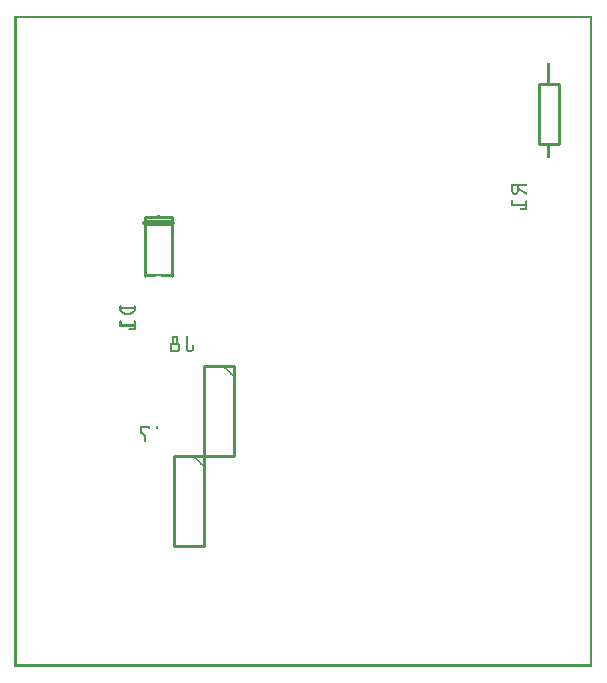
<source format=gbo>
G04 MADE WITH FRITZING*
G04 WWW.FRITZING.ORG*
G04 DOUBLE SIDED*
G04 HOLES PLATED*
G04 CONTOUR ON CENTER OF CONTOUR VECTOR*
%ASAXBY*%
%FSLAX23Y23*%
%MOIN*%
%OFA0B0*%
%SFA1.0B1.0*%
%ADD10C,0.010000*%
%ADD11C,0.020000*%
%ADD12R,0.001000X0.001000*%
%LNSILK0*%
G90*
G70*
G54D10*
X435Y1499D02*
X435Y1304D01*
D02*
X525Y1304D02*
X525Y1499D01*
D02*
X525Y1499D02*
X435Y1499D01*
G54D11*
D02*
X525Y1479D02*
X435Y1479D01*
G54D10*
D02*
X630Y703D02*
X630Y403D01*
D02*
X630Y403D02*
X530Y403D01*
D02*
X530Y403D02*
X530Y703D01*
D02*
X530Y703D02*
X630Y703D01*
D02*
X730Y1003D02*
X730Y703D01*
D02*
X730Y703D02*
X630Y703D01*
D02*
X630Y703D02*
X630Y1003D01*
D02*
X630Y1003D02*
X730Y1003D01*
D02*
X1747Y1944D02*
X1747Y1744D01*
D02*
X1747Y1744D02*
X1813Y1744D01*
D02*
X1813Y1744D02*
X1813Y1944D01*
D02*
X1813Y1944D02*
X1747Y1944D01*
G54D12*
X0Y2170D02*
X1925Y2170D01*
X0Y2169D02*
X1925Y2169D01*
X0Y2168D02*
X1925Y2168D01*
X0Y2167D02*
X1925Y2167D01*
X0Y2166D02*
X1925Y2166D01*
X0Y2165D02*
X1925Y2165D01*
X0Y2164D02*
X1925Y2164D01*
X0Y2163D02*
X1925Y2163D01*
X0Y2162D02*
X7Y2162D01*
X1918Y2162D02*
X1925Y2162D01*
X0Y2161D02*
X7Y2161D01*
X1918Y2161D02*
X1925Y2161D01*
X0Y2160D02*
X7Y2160D01*
X1918Y2160D02*
X1925Y2160D01*
X0Y2159D02*
X7Y2159D01*
X1918Y2159D02*
X1925Y2159D01*
X0Y2158D02*
X7Y2158D01*
X1918Y2158D02*
X1925Y2158D01*
X0Y2157D02*
X7Y2157D01*
X1918Y2157D02*
X1925Y2157D01*
X0Y2156D02*
X7Y2156D01*
X1918Y2156D02*
X1925Y2156D01*
X0Y2155D02*
X7Y2155D01*
X1918Y2155D02*
X1925Y2155D01*
X0Y2154D02*
X7Y2154D01*
X1918Y2154D02*
X1925Y2154D01*
X0Y2153D02*
X7Y2153D01*
X1918Y2153D02*
X1925Y2153D01*
X0Y2152D02*
X7Y2152D01*
X1918Y2152D02*
X1925Y2152D01*
X0Y2151D02*
X7Y2151D01*
X1918Y2151D02*
X1925Y2151D01*
X0Y2150D02*
X7Y2150D01*
X1918Y2150D02*
X1925Y2150D01*
X0Y2149D02*
X7Y2149D01*
X1918Y2149D02*
X1925Y2149D01*
X0Y2148D02*
X7Y2148D01*
X1918Y2148D02*
X1925Y2148D01*
X0Y2147D02*
X7Y2147D01*
X1918Y2147D02*
X1925Y2147D01*
X0Y2146D02*
X7Y2146D01*
X1918Y2146D02*
X1925Y2146D01*
X0Y2145D02*
X7Y2145D01*
X1918Y2145D02*
X1925Y2145D01*
X0Y2144D02*
X7Y2144D01*
X1918Y2144D02*
X1925Y2144D01*
X0Y2143D02*
X7Y2143D01*
X1918Y2143D02*
X1925Y2143D01*
X0Y2142D02*
X7Y2142D01*
X1918Y2142D02*
X1925Y2142D01*
X0Y2141D02*
X7Y2141D01*
X1918Y2141D02*
X1925Y2141D01*
X0Y2140D02*
X7Y2140D01*
X1918Y2140D02*
X1925Y2140D01*
X0Y2139D02*
X7Y2139D01*
X1918Y2139D02*
X1925Y2139D01*
X0Y2138D02*
X7Y2138D01*
X1918Y2138D02*
X1925Y2138D01*
X0Y2137D02*
X7Y2137D01*
X1918Y2137D02*
X1925Y2137D01*
X0Y2136D02*
X7Y2136D01*
X1918Y2136D02*
X1925Y2136D01*
X0Y2135D02*
X7Y2135D01*
X1918Y2135D02*
X1925Y2135D01*
X0Y2134D02*
X7Y2134D01*
X1918Y2134D02*
X1925Y2134D01*
X0Y2133D02*
X7Y2133D01*
X1918Y2133D02*
X1925Y2133D01*
X0Y2132D02*
X7Y2132D01*
X1918Y2132D02*
X1925Y2132D01*
X0Y2131D02*
X7Y2131D01*
X1918Y2131D02*
X1925Y2131D01*
X0Y2130D02*
X7Y2130D01*
X1918Y2130D02*
X1925Y2130D01*
X0Y2129D02*
X7Y2129D01*
X1918Y2129D02*
X1925Y2129D01*
X0Y2128D02*
X7Y2128D01*
X1918Y2128D02*
X1925Y2128D01*
X0Y2127D02*
X7Y2127D01*
X1918Y2127D02*
X1925Y2127D01*
X0Y2126D02*
X7Y2126D01*
X1918Y2126D02*
X1925Y2126D01*
X0Y2125D02*
X7Y2125D01*
X1918Y2125D02*
X1925Y2125D01*
X0Y2124D02*
X7Y2124D01*
X1918Y2124D02*
X1925Y2124D01*
X0Y2123D02*
X7Y2123D01*
X1918Y2123D02*
X1925Y2123D01*
X0Y2122D02*
X7Y2122D01*
X1918Y2122D02*
X1925Y2122D01*
X0Y2121D02*
X7Y2121D01*
X1918Y2121D02*
X1925Y2121D01*
X0Y2120D02*
X7Y2120D01*
X1918Y2120D02*
X1925Y2120D01*
X0Y2119D02*
X7Y2119D01*
X1918Y2119D02*
X1925Y2119D01*
X0Y2118D02*
X7Y2118D01*
X1918Y2118D02*
X1925Y2118D01*
X0Y2117D02*
X7Y2117D01*
X1918Y2117D02*
X1925Y2117D01*
X0Y2116D02*
X7Y2116D01*
X1918Y2116D02*
X1925Y2116D01*
X0Y2115D02*
X7Y2115D01*
X1918Y2115D02*
X1925Y2115D01*
X0Y2114D02*
X7Y2114D01*
X1918Y2114D02*
X1925Y2114D01*
X0Y2113D02*
X7Y2113D01*
X1918Y2113D02*
X1925Y2113D01*
X0Y2112D02*
X7Y2112D01*
X1918Y2112D02*
X1925Y2112D01*
X0Y2111D02*
X7Y2111D01*
X1918Y2111D02*
X1925Y2111D01*
X0Y2110D02*
X7Y2110D01*
X1918Y2110D02*
X1925Y2110D01*
X0Y2109D02*
X7Y2109D01*
X1918Y2109D02*
X1925Y2109D01*
X0Y2108D02*
X7Y2108D01*
X1918Y2108D02*
X1925Y2108D01*
X0Y2107D02*
X7Y2107D01*
X1918Y2107D02*
X1925Y2107D01*
X0Y2106D02*
X7Y2106D01*
X1918Y2106D02*
X1925Y2106D01*
X0Y2105D02*
X7Y2105D01*
X1918Y2105D02*
X1925Y2105D01*
X0Y2104D02*
X7Y2104D01*
X1918Y2104D02*
X1925Y2104D01*
X0Y2103D02*
X7Y2103D01*
X1918Y2103D02*
X1925Y2103D01*
X0Y2102D02*
X7Y2102D01*
X1918Y2102D02*
X1925Y2102D01*
X0Y2101D02*
X7Y2101D01*
X1918Y2101D02*
X1925Y2101D01*
X0Y2100D02*
X7Y2100D01*
X1918Y2100D02*
X1925Y2100D01*
X0Y2099D02*
X7Y2099D01*
X1918Y2099D02*
X1925Y2099D01*
X0Y2098D02*
X7Y2098D01*
X1918Y2098D02*
X1925Y2098D01*
X0Y2097D02*
X7Y2097D01*
X1918Y2097D02*
X1925Y2097D01*
X0Y2096D02*
X7Y2096D01*
X1918Y2096D02*
X1925Y2096D01*
X0Y2095D02*
X7Y2095D01*
X1918Y2095D02*
X1925Y2095D01*
X0Y2094D02*
X7Y2094D01*
X1918Y2094D02*
X1925Y2094D01*
X0Y2093D02*
X7Y2093D01*
X1918Y2093D02*
X1925Y2093D01*
X0Y2092D02*
X7Y2092D01*
X1918Y2092D02*
X1925Y2092D01*
X0Y2091D02*
X7Y2091D01*
X1918Y2091D02*
X1925Y2091D01*
X0Y2090D02*
X7Y2090D01*
X1918Y2090D02*
X1925Y2090D01*
X0Y2089D02*
X7Y2089D01*
X1918Y2089D02*
X1925Y2089D01*
X0Y2088D02*
X7Y2088D01*
X1918Y2088D02*
X1925Y2088D01*
X0Y2087D02*
X7Y2087D01*
X1918Y2087D02*
X1925Y2087D01*
X0Y2086D02*
X7Y2086D01*
X1918Y2086D02*
X1925Y2086D01*
X0Y2085D02*
X7Y2085D01*
X1918Y2085D02*
X1925Y2085D01*
X0Y2084D02*
X7Y2084D01*
X1918Y2084D02*
X1925Y2084D01*
X0Y2083D02*
X7Y2083D01*
X1918Y2083D02*
X1925Y2083D01*
X0Y2082D02*
X7Y2082D01*
X1918Y2082D02*
X1925Y2082D01*
X0Y2081D02*
X7Y2081D01*
X1918Y2081D02*
X1925Y2081D01*
X0Y2080D02*
X7Y2080D01*
X1918Y2080D02*
X1925Y2080D01*
X0Y2079D02*
X7Y2079D01*
X1918Y2079D02*
X1925Y2079D01*
X0Y2078D02*
X7Y2078D01*
X1918Y2078D02*
X1925Y2078D01*
X0Y2077D02*
X7Y2077D01*
X1918Y2077D02*
X1925Y2077D01*
X0Y2076D02*
X7Y2076D01*
X1918Y2076D02*
X1925Y2076D01*
X0Y2075D02*
X7Y2075D01*
X1918Y2075D02*
X1925Y2075D01*
X0Y2074D02*
X7Y2074D01*
X1918Y2074D02*
X1925Y2074D01*
X0Y2073D02*
X7Y2073D01*
X1918Y2073D02*
X1925Y2073D01*
X0Y2072D02*
X7Y2072D01*
X1918Y2072D02*
X1925Y2072D01*
X0Y2071D02*
X7Y2071D01*
X1918Y2071D02*
X1925Y2071D01*
X0Y2070D02*
X7Y2070D01*
X1918Y2070D02*
X1925Y2070D01*
X0Y2069D02*
X7Y2069D01*
X1918Y2069D02*
X1925Y2069D01*
X0Y2068D02*
X7Y2068D01*
X1918Y2068D02*
X1925Y2068D01*
X0Y2067D02*
X7Y2067D01*
X1918Y2067D02*
X1925Y2067D01*
X0Y2066D02*
X7Y2066D01*
X1918Y2066D02*
X1925Y2066D01*
X0Y2065D02*
X7Y2065D01*
X1918Y2065D02*
X1925Y2065D01*
X0Y2064D02*
X7Y2064D01*
X1918Y2064D02*
X1925Y2064D01*
X0Y2063D02*
X7Y2063D01*
X1918Y2063D02*
X1925Y2063D01*
X0Y2062D02*
X7Y2062D01*
X1918Y2062D02*
X1925Y2062D01*
X0Y2061D02*
X7Y2061D01*
X1918Y2061D02*
X1925Y2061D01*
X0Y2060D02*
X7Y2060D01*
X1918Y2060D02*
X1925Y2060D01*
X0Y2059D02*
X7Y2059D01*
X1918Y2059D02*
X1925Y2059D01*
X0Y2058D02*
X7Y2058D01*
X1918Y2058D02*
X1925Y2058D01*
X0Y2057D02*
X7Y2057D01*
X1918Y2057D02*
X1925Y2057D01*
X0Y2056D02*
X7Y2056D01*
X1918Y2056D02*
X1925Y2056D01*
X0Y2055D02*
X7Y2055D01*
X1918Y2055D02*
X1925Y2055D01*
X0Y2054D02*
X7Y2054D01*
X1918Y2054D02*
X1925Y2054D01*
X0Y2053D02*
X7Y2053D01*
X1918Y2053D02*
X1925Y2053D01*
X0Y2052D02*
X7Y2052D01*
X1918Y2052D02*
X1925Y2052D01*
X0Y2051D02*
X7Y2051D01*
X1918Y2051D02*
X1925Y2051D01*
X0Y2050D02*
X7Y2050D01*
X1918Y2050D02*
X1925Y2050D01*
X0Y2049D02*
X7Y2049D01*
X1918Y2049D02*
X1925Y2049D01*
X0Y2048D02*
X7Y2048D01*
X1918Y2048D02*
X1925Y2048D01*
X0Y2047D02*
X7Y2047D01*
X1918Y2047D02*
X1925Y2047D01*
X0Y2046D02*
X7Y2046D01*
X1918Y2046D02*
X1925Y2046D01*
X0Y2045D02*
X7Y2045D01*
X1918Y2045D02*
X1925Y2045D01*
X0Y2044D02*
X7Y2044D01*
X1918Y2044D02*
X1925Y2044D01*
X0Y2043D02*
X7Y2043D01*
X1918Y2043D02*
X1925Y2043D01*
X0Y2042D02*
X7Y2042D01*
X1918Y2042D02*
X1925Y2042D01*
X0Y2041D02*
X7Y2041D01*
X1918Y2041D02*
X1925Y2041D01*
X0Y2040D02*
X7Y2040D01*
X1918Y2040D02*
X1925Y2040D01*
X0Y2039D02*
X7Y2039D01*
X1918Y2039D02*
X1925Y2039D01*
X0Y2038D02*
X7Y2038D01*
X1918Y2038D02*
X1925Y2038D01*
X0Y2037D02*
X7Y2037D01*
X1918Y2037D02*
X1925Y2037D01*
X0Y2036D02*
X7Y2036D01*
X1918Y2036D02*
X1925Y2036D01*
X0Y2035D02*
X7Y2035D01*
X1918Y2035D02*
X1925Y2035D01*
X0Y2034D02*
X7Y2034D01*
X1918Y2034D02*
X1925Y2034D01*
X0Y2033D02*
X7Y2033D01*
X1918Y2033D02*
X1925Y2033D01*
X0Y2032D02*
X7Y2032D01*
X1918Y2032D02*
X1925Y2032D01*
X0Y2031D02*
X7Y2031D01*
X1918Y2031D02*
X1925Y2031D01*
X0Y2030D02*
X7Y2030D01*
X1918Y2030D02*
X1925Y2030D01*
X0Y2029D02*
X7Y2029D01*
X1918Y2029D02*
X1925Y2029D01*
X0Y2028D02*
X7Y2028D01*
X1918Y2028D02*
X1925Y2028D01*
X0Y2027D02*
X7Y2027D01*
X1918Y2027D02*
X1925Y2027D01*
X0Y2026D02*
X7Y2026D01*
X1918Y2026D02*
X1925Y2026D01*
X0Y2025D02*
X7Y2025D01*
X1918Y2025D02*
X1925Y2025D01*
X0Y2024D02*
X7Y2024D01*
X1918Y2024D02*
X1925Y2024D01*
X0Y2023D02*
X7Y2023D01*
X1918Y2023D02*
X1925Y2023D01*
X0Y2022D02*
X7Y2022D01*
X1918Y2022D02*
X1925Y2022D01*
X0Y2021D02*
X7Y2021D01*
X1918Y2021D02*
X1925Y2021D01*
X0Y2020D02*
X7Y2020D01*
X1918Y2020D02*
X1925Y2020D01*
X0Y2019D02*
X7Y2019D01*
X1918Y2019D02*
X1925Y2019D01*
X0Y2018D02*
X7Y2018D01*
X1918Y2018D02*
X1925Y2018D01*
X0Y2017D02*
X7Y2017D01*
X1918Y2017D02*
X1925Y2017D01*
X0Y2016D02*
X7Y2016D01*
X1918Y2016D02*
X1925Y2016D01*
X0Y2015D02*
X7Y2015D01*
X1918Y2015D02*
X1925Y2015D01*
X0Y2014D02*
X7Y2014D01*
X1918Y2014D02*
X1925Y2014D01*
X0Y2013D02*
X7Y2013D01*
X1918Y2013D02*
X1925Y2013D01*
X0Y2012D02*
X7Y2012D01*
X1918Y2012D02*
X1925Y2012D01*
X0Y2011D02*
X7Y2011D01*
X1774Y2011D02*
X1783Y2011D01*
X1918Y2011D02*
X1925Y2011D01*
X0Y2010D02*
X7Y2010D01*
X1774Y2010D02*
X1783Y2010D01*
X1918Y2010D02*
X1925Y2010D01*
X0Y2009D02*
X7Y2009D01*
X1774Y2009D02*
X1783Y2009D01*
X1918Y2009D02*
X1925Y2009D01*
X0Y2008D02*
X7Y2008D01*
X1774Y2008D02*
X1783Y2008D01*
X1918Y2008D02*
X1925Y2008D01*
X0Y2007D02*
X7Y2007D01*
X1774Y2007D02*
X1783Y2007D01*
X1918Y2007D02*
X1925Y2007D01*
X0Y2006D02*
X7Y2006D01*
X1774Y2006D02*
X1783Y2006D01*
X1918Y2006D02*
X1925Y2006D01*
X0Y2005D02*
X7Y2005D01*
X1774Y2005D02*
X1783Y2005D01*
X1918Y2005D02*
X1925Y2005D01*
X0Y2004D02*
X7Y2004D01*
X1774Y2004D02*
X1783Y2004D01*
X1918Y2004D02*
X1925Y2004D01*
X0Y2003D02*
X7Y2003D01*
X1774Y2003D02*
X1783Y2003D01*
X1918Y2003D02*
X1925Y2003D01*
X0Y2002D02*
X7Y2002D01*
X1774Y2002D02*
X1783Y2002D01*
X1918Y2002D02*
X1925Y2002D01*
X0Y2001D02*
X7Y2001D01*
X1774Y2001D02*
X1783Y2001D01*
X1918Y2001D02*
X1925Y2001D01*
X0Y2000D02*
X7Y2000D01*
X1774Y2000D02*
X1783Y2000D01*
X1918Y2000D02*
X1925Y2000D01*
X0Y1999D02*
X7Y1999D01*
X1774Y1999D02*
X1783Y1999D01*
X1918Y1999D02*
X1925Y1999D01*
X0Y1998D02*
X7Y1998D01*
X1774Y1998D02*
X1783Y1998D01*
X1918Y1998D02*
X1925Y1998D01*
X0Y1997D02*
X7Y1997D01*
X1774Y1997D02*
X1783Y1997D01*
X1918Y1997D02*
X1925Y1997D01*
X0Y1996D02*
X7Y1996D01*
X1774Y1996D02*
X1783Y1996D01*
X1918Y1996D02*
X1925Y1996D01*
X0Y1995D02*
X7Y1995D01*
X1774Y1995D02*
X1783Y1995D01*
X1918Y1995D02*
X1925Y1995D01*
X0Y1994D02*
X7Y1994D01*
X1774Y1994D02*
X1783Y1994D01*
X1918Y1994D02*
X1925Y1994D01*
X0Y1993D02*
X7Y1993D01*
X1774Y1993D02*
X1783Y1993D01*
X1918Y1993D02*
X1925Y1993D01*
X0Y1992D02*
X7Y1992D01*
X1774Y1992D02*
X1783Y1992D01*
X1918Y1992D02*
X1925Y1992D01*
X0Y1991D02*
X7Y1991D01*
X1774Y1991D02*
X1783Y1991D01*
X1918Y1991D02*
X1925Y1991D01*
X0Y1990D02*
X7Y1990D01*
X1774Y1990D02*
X1783Y1990D01*
X1918Y1990D02*
X1925Y1990D01*
X0Y1989D02*
X7Y1989D01*
X1774Y1989D02*
X1783Y1989D01*
X1918Y1989D02*
X1925Y1989D01*
X0Y1988D02*
X7Y1988D01*
X1774Y1988D02*
X1783Y1988D01*
X1918Y1988D02*
X1925Y1988D01*
X0Y1987D02*
X7Y1987D01*
X1774Y1987D02*
X1783Y1987D01*
X1918Y1987D02*
X1925Y1987D01*
X0Y1986D02*
X7Y1986D01*
X1774Y1986D02*
X1783Y1986D01*
X1918Y1986D02*
X1925Y1986D01*
X0Y1985D02*
X7Y1985D01*
X1774Y1985D02*
X1783Y1985D01*
X1918Y1985D02*
X1925Y1985D01*
X0Y1984D02*
X7Y1984D01*
X1774Y1984D02*
X1783Y1984D01*
X1918Y1984D02*
X1925Y1984D01*
X0Y1983D02*
X7Y1983D01*
X1774Y1983D02*
X1783Y1983D01*
X1918Y1983D02*
X1925Y1983D01*
X0Y1982D02*
X7Y1982D01*
X1774Y1982D02*
X1783Y1982D01*
X1918Y1982D02*
X1925Y1982D01*
X0Y1981D02*
X7Y1981D01*
X1774Y1981D02*
X1783Y1981D01*
X1918Y1981D02*
X1925Y1981D01*
X0Y1980D02*
X7Y1980D01*
X1774Y1980D02*
X1783Y1980D01*
X1918Y1980D02*
X1925Y1980D01*
X0Y1979D02*
X7Y1979D01*
X1774Y1979D02*
X1783Y1979D01*
X1918Y1979D02*
X1925Y1979D01*
X0Y1978D02*
X7Y1978D01*
X1774Y1978D02*
X1783Y1978D01*
X1918Y1978D02*
X1925Y1978D01*
X0Y1977D02*
X7Y1977D01*
X1774Y1977D02*
X1783Y1977D01*
X1918Y1977D02*
X1925Y1977D01*
X0Y1976D02*
X7Y1976D01*
X1774Y1976D02*
X1783Y1976D01*
X1918Y1976D02*
X1925Y1976D01*
X0Y1975D02*
X7Y1975D01*
X1774Y1975D02*
X1783Y1975D01*
X1918Y1975D02*
X1925Y1975D01*
X0Y1974D02*
X7Y1974D01*
X1774Y1974D02*
X1783Y1974D01*
X1918Y1974D02*
X1925Y1974D01*
X0Y1973D02*
X7Y1973D01*
X1774Y1973D02*
X1783Y1973D01*
X1918Y1973D02*
X1925Y1973D01*
X0Y1972D02*
X7Y1972D01*
X1774Y1972D02*
X1783Y1972D01*
X1918Y1972D02*
X1925Y1972D01*
X0Y1971D02*
X7Y1971D01*
X1774Y1971D02*
X1783Y1971D01*
X1918Y1971D02*
X1925Y1971D01*
X0Y1970D02*
X7Y1970D01*
X1774Y1970D02*
X1783Y1970D01*
X1918Y1970D02*
X1925Y1970D01*
X0Y1969D02*
X7Y1969D01*
X1774Y1969D02*
X1783Y1969D01*
X1918Y1969D02*
X1925Y1969D01*
X0Y1968D02*
X7Y1968D01*
X1774Y1968D02*
X1783Y1968D01*
X1918Y1968D02*
X1925Y1968D01*
X0Y1967D02*
X7Y1967D01*
X1774Y1967D02*
X1783Y1967D01*
X1918Y1967D02*
X1925Y1967D01*
X0Y1966D02*
X7Y1966D01*
X1774Y1966D02*
X1783Y1966D01*
X1918Y1966D02*
X1925Y1966D01*
X0Y1965D02*
X7Y1965D01*
X1774Y1965D02*
X1783Y1965D01*
X1918Y1965D02*
X1925Y1965D01*
X0Y1964D02*
X7Y1964D01*
X1774Y1964D02*
X1783Y1964D01*
X1918Y1964D02*
X1925Y1964D01*
X0Y1963D02*
X7Y1963D01*
X1774Y1963D02*
X1783Y1963D01*
X1918Y1963D02*
X1925Y1963D01*
X0Y1962D02*
X7Y1962D01*
X1774Y1962D02*
X1783Y1962D01*
X1918Y1962D02*
X1925Y1962D01*
X0Y1961D02*
X7Y1961D01*
X1774Y1961D02*
X1783Y1961D01*
X1918Y1961D02*
X1925Y1961D01*
X0Y1960D02*
X7Y1960D01*
X1774Y1960D02*
X1783Y1960D01*
X1918Y1960D02*
X1925Y1960D01*
X0Y1959D02*
X7Y1959D01*
X1774Y1959D02*
X1783Y1959D01*
X1918Y1959D02*
X1925Y1959D01*
X0Y1958D02*
X7Y1958D01*
X1774Y1958D02*
X1783Y1958D01*
X1918Y1958D02*
X1925Y1958D01*
X0Y1957D02*
X7Y1957D01*
X1774Y1957D02*
X1783Y1957D01*
X1918Y1957D02*
X1925Y1957D01*
X0Y1956D02*
X7Y1956D01*
X1774Y1956D02*
X1783Y1956D01*
X1918Y1956D02*
X1925Y1956D01*
X0Y1955D02*
X7Y1955D01*
X1774Y1955D02*
X1783Y1955D01*
X1918Y1955D02*
X1925Y1955D01*
X0Y1954D02*
X7Y1954D01*
X1774Y1954D02*
X1783Y1954D01*
X1918Y1954D02*
X1925Y1954D01*
X0Y1953D02*
X7Y1953D01*
X1774Y1953D02*
X1783Y1953D01*
X1918Y1953D02*
X1925Y1953D01*
X0Y1952D02*
X7Y1952D01*
X1774Y1952D02*
X1783Y1952D01*
X1918Y1952D02*
X1925Y1952D01*
X0Y1951D02*
X7Y1951D01*
X1774Y1951D02*
X1783Y1951D01*
X1918Y1951D02*
X1925Y1951D01*
X0Y1950D02*
X7Y1950D01*
X1774Y1950D02*
X1783Y1950D01*
X1918Y1950D02*
X1925Y1950D01*
X0Y1949D02*
X7Y1949D01*
X1774Y1949D02*
X1783Y1949D01*
X1918Y1949D02*
X1925Y1949D01*
X0Y1948D02*
X7Y1948D01*
X1774Y1948D02*
X1783Y1948D01*
X1918Y1948D02*
X1925Y1948D01*
X0Y1947D02*
X7Y1947D01*
X1774Y1947D02*
X1783Y1947D01*
X1918Y1947D02*
X1925Y1947D01*
X0Y1946D02*
X7Y1946D01*
X1774Y1946D02*
X1783Y1946D01*
X1918Y1946D02*
X1925Y1946D01*
X0Y1945D02*
X7Y1945D01*
X1774Y1945D02*
X1783Y1945D01*
X1918Y1945D02*
X1925Y1945D01*
X0Y1944D02*
X7Y1944D01*
X1918Y1944D02*
X1925Y1944D01*
X0Y1943D02*
X7Y1943D01*
X1918Y1943D02*
X1925Y1943D01*
X0Y1942D02*
X7Y1942D01*
X1918Y1942D02*
X1925Y1942D01*
X0Y1941D02*
X7Y1941D01*
X1918Y1941D02*
X1925Y1941D01*
X0Y1940D02*
X7Y1940D01*
X1918Y1940D02*
X1925Y1940D01*
X0Y1939D02*
X7Y1939D01*
X1918Y1939D02*
X1925Y1939D01*
X0Y1938D02*
X7Y1938D01*
X1918Y1938D02*
X1925Y1938D01*
X0Y1937D02*
X7Y1937D01*
X1918Y1937D02*
X1925Y1937D01*
X0Y1936D02*
X7Y1936D01*
X1918Y1936D02*
X1925Y1936D01*
X0Y1935D02*
X7Y1935D01*
X1918Y1935D02*
X1925Y1935D01*
X0Y1934D02*
X7Y1934D01*
X1918Y1934D02*
X1925Y1934D01*
X0Y1933D02*
X7Y1933D01*
X1918Y1933D02*
X1925Y1933D01*
X0Y1932D02*
X7Y1932D01*
X1918Y1932D02*
X1925Y1932D01*
X0Y1931D02*
X7Y1931D01*
X1918Y1931D02*
X1925Y1931D01*
X0Y1930D02*
X7Y1930D01*
X1918Y1930D02*
X1925Y1930D01*
X0Y1929D02*
X7Y1929D01*
X1918Y1929D02*
X1925Y1929D01*
X0Y1928D02*
X7Y1928D01*
X1918Y1928D02*
X1925Y1928D01*
X0Y1927D02*
X7Y1927D01*
X1918Y1927D02*
X1925Y1927D01*
X0Y1926D02*
X7Y1926D01*
X1918Y1926D02*
X1925Y1926D01*
X0Y1925D02*
X7Y1925D01*
X1918Y1925D02*
X1925Y1925D01*
X0Y1924D02*
X7Y1924D01*
X1918Y1924D02*
X1925Y1924D01*
X0Y1923D02*
X7Y1923D01*
X1918Y1923D02*
X1925Y1923D01*
X0Y1922D02*
X7Y1922D01*
X1918Y1922D02*
X1925Y1922D01*
X0Y1921D02*
X7Y1921D01*
X1918Y1921D02*
X1925Y1921D01*
X0Y1920D02*
X7Y1920D01*
X1918Y1920D02*
X1925Y1920D01*
X0Y1919D02*
X7Y1919D01*
X1918Y1919D02*
X1925Y1919D01*
X0Y1918D02*
X7Y1918D01*
X1918Y1918D02*
X1925Y1918D01*
X0Y1917D02*
X7Y1917D01*
X1918Y1917D02*
X1925Y1917D01*
X0Y1916D02*
X7Y1916D01*
X1918Y1916D02*
X1925Y1916D01*
X0Y1915D02*
X7Y1915D01*
X1918Y1915D02*
X1925Y1915D01*
X0Y1914D02*
X7Y1914D01*
X1918Y1914D02*
X1925Y1914D01*
X0Y1913D02*
X7Y1913D01*
X1918Y1913D02*
X1925Y1913D01*
X0Y1912D02*
X7Y1912D01*
X1918Y1912D02*
X1925Y1912D01*
X0Y1911D02*
X7Y1911D01*
X1918Y1911D02*
X1925Y1911D01*
X0Y1910D02*
X7Y1910D01*
X1918Y1910D02*
X1925Y1910D01*
X0Y1909D02*
X7Y1909D01*
X1918Y1909D02*
X1925Y1909D01*
X0Y1908D02*
X7Y1908D01*
X1918Y1908D02*
X1925Y1908D01*
X0Y1907D02*
X7Y1907D01*
X1918Y1907D02*
X1925Y1907D01*
X0Y1906D02*
X7Y1906D01*
X1918Y1906D02*
X1925Y1906D01*
X0Y1905D02*
X7Y1905D01*
X1918Y1905D02*
X1925Y1905D01*
X0Y1904D02*
X7Y1904D01*
X1918Y1904D02*
X1925Y1904D01*
X0Y1903D02*
X7Y1903D01*
X1918Y1903D02*
X1925Y1903D01*
X0Y1902D02*
X7Y1902D01*
X1918Y1902D02*
X1925Y1902D01*
X0Y1901D02*
X7Y1901D01*
X1918Y1901D02*
X1925Y1901D01*
X0Y1900D02*
X7Y1900D01*
X1918Y1900D02*
X1925Y1900D01*
X0Y1899D02*
X7Y1899D01*
X1918Y1899D02*
X1925Y1899D01*
X0Y1898D02*
X7Y1898D01*
X1918Y1898D02*
X1925Y1898D01*
X0Y1897D02*
X7Y1897D01*
X1918Y1897D02*
X1925Y1897D01*
X0Y1896D02*
X7Y1896D01*
X1918Y1896D02*
X1925Y1896D01*
X0Y1895D02*
X7Y1895D01*
X1918Y1895D02*
X1925Y1895D01*
X0Y1894D02*
X7Y1894D01*
X1918Y1894D02*
X1925Y1894D01*
X0Y1893D02*
X7Y1893D01*
X1918Y1893D02*
X1925Y1893D01*
X0Y1892D02*
X7Y1892D01*
X1918Y1892D02*
X1925Y1892D01*
X0Y1891D02*
X7Y1891D01*
X1918Y1891D02*
X1925Y1891D01*
X0Y1890D02*
X7Y1890D01*
X1918Y1890D02*
X1925Y1890D01*
X0Y1889D02*
X7Y1889D01*
X1918Y1889D02*
X1925Y1889D01*
X0Y1888D02*
X7Y1888D01*
X1918Y1888D02*
X1925Y1888D01*
X0Y1887D02*
X7Y1887D01*
X1918Y1887D02*
X1925Y1887D01*
X0Y1886D02*
X7Y1886D01*
X1918Y1886D02*
X1925Y1886D01*
X0Y1885D02*
X7Y1885D01*
X1918Y1885D02*
X1925Y1885D01*
X0Y1884D02*
X7Y1884D01*
X1918Y1884D02*
X1925Y1884D01*
X0Y1883D02*
X7Y1883D01*
X1918Y1883D02*
X1925Y1883D01*
X0Y1882D02*
X7Y1882D01*
X1918Y1882D02*
X1925Y1882D01*
X0Y1881D02*
X7Y1881D01*
X1918Y1881D02*
X1925Y1881D01*
X0Y1880D02*
X7Y1880D01*
X1918Y1880D02*
X1925Y1880D01*
X0Y1879D02*
X7Y1879D01*
X1918Y1879D02*
X1925Y1879D01*
X0Y1878D02*
X7Y1878D01*
X1918Y1878D02*
X1925Y1878D01*
X0Y1877D02*
X7Y1877D01*
X1918Y1877D02*
X1925Y1877D01*
X0Y1876D02*
X7Y1876D01*
X1918Y1876D02*
X1925Y1876D01*
X0Y1875D02*
X7Y1875D01*
X1918Y1875D02*
X1925Y1875D01*
X0Y1874D02*
X7Y1874D01*
X1918Y1874D02*
X1925Y1874D01*
X0Y1873D02*
X7Y1873D01*
X1918Y1873D02*
X1925Y1873D01*
X0Y1872D02*
X7Y1872D01*
X1918Y1872D02*
X1925Y1872D01*
X0Y1871D02*
X7Y1871D01*
X1918Y1871D02*
X1925Y1871D01*
X0Y1870D02*
X7Y1870D01*
X1918Y1870D02*
X1925Y1870D01*
X0Y1869D02*
X7Y1869D01*
X1918Y1869D02*
X1925Y1869D01*
X0Y1868D02*
X7Y1868D01*
X1918Y1868D02*
X1925Y1868D01*
X0Y1867D02*
X7Y1867D01*
X1918Y1867D02*
X1925Y1867D01*
X0Y1866D02*
X7Y1866D01*
X1918Y1866D02*
X1925Y1866D01*
X0Y1865D02*
X7Y1865D01*
X1918Y1865D02*
X1925Y1865D01*
X0Y1864D02*
X7Y1864D01*
X1918Y1864D02*
X1925Y1864D01*
X0Y1863D02*
X7Y1863D01*
X1918Y1863D02*
X1925Y1863D01*
X0Y1862D02*
X7Y1862D01*
X1918Y1862D02*
X1925Y1862D01*
X0Y1861D02*
X7Y1861D01*
X1918Y1861D02*
X1925Y1861D01*
X0Y1860D02*
X7Y1860D01*
X1918Y1860D02*
X1925Y1860D01*
X0Y1859D02*
X7Y1859D01*
X1918Y1859D02*
X1925Y1859D01*
X0Y1858D02*
X7Y1858D01*
X1918Y1858D02*
X1925Y1858D01*
X0Y1857D02*
X7Y1857D01*
X1918Y1857D02*
X1925Y1857D01*
X0Y1856D02*
X7Y1856D01*
X1918Y1856D02*
X1925Y1856D01*
X0Y1855D02*
X7Y1855D01*
X1918Y1855D02*
X1925Y1855D01*
X0Y1854D02*
X7Y1854D01*
X1918Y1854D02*
X1925Y1854D01*
X0Y1853D02*
X7Y1853D01*
X1918Y1853D02*
X1925Y1853D01*
X0Y1852D02*
X7Y1852D01*
X1918Y1852D02*
X1925Y1852D01*
X0Y1851D02*
X7Y1851D01*
X1918Y1851D02*
X1925Y1851D01*
X0Y1850D02*
X7Y1850D01*
X1918Y1850D02*
X1925Y1850D01*
X0Y1849D02*
X7Y1849D01*
X1918Y1849D02*
X1925Y1849D01*
X0Y1848D02*
X7Y1848D01*
X1918Y1848D02*
X1925Y1848D01*
X0Y1847D02*
X7Y1847D01*
X1918Y1847D02*
X1925Y1847D01*
X0Y1846D02*
X7Y1846D01*
X1918Y1846D02*
X1925Y1846D01*
X0Y1845D02*
X7Y1845D01*
X1918Y1845D02*
X1925Y1845D01*
X0Y1844D02*
X7Y1844D01*
X1918Y1844D02*
X1925Y1844D01*
X0Y1843D02*
X7Y1843D01*
X1918Y1843D02*
X1925Y1843D01*
X0Y1842D02*
X7Y1842D01*
X1918Y1842D02*
X1925Y1842D01*
X0Y1841D02*
X7Y1841D01*
X1918Y1841D02*
X1925Y1841D01*
X0Y1840D02*
X7Y1840D01*
X1918Y1840D02*
X1925Y1840D01*
X0Y1839D02*
X7Y1839D01*
X1918Y1839D02*
X1925Y1839D01*
X0Y1838D02*
X7Y1838D01*
X1918Y1838D02*
X1925Y1838D01*
X0Y1837D02*
X7Y1837D01*
X1918Y1837D02*
X1925Y1837D01*
X0Y1836D02*
X7Y1836D01*
X1918Y1836D02*
X1925Y1836D01*
X0Y1835D02*
X7Y1835D01*
X1918Y1835D02*
X1925Y1835D01*
X0Y1834D02*
X7Y1834D01*
X1918Y1834D02*
X1925Y1834D01*
X0Y1833D02*
X7Y1833D01*
X1918Y1833D02*
X1925Y1833D01*
X0Y1832D02*
X7Y1832D01*
X1918Y1832D02*
X1925Y1832D01*
X0Y1831D02*
X7Y1831D01*
X1918Y1831D02*
X1925Y1831D01*
X0Y1830D02*
X7Y1830D01*
X1918Y1830D02*
X1925Y1830D01*
X0Y1829D02*
X7Y1829D01*
X1918Y1829D02*
X1925Y1829D01*
X0Y1828D02*
X7Y1828D01*
X1918Y1828D02*
X1925Y1828D01*
X0Y1827D02*
X7Y1827D01*
X1918Y1827D02*
X1925Y1827D01*
X0Y1826D02*
X7Y1826D01*
X1918Y1826D02*
X1925Y1826D01*
X0Y1825D02*
X7Y1825D01*
X1918Y1825D02*
X1925Y1825D01*
X0Y1824D02*
X7Y1824D01*
X1918Y1824D02*
X1925Y1824D01*
X0Y1823D02*
X7Y1823D01*
X1918Y1823D02*
X1925Y1823D01*
X0Y1822D02*
X7Y1822D01*
X1918Y1822D02*
X1925Y1822D01*
X0Y1821D02*
X7Y1821D01*
X1918Y1821D02*
X1925Y1821D01*
X0Y1820D02*
X7Y1820D01*
X1918Y1820D02*
X1925Y1820D01*
X0Y1819D02*
X7Y1819D01*
X1918Y1819D02*
X1925Y1819D01*
X0Y1818D02*
X7Y1818D01*
X1918Y1818D02*
X1925Y1818D01*
X0Y1817D02*
X7Y1817D01*
X1918Y1817D02*
X1925Y1817D01*
X0Y1816D02*
X7Y1816D01*
X1918Y1816D02*
X1925Y1816D01*
X0Y1815D02*
X7Y1815D01*
X1918Y1815D02*
X1925Y1815D01*
X0Y1814D02*
X7Y1814D01*
X1918Y1814D02*
X1925Y1814D01*
X0Y1813D02*
X7Y1813D01*
X1918Y1813D02*
X1925Y1813D01*
X0Y1812D02*
X7Y1812D01*
X1918Y1812D02*
X1925Y1812D01*
X0Y1811D02*
X7Y1811D01*
X1918Y1811D02*
X1925Y1811D01*
X0Y1810D02*
X7Y1810D01*
X1918Y1810D02*
X1925Y1810D01*
X0Y1809D02*
X7Y1809D01*
X1918Y1809D02*
X1925Y1809D01*
X0Y1808D02*
X7Y1808D01*
X1918Y1808D02*
X1925Y1808D01*
X0Y1807D02*
X7Y1807D01*
X1918Y1807D02*
X1925Y1807D01*
X0Y1806D02*
X7Y1806D01*
X1918Y1806D02*
X1925Y1806D01*
X0Y1805D02*
X7Y1805D01*
X1918Y1805D02*
X1925Y1805D01*
X0Y1804D02*
X7Y1804D01*
X1918Y1804D02*
X1925Y1804D01*
X0Y1803D02*
X7Y1803D01*
X1918Y1803D02*
X1925Y1803D01*
X0Y1802D02*
X7Y1802D01*
X1918Y1802D02*
X1925Y1802D01*
X0Y1801D02*
X7Y1801D01*
X1918Y1801D02*
X1925Y1801D01*
X0Y1800D02*
X7Y1800D01*
X1918Y1800D02*
X1925Y1800D01*
X0Y1799D02*
X7Y1799D01*
X1918Y1799D02*
X1925Y1799D01*
X0Y1798D02*
X7Y1798D01*
X1918Y1798D02*
X1925Y1798D01*
X0Y1797D02*
X7Y1797D01*
X1918Y1797D02*
X1925Y1797D01*
X0Y1796D02*
X7Y1796D01*
X1918Y1796D02*
X1925Y1796D01*
X0Y1795D02*
X7Y1795D01*
X1918Y1795D02*
X1925Y1795D01*
X0Y1794D02*
X7Y1794D01*
X1918Y1794D02*
X1925Y1794D01*
X0Y1793D02*
X7Y1793D01*
X1918Y1793D02*
X1925Y1793D01*
X0Y1792D02*
X7Y1792D01*
X1918Y1792D02*
X1925Y1792D01*
X0Y1791D02*
X7Y1791D01*
X1918Y1791D02*
X1925Y1791D01*
X0Y1790D02*
X7Y1790D01*
X1918Y1790D02*
X1925Y1790D01*
X0Y1789D02*
X7Y1789D01*
X1918Y1789D02*
X1925Y1789D01*
X0Y1788D02*
X7Y1788D01*
X1918Y1788D02*
X1925Y1788D01*
X0Y1787D02*
X7Y1787D01*
X1918Y1787D02*
X1925Y1787D01*
X0Y1786D02*
X7Y1786D01*
X1918Y1786D02*
X1925Y1786D01*
X0Y1785D02*
X7Y1785D01*
X1918Y1785D02*
X1925Y1785D01*
X0Y1784D02*
X7Y1784D01*
X1918Y1784D02*
X1925Y1784D01*
X0Y1783D02*
X7Y1783D01*
X1918Y1783D02*
X1925Y1783D01*
X0Y1782D02*
X7Y1782D01*
X1918Y1782D02*
X1925Y1782D01*
X0Y1781D02*
X7Y1781D01*
X1918Y1781D02*
X1925Y1781D01*
X0Y1780D02*
X7Y1780D01*
X1918Y1780D02*
X1925Y1780D01*
X0Y1779D02*
X7Y1779D01*
X1918Y1779D02*
X1925Y1779D01*
X0Y1778D02*
X7Y1778D01*
X1918Y1778D02*
X1925Y1778D01*
X0Y1777D02*
X7Y1777D01*
X1918Y1777D02*
X1925Y1777D01*
X0Y1776D02*
X7Y1776D01*
X1918Y1776D02*
X1925Y1776D01*
X0Y1775D02*
X7Y1775D01*
X1918Y1775D02*
X1925Y1775D01*
X0Y1774D02*
X7Y1774D01*
X1918Y1774D02*
X1925Y1774D01*
X0Y1773D02*
X7Y1773D01*
X1918Y1773D02*
X1925Y1773D01*
X0Y1772D02*
X7Y1772D01*
X1918Y1772D02*
X1925Y1772D01*
X0Y1771D02*
X7Y1771D01*
X1918Y1771D02*
X1925Y1771D01*
X0Y1770D02*
X7Y1770D01*
X1918Y1770D02*
X1925Y1770D01*
X0Y1769D02*
X7Y1769D01*
X1918Y1769D02*
X1925Y1769D01*
X0Y1768D02*
X7Y1768D01*
X1918Y1768D02*
X1925Y1768D01*
X0Y1767D02*
X7Y1767D01*
X1918Y1767D02*
X1925Y1767D01*
X0Y1766D02*
X7Y1766D01*
X1918Y1766D02*
X1925Y1766D01*
X0Y1765D02*
X7Y1765D01*
X1918Y1765D02*
X1925Y1765D01*
X0Y1764D02*
X7Y1764D01*
X1918Y1764D02*
X1925Y1764D01*
X0Y1763D02*
X7Y1763D01*
X1918Y1763D02*
X1925Y1763D01*
X0Y1762D02*
X7Y1762D01*
X1918Y1762D02*
X1925Y1762D01*
X0Y1761D02*
X7Y1761D01*
X1918Y1761D02*
X1925Y1761D01*
X0Y1760D02*
X7Y1760D01*
X1918Y1760D02*
X1925Y1760D01*
X0Y1759D02*
X7Y1759D01*
X1918Y1759D02*
X1925Y1759D01*
X0Y1758D02*
X7Y1758D01*
X1918Y1758D02*
X1925Y1758D01*
X0Y1757D02*
X7Y1757D01*
X1918Y1757D02*
X1925Y1757D01*
X0Y1756D02*
X7Y1756D01*
X1918Y1756D02*
X1925Y1756D01*
X0Y1755D02*
X7Y1755D01*
X1918Y1755D02*
X1925Y1755D01*
X0Y1754D02*
X7Y1754D01*
X1918Y1754D02*
X1925Y1754D01*
X0Y1753D02*
X7Y1753D01*
X1918Y1753D02*
X1925Y1753D01*
X0Y1752D02*
X7Y1752D01*
X1918Y1752D02*
X1925Y1752D01*
X0Y1751D02*
X7Y1751D01*
X1918Y1751D02*
X1925Y1751D01*
X0Y1750D02*
X7Y1750D01*
X1918Y1750D02*
X1925Y1750D01*
X0Y1749D02*
X7Y1749D01*
X1918Y1749D02*
X1925Y1749D01*
X0Y1748D02*
X7Y1748D01*
X1918Y1748D02*
X1925Y1748D01*
X0Y1747D02*
X7Y1747D01*
X1918Y1747D02*
X1925Y1747D01*
X0Y1746D02*
X7Y1746D01*
X1918Y1746D02*
X1925Y1746D01*
X0Y1745D02*
X7Y1745D01*
X1918Y1745D02*
X1925Y1745D01*
X0Y1744D02*
X7Y1744D01*
X1774Y1744D02*
X1783Y1744D01*
X1918Y1744D02*
X1925Y1744D01*
X0Y1743D02*
X7Y1743D01*
X1774Y1743D02*
X1783Y1743D01*
X1918Y1743D02*
X1925Y1743D01*
X0Y1742D02*
X7Y1742D01*
X1774Y1742D02*
X1783Y1742D01*
X1918Y1742D02*
X1925Y1742D01*
X0Y1741D02*
X7Y1741D01*
X1774Y1741D02*
X1783Y1741D01*
X1918Y1741D02*
X1925Y1741D01*
X0Y1740D02*
X7Y1740D01*
X1774Y1740D02*
X1783Y1740D01*
X1918Y1740D02*
X1925Y1740D01*
X0Y1739D02*
X7Y1739D01*
X1774Y1739D02*
X1783Y1739D01*
X1918Y1739D02*
X1925Y1739D01*
X0Y1738D02*
X7Y1738D01*
X1774Y1738D02*
X1783Y1738D01*
X1918Y1738D02*
X1925Y1738D01*
X0Y1737D02*
X7Y1737D01*
X1774Y1737D02*
X1783Y1737D01*
X1918Y1737D02*
X1925Y1737D01*
X0Y1736D02*
X7Y1736D01*
X1774Y1736D02*
X1783Y1736D01*
X1918Y1736D02*
X1925Y1736D01*
X0Y1735D02*
X7Y1735D01*
X1774Y1735D02*
X1783Y1735D01*
X1918Y1735D02*
X1925Y1735D01*
X0Y1734D02*
X7Y1734D01*
X1774Y1734D02*
X1783Y1734D01*
X1918Y1734D02*
X1925Y1734D01*
X0Y1733D02*
X7Y1733D01*
X1774Y1733D02*
X1783Y1733D01*
X1918Y1733D02*
X1925Y1733D01*
X0Y1732D02*
X7Y1732D01*
X1774Y1732D02*
X1783Y1732D01*
X1918Y1732D02*
X1925Y1732D01*
X0Y1731D02*
X7Y1731D01*
X1774Y1731D02*
X1783Y1731D01*
X1918Y1731D02*
X1925Y1731D01*
X0Y1730D02*
X7Y1730D01*
X1774Y1730D02*
X1783Y1730D01*
X1918Y1730D02*
X1925Y1730D01*
X0Y1729D02*
X7Y1729D01*
X1774Y1729D02*
X1783Y1729D01*
X1918Y1729D02*
X1925Y1729D01*
X0Y1728D02*
X7Y1728D01*
X1774Y1728D02*
X1783Y1728D01*
X1918Y1728D02*
X1925Y1728D01*
X0Y1727D02*
X7Y1727D01*
X1774Y1727D02*
X1783Y1727D01*
X1918Y1727D02*
X1925Y1727D01*
X0Y1726D02*
X7Y1726D01*
X1774Y1726D02*
X1783Y1726D01*
X1918Y1726D02*
X1925Y1726D01*
X0Y1725D02*
X7Y1725D01*
X1774Y1725D02*
X1783Y1725D01*
X1918Y1725D02*
X1925Y1725D01*
X0Y1724D02*
X7Y1724D01*
X1774Y1724D02*
X1783Y1724D01*
X1918Y1724D02*
X1925Y1724D01*
X0Y1723D02*
X7Y1723D01*
X1774Y1723D02*
X1783Y1723D01*
X1918Y1723D02*
X1925Y1723D01*
X0Y1722D02*
X7Y1722D01*
X1774Y1722D02*
X1783Y1722D01*
X1918Y1722D02*
X1925Y1722D01*
X0Y1721D02*
X7Y1721D01*
X1774Y1721D02*
X1783Y1721D01*
X1918Y1721D02*
X1925Y1721D01*
X0Y1720D02*
X7Y1720D01*
X1774Y1720D02*
X1783Y1720D01*
X1918Y1720D02*
X1925Y1720D01*
X0Y1719D02*
X7Y1719D01*
X1774Y1719D02*
X1783Y1719D01*
X1918Y1719D02*
X1925Y1719D01*
X0Y1718D02*
X7Y1718D01*
X1774Y1718D02*
X1783Y1718D01*
X1918Y1718D02*
X1925Y1718D01*
X0Y1717D02*
X7Y1717D01*
X1774Y1717D02*
X1783Y1717D01*
X1918Y1717D02*
X1925Y1717D01*
X0Y1716D02*
X7Y1716D01*
X1774Y1716D02*
X1783Y1716D01*
X1918Y1716D02*
X1925Y1716D01*
X0Y1715D02*
X7Y1715D01*
X1774Y1715D02*
X1783Y1715D01*
X1918Y1715D02*
X1925Y1715D01*
X0Y1714D02*
X7Y1714D01*
X1774Y1714D02*
X1783Y1714D01*
X1918Y1714D02*
X1925Y1714D01*
X0Y1713D02*
X7Y1713D01*
X1774Y1713D02*
X1783Y1713D01*
X1918Y1713D02*
X1925Y1713D01*
X0Y1712D02*
X7Y1712D01*
X1774Y1712D02*
X1783Y1712D01*
X1918Y1712D02*
X1925Y1712D01*
X0Y1711D02*
X7Y1711D01*
X1774Y1711D02*
X1783Y1711D01*
X1918Y1711D02*
X1925Y1711D01*
X0Y1710D02*
X7Y1710D01*
X1774Y1710D02*
X1783Y1710D01*
X1918Y1710D02*
X1925Y1710D01*
X0Y1709D02*
X7Y1709D01*
X1774Y1709D02*
X1783Y1709D01*
X1918Y1709D02*
X1925Y1709D01*
X0Y1708D02*
X7Y1708D01*
X1774Y1708D02*
X1783Y1708D01*
X1918Y1708D02*
X1925Y1708D01*
X0Y1707D02*
X7Y1707D01*
X1774Y1707D02*
X1783Y1707D01*
X1918Y1707D02*
X1925Y1707D01*
X0Y1706D02*
X7Y1706D01*
X1774Y1706D02*
X1783Y1706D01*
X1918Y1706D02*
X1925Y1706D01*
X0Y1705D02*
X7Y1705D01*
X1774Y1705D02*
X1783Y1705D01*
X1918Y1705D02*
X1925Y1705D01*
X0Y1704D02*
X7Y1704D01*
X1774Y1704D02*
X1783Y1704D01*
X1918Y1704D02*
X1925Y1704D01*
X0Y1703D02*
X7Y1703D01*
X1774Y1703D02*
X1783Y1703D01*
X1918Y1703D02*
X1925Y1703D01*
X0Y1702D02*
X7Y1702D01*
X1774Y1702D02*
X1783Y1702D01*
X1918Y1702D02*
X1925Y1702D01*
X0Y1701D02*
X7Y1701D01*
X1774Y1701D02*
X1783Y1701D01*
X1918Y1701D02*
X1925Y1701D01*
X0Y1700D02*
X7Y1700D01*
X1774Y1700D02*
X1783Y1700D01*
X1918Y1700D02*
X1925Y1700D01*
X0Y1699D02*
X7Y1699D01*
X1774Y1699D02*
X1783Y1699D01*
X1918Y1699D02*
X1925Y1699D01*
X0Y1698D02*
X7Y1698D01*
X1774Y1698D02*
X1783Y1698D01*
X1918Y1698D02*
X1925Y1698D01*
X0Y1697D02*
X7Y1697D01*
X1774Y1697D02*
X1783Y1697D01*
X1918Y1697D02*
X1925Y1697D01*
X0Y1696D02*
X7Y1696D01*
X1774Y1696D02*
X1776Y1696D01*
X1781Y1696D02*
X1783Y1696D01*
X1918Y1696D02*
X1925Y1696D01*
X0Y1695D02*
X7Y1695D01*
X1918Y1695D02*
X1925Y1695D01*
X0Y1694D02*
X7Y1694D01*
X1918Y1694D02*
X1925Y1694D01*
X0Y1693D02*
X7Y1693D01*
X1918Y1693D02*
X1925Y1693D01*
X0Y1692D02*
X7Y1692D01*
X1918Y1692D02*
X1925Y1692D01*
X0Y1691D02*
X7Y1691D01*
X1918Y1691D02*
X1925Y1691D01*
X0Y1690D02*
X7Y1690D01*
X1918Y1690D02*
X1925Y1690D01*
X0Y1689D02*
X7Y1689D01*
X1918Y1689D02*
X1925Y1689D01*
X0Y1688D02*
X7Y1688D01*
X1918Y1688D02*
X1925Y1688D01*
X0Y1687D02*
X7Y1687D01*
X1918Y1687D02*
X1925Y1687D01*
X0Y1686D02*
X7Y1686D01*
X1918Y1686D02*
X1925Y1686D01*
X0Y1685D02*
X7Y1685D01*
X1918Y1685D02*
X1925Y1685D01*
X0Y1684D02*
X7Y1684D01*
X1918Y1684D02*
X1925Y1684D01*
X0Y1683D02*
X7Y1683D01*
X1918Y1683D02*
X1925Y1683D01*
X0Y1682D02*
X7Y1682D01*
X1918Y1682D02*
X1925Y1682D01*
X0Y1681D02*
X7Y1681D01*
X1918Y1681D02*
X1925Y1681D01*
X0Y1680D02*
X7Y1680D01*
X1918Y1680D02*
X1925Y1680D01*
X0Y1679D02*
X7Y1679D01*
X1918Y1679D02*
X1925Y1679D01*
X0Y1678D02*
X7Y1678D01*
X1918Y1678D02*
X1925Y1678D01*
X0Y1677D02*
X7Y1677D01*
X1918Y1677D02*
X1925Y1677D01*
X0Y1676D02*
X7Y1676D01*
X1918Y1676D02*
X1925Y1676D01*
X0Y1675D02*
X7Y1675D01*
X1918Y1675D02*
X1925Y1675D01*
X0Y1674D02*
X7Y1674D01*
X1918Y1674D02*
X1925Y1674D01*
X0Y1673D02*
X7Y1673D01*
X1918Y1673D02*
X1925Y1673D01*
X0Y1672D02*
X7Y1672D01*
X1918Y1672D02*
X1925Y1672D01*
X0Y1671D02*
X7Y1671D01*
X1918Y1671D02*
X1925Y1671D01*
X0Y1670D02*
X7Y1670D01*
X1918Y1670D02*
X1925Y1670D01*
X0Y1669D02*
X7Y1669D01*
X1918Y1669D02*
X1925Y1669D01*
X0Y1668D02*
X7Y1668D01*
X1918Y1668D02*
X1925Y1668D01*
X0Y1667D02*
X7Y1667D01*
X1918Y1667D02*
X1925Y1667D01*
X0Y1666D02*
X7Y1666D01*
X1918Y1666D02*
X1925Y1666D01*
X0Y1665D02*
X7Y1665D01*
X1918Y1665D02*
X1925Y1665D01*
X0Y1664D02*
X7Y1664D01*
X1918Y1664D02*
X1925Y1664D01*
X0Y1663D02*
X7Y1663D01*
X1918Y1663D02*
X1925Y1663D01*
X0Y1662D02*
X7Y1662D01*
X1918Y1662D02*
X1925Y1662D01*
X0Y1661D02*
X7Y1661D01*
X1918Y1661D02*
X1925Y1661D01*
X0Y1660D02*
X7Y1660D01*
X1918Y1660D02*
X1925Y1660D01*
X0Y1659D02*
X7Y1659D01*
X1918Y1659D02*
X1925Y1659D01*
X0Y1658D02*
X7Y1658D01*
X1918Y1658D02*
X1925Y1658D01*
X0Y1657D02*
X7Y1657D01*
X1918Y1657D02*
X1925Y1657D01*
X0Y1656D02*
X7Y1656D01*
X1918Y1656D02*
X1925Y1656D01*
X0Y1655D02*
X7Y1655D01*
X1918Y1655D02*
X1925Y1655D01*
X0Y1654D02*
X7Y1654D01*
X1918Y1654D02*
X1925Y1654D01*
X0Y1653D02*
X7Y1653D01*
X1918Y1653D02*
X1925Y1653D01*
X0Y1652D02*
X7Y1652D01*
X1918Y1652D02*
X1925Y1652D01*
X0Y1651D02*
X7Y1651D01*
X1918Y1651D02*
X1925Y1651D01*
X0Y1650D02*
X7Y1650D01*
X1918Y1650D02*
X1925Y1650D01*
X0Y1649D02*
X7Y1649D01*
X1918Y1649D02*
X1925Y1649D01*
X0Y1648D02*
X7Y1648D01*
X1918Y1648D02*
X1925Y1648D01*
X0Y1647D02*
X7Y1647D01*
X1918Y1647D02*
X1925Y1647D01*
X0Y1646D02*
X7Y1646D01*
X1918Y1646D02*
X1925Y1646D01*
X0Y1645D02*
X7Y1645D01*
X1918Y1645D02*
X1925Y1645D01*
X0Y1644D02*
X7Y1644D01*
X1918Y1644D02*
X1925Y1644D01*
X0Y1643D02*
X7Y1643D01*
X1918Y1643D02*
X1925Y1643D01*
X0Y1642D02*
X7Y1642D01*
X1918Y1642D02*
X1925Y1642D01*
X0Y1641D02*
X7Y1641D01*
X1918Y1641D02*
X1925Y1641D01*
X0Y1640D02*
X7Y1640D01*
X1918Y1640D02*
X1925Y1640D01*
X0Y1639D02*
X7Y1639D01*
X1918Y1639D02*
X1925Y1639D01*
X0Y1638D02*
X7Y1638D01*
X1918Y1638D02*
X1925Y1638D01*
X0Y1637D02*
X7Y1637D01*
X1918Y1637D02*
X1925Y1637D01*
X0Y1636D02*
X7Y1636D01*
X1918Y1636D02*
X1925Y1636D01*
X0Y1635D02*
X7Y1635D01*
X1918Y1635D02*
X1925Y1635D01*
X0Y1634D02*
X7Y1634D01*
X1918Y1634D02*
X1925Y1634D01*
X0Y1633D02*
X7Y1633D01*
X1918Y1633D02*
X1925Y1633D01*
X0Y1632D02*
X7Y1632D01*
X1918Y1632D02*
X1925Y1632D01*
X0Y1631D02*
X7Y1631D01*
X1918Y1631D02*
X1925Y1631D01*
X0Y1630D02*
X7Y1630D01*
X1918Y1630D02*
X1925Y1630D01*
X0Y1629D02*
X7Y1629D01*
X1918Y1629D02*
X1925Y1629D01*
X0Y1628D02*
X7Y1628D01*
X1918Y1628D02*
X1925Y1628D01*
X0Y1627D02*
X7Y1627D01*
X1918Y1627D02*
X1925Y1627D01*
X0Y1626D02*
X7Y1626D01*
X1918Y1626D02*
X1925Y1626D01*
X0Y1625D02*
X7Y1625D01*
X1918Y1625D02*
X1925Y1625D01*
X0Y1624D02*
X7Y1624D01*
X1918Y1624D02*
X1925Y1624D01*
X0Y1623D02*
X7Y1623D01*
X1918Y1623D02*
X1925Y1623D01*
X0Y1622D02*
X7Y1622D01*
X1918Y1622D02*
X1925Y1622D01*
X0Y1621D02*
X7Y1621D01*
X1918Y1621D02*
X1925Y1621D01*
X0Y1620D02*
X7Y1620D01*
X1918Y1620D02*
X1925Y1620D01*
X0Y1619D02*
X7Y1619D01*
X1918Y1619D02*
X1925Y1619D01*
X0Y1618D02*
X7Y1618D01*
X1918Y1618D02*
X1925Y1618D01*
X0Y1617D02*
X7Y1617D01*
X1918Y1617D02*
X1925Y1617D01*
X0Y1616D02*
X7Y1616D01*
X1918Y1616D02*
X1925Y1616D01*
X0Y1615D02*
X7Y1615D01*
X1918Y1615D02*
X1925Y1615D01*
X0Y1614D02*
X7Y1614D01*
X1918Y1614D02*
X1925Y1614D01*
X0Y1613D02*
X7Y1613D01*
X1918Y1613D02*
X1925Y1613D01*
X0Y1612D02*
X7Y1612D01*
X1918Y1612D02*
X1925Y1612D01*
X0Y1611D02*
X7Y1611D01*
X1918Y1611D02*
X1925Y1611D01*
X0Y1610D02*
X7Y1610D01*
X1918Y1610D02*
X1925Y1610D01*
X0Y1609D02*
X7Y1609D01*
X1918Y1609D02*
X1925Y1609D01*
X0Y1608D02*
X7Y1608D01*
X1656Y1608D02*
X1707Y1608D01*
X1918Y1608D02*
X1925Y1608D01*
X0Y1607D02*
X7Y1607D01*
X1656Y1607D02*
X1709Y1607D01*
X1918Y1607D02*
X1925Y1607D01*
X0Y1606D02*
X7Y1606D01*
X1656Y1606D02*
X1709Y1606D01*
X1918Y1606D02*
X1925Y1606D01*
X0Y1605D02*
X7Y1605D01*
X1656Y1605D02*
X1709Y1605D01*
X1918Y1605D02*
X1925Y1605D01*
X0Y1604D02*
X7Y1604D01*
X1656Y1604D02*
X1709Y1604D01*
X1918Y1604D02*
X1925Y1604D01*
X0Y1603D02*
X7Y1603D01*
X1656Y1603D02*
X1709Y1603D01*
X1918Y1603D02*
X1925Y1603D01*
X0Y1602D02*
X7Y1602D01*
X1656Y1602D02*
X1708Y1602D01*
X1918Y1602D02*
X1925Y1602D01*
X0Y1601D02*
X7Y1601D01*
X1656Y1601D02*
X1662Y1601D01*
X1674Y1601D02*
X1680Y1601D01*
X1918Y1601D02*
X1925Y1601D01*
X0Y1600D02*
X7Y1600D01*
X1656Y1600D02*
X1662Y1600D01*
X1674Y1600D02*
X1680Y1600D01*
X1918Y1600D02*
X1925Y1600D01*
X0Y1599D02*
X7Y1599D01*
X1656Y1599D02*
X1662Y1599D01*
X1674Y1599D02*
X1680Y1599D01*
X1918Y1599D02*
X1925Y1599D01*
X0Y1598D02*
X7Y1598D01*
X1656Y1598D02*
X1662Y1598D01*
X1674Y1598D02*
X1680Y1598D01*
X1918Y1598D02*
X1925Y1598D01*
X0Y1597D02*
X7Y1597D01*
X1656Y1597D02*
X1662Y1597D01*
X1674Y1597D02*
X1680Y1597D01*
X1918Y1597D02*
X1925Y1597D01*
X0Y1596D02*
X7Y1596D01*
X1656Y1596D02*
X1662Y1596D01*
X1674Y1596D02*
X1681Y1596D01*
X1918Y1596D02*
X1925Y1596D01*
X0Y1595D02*
X7Y1595D01*
X1656Y1595D02*
X1662Y1595D01*
X1674Y1595D02*
X1683Y1595D01*
X1918Y1595D02*
X1925Y1595D01*
X0Y1594D02*
X7Y1594D01*
X1656Y1594D02*
X1662Y1594D01*
X1674Y1594D02*
X1684Y1594D01*
X1918Y1594D02*
X1925Y1594D01*
X0Y1593D02*
X7Y1593D01*
X1656Y1593D02*
X1662Y1593D01*
X1674Y1593D02*
X1686Y1593D01*
X1918Y1593D02*
X1925Y1593D01*
X0Y1592D02*
X7Y1592D01*
X1656Y1592D02*
X1662Y1592D01*
X1674Y1592D02*
X1688Y1592D01*
X1918Y1592D02*
X1925Y1592D01*
X0Y1591D02*
X7Y1591D01*
X1656Y1591D02*
X1662Y1591D01*
X1674Y1591D02*
X1689Y1591D01*
X1918Y1591D02*
X1925Y1591D01*
X0Y1590D02*
X7Y1590D01*
X1656Y1590D02*
X1662Y1590D01*
X1674Y1590D02*
X1691Y1590D01*
X1918Y1590D02*
X1925Y1590D01*
X0Y1589D02*
X7Y1589D01*
X1656Y1589D02*
X1662Y1589D01*
X1674Y1589D02*
X1693Y1589D01*
X1918Y1589D02*
X1925Y1589D01*
X0Y1588D02*
X7Y1588D01*
X1656Y1588D02*
X1662Y1588D01*
X1674Y1588D02*
X1695Y1588D01*
X1918Y1588D02*
X1925Y1588D01*
X0Y1587D02*
X7Y1587D01*
X1656Y1587D02*
X1662Y1587D01*
X1674Y1587D02*
X1680Y1587D01*
X1683Y1587D02*
X1696Y1587D01*
X1918Y1587D02*
X1925Y1587D01*
X0Y1586D02*
X7Y1586D01*
X1656Y1586D02*
X1662Y1586D01*
X1674Y1586D02*
X1680Y1586D01*
X1685Y1586D02*
X1698Y1586D01*
X1918Y1586D02*
X1925Y1586D01*
X0Y1585D02*
X7Y1585D01*
X1656Y1585D02*
X1662Y1585D01*
X1674Y1585D02*
X1680Y1585D01*
X1687Y1585D02*
X1700Y1585D01*
X1918Y1585D02*
X1925Y1585D01*
X0Y1584D02*
X7Y1584D01*
X1656Y1584D02*
X1662Y1584D01*
X1674Y1584D02*
X1680Y1584D01*
X1688Y1584D02*
X1701Y1584D01*
X1918Y1584D02*
X1925Y1584D01*
X0Y1583D02*
X7Y1583D01*
X1656Y1583D02*
X1663Y1583D01*
X1674Y1583D02*
X1680Y1583D01*
X1690Y1583D02*
X1703Y1583D01*
X1918Y1583D02*
X1925Y1583D01*
X0Y1582D02*
X7Y1582D01*
X1657Y1582D02*
X1663Y1582D01*
X1673Y1582D02*
X1680Y1582D01*
X1692Y1582D02*
X1705Y1582D01*
X1918Y1582D02*
X1925Y1582D01*
X0Y1581D02*
X7Y1581D01*
X1657Y1581D02*
X1665Y1581D01*
X1672Y1581D02*
X1679Y1581D01*
X1694Y1581D02*
X1707Y1581D01*
X1918Y1581D02*
X1925Y1581D01*
X0Y1580D02*
X7Y1580D01*
X1657Y1580D02*
X1679Y1580D01*
X1695Y1580D02*
X1708Y1580D01*
X1918Y1580D02*
X1925Y1580D01*
X0Y1579D02*
X7Y1579D01*
X1658Y1579D02*
X1679Y1579D01*
X1697Y1579D02*
X1709Y1579D01*
X1918Y1579D02*
X1925Y1579D01*
X0Y1578D02*
X7Y1578D01*
X1658Y1578D02*
X1678Y1578D01*
X1699Y1578D02*
X1709Y1578D01*
X1918Y1578D02*
X1925Y1578D01*
X0Y1577D02*
X7Y1577D01*
X1659Y1577D02*
X1677Y1577D01*
X1700Y1577D02*
X1709Y1577D01*
X1918Y1577D02*
X1925Y1577D01*
X0Y1576D02*
X7Y1576D01*
X1660Y1576D02*
X1676Y1576D01*
X1702Y1576D02*
X1709Y1576D01*
X1918Y1576D02*
X1925Y1576D01*
X0Y1575D02*
X7Y1575D01*
X1662Y1575D02*
X1674Y1575D01*
X1704Y1575D02*
X1709Y1575D01*
X1918Y1575D02*
X1925Y1575D01*
X0Y1574D02*
X7Y1574D01*
X1664Y1574D02*
X1672Y1574D01*
X1706Y1574D02*
X1707Y1574D01*
X1918Y1574D02*
X1925Y1574D01*
X0Y1573D02*
X7Y1573D01*
X1918Y1573D02*
X1925Y1573D01*
X0Y1572D02*
X7Y1572D01*
X1918Y1572D02*
X1925Y1572D01*
X0Y1571D02*
X7Y1571D01*
X1918Y1571D02*
X1925Y1571D01*
X0Y1570D02*
X7Y1570D01*
X1918Y1570D02*
X1925Y1570D01*
X0Y1569D02*
X7Y1569D01*
X1918Y1569D02*
X1925Y1569D01*
X0Y1568D02*
X7Y1568D01*
X1918Y1568D02*
X1925Y1568D01*
X0Y1567D02*
X7Y1567D01*
X1918Y1567D02*
X1925Y1567D01*
X0Y1566D02*
X7Y1566D01*
X1918Y1566D02*
X1925Y1566D01*
X0Y1565D02*
X7Y1565D01*
X1918Y1565D02*
X1925Y1565D01*
X0Y1564D02*
X7Y1564D01*
X1918Y1564D02*
X1925Y1564D01*
X0Y1563D02*
X7Y1563D01*
X1918Y1563D02*
X1925Y1563D01*
X0Y1562D02*
X7Y1562D01*
X1918Y1562D02*
X1925Y1562D01*
X0Y1561D02*
X7Y1561D01*
X1918Y1561D02*
X1925Y1561D01*
X0Y1560D02*
X7Y1560D01*
X1918Y1560D02*
X1925Y1560D01*
X0Y1559D02*
X7Y1559D01*
X1918Y1559D02*
X1925Y1559D01*
X0Y1558D02*
X7Y1558D01*
X1659Y1558D02*
X1659Y1558D01*
X1918Y1558D02*
X1925Y1558D01*
X0Y1557D02*
X7Y1557D01*
X1657Y1557D02*
X1661Y1557D01*
X1704Y1557D02*
X1708Y1557D01*
X1918Y1557D02*
X1925Y1557D01*
X0Y1556D02*
X7Y1556D01*
X1657Y1556D02*
X1662Y1556D01*
X1704Y1556D02*
X1709Y1556D01*
X1918Y1556D02*
X1925Y1556D01*
X0Y1555D02*
X7Y1555D01*
X1656Y1555D02*
X1662Y1555D01*
X1704Y1555D02*
X1709Y1555D01*
X1918Y1555D02*
X1925Y1555D01*
X0Y1554D02*
X7Y1554D01*
X1656Y1554D02*
X1662Y1554D01*
X1703Y1554D02*
X1709Y1554D01*
X1918Y1554D02*
X1925Y1554D01*
X0Y1553D02*
X7Y1553D01*
X1656Y1553D02*
X1662Y1553D01*
X1703Y1553D02*
X1709Y1553D01*
X1918Y1553D02*
X1925Y1553D01*
X0Y1552D02*
X7Y1552D01*
X1656Y1552D02*
X1662Y1552D01*
X1703Y1552D02*
X1709Y1552D01*
X1918Y1552D02*
X1925Y1552D01*
X0Y1551D02*
X7Y1551D01*
X1656Y1551D02*
X1662Y1551D01*
X1703Y1551D02*
X1709Y1551D01*
X1918Y1551D02*
X1925Y1551D01*
X0Y1550D02*
X7Y1550D01*
X1656Y1550D02*
X1662Y1550D01*
X1703Y1550D02*
X1709Y1550D01*
X1918Y1550D02*
X1925Y1550D01*
X0Y1549D02*
X7Y1549D01*
X1656Y1549D02*
X1662Y1549D01*
X1703Y1549D02*
X1709Y1549D01*
X1918Y1549D02*
X1925Y1549D01*
X0Y1548D02*
X7Y1548D01*
X1656Y1548D02*
X1662Y1548D01*
X1703Y1548D02*
X1709Y1548D01*
X1918Y1548D02*
X1925Y1548D01*
X0Y1547D02*
X7Y1547D01*
X1656Y1547D02*
X1662Y1547D01*
X1703Y1547D02*
X1709Y1547D01*
X1918Y1547D02*
X1925Y1547D01*
X0Y1546D02*
X7Y1546D01*
X1656Y1546D02*
X1662Y1546D01*
X1703Y1546D02*
X1709Y1546D01*
X1918Y1546D02*
X1925Y1546D01*
X0Y1545D02*
X7Y1545D01*
X1656Y1545D02*
X1662Y1545D01*
X1703Y1545D02*
X1709Y1545D01*
X1918Y1545D02*
X1925Y1545D01*
X0Y1544D02*
X7Y1544D01*
X1656Y1544D02*
X1709Y1544D01*
X1918Y1544D02*
X1925Y1544D01*
X0Y1543D02*
X7Y1543D01*
X1656Y1543D02*
X1709Y1543D01*
X1918Y1543D02*
X1925Y1543D01*
X0Y1542D02*
X7Y1542D01*
X1656Y1542D02*
X1709Y1542D01*
X1918Y1542D02*
X1925Y1542D01*
X0Y1541D02*
X7Y1541D01*
X1656Y1541D02*
X1709Y1541D01*
X1918Y1541D02*
X1925Y1541D01*
X0Y1540D02*
X7Y1540D01*
X1656Y1540D02*
X1709Y1540D01*
X1918Y1540D02*
X1925Y1540D01*
X0Y1539D02*
X7Y1539D01*
X1656Y1539D02*
X1709Y1539D01*
X1918Y1539D02*
X1925Y1539D01*
X0Y1538D02*
X7Y1538D01*
X1656Y1538D02*
X1709Y1538D01*
X1918Y1538D02*
X1925Y1538D01*
X0Y1537D02*
X7Y1537D01*
X1703Y1537D02*
X1709Y1537D01*
X1918Y1537D02*
X1925Y1537D01*
X0Y1536D02*
X7Y1536D01*
X1703Y1536D02*
X1709Y1536D01*
X1918Y1536D02*
X1925Y1536D01*
X0Y1535D02*
X7Y1535D01*
X1703Y1535D02*
X1709Y1535D01*
X1918Y1535D02*
X1925Y1535D01*
X0Y1534D02*
X7Y1534D01*
X1703Y1534D02*
X1709Y1534D01*
X1918Y1534D02*
X1925Y1534D01*
X0Y1533D02*
X7Y1533D01*
X1703Y1533D02*
X1709Y1533D01*
X1918Y1533D02*
X1925Y1533D01*
X0Y1532D02*
X7Y1532D01*
X1703Y1532D02*
X1709Y1532D01*
X1918Y1532D02*
X1925Y1532D01*
X0Y1531D02*
X7Y1531D01*
X1703Y1531D02*
X1709Y1531D01*
X1918Y1531D02*
X1925Y1531D01*
X0Y1530D02*
X7Y1530D01*
X1688Y1530D02*
X1709Y1530D01*
X1918Y1530D02*
X1925Y1530D01*
X0Y1529D02*
X7Y1529D01*
X1686Y1529D02*
X1709Y1529D01*
X1918Y1529D02*
X1925Y1529D01*
X0Y1528D02*
X7Y1528D01*
X1686Y1528D02*
X1709Y1528D01*
X1918Y1528D02*
X1925Y1528D01*
X0Y1527D02*
X7Y1527D01*
X1686Y1527D02*
X1709Y1527D01*
X1918Y1527D02*
X1925Y1527D01*
X0Y1526D02*
X7Y1526D01*
X1686Y1526D02*
X1709Y1526D01*
X1918Y1526D02*
X1925Y1526D01*
X0Y1525D02*
X7Y1525D01*
X1686Y1525D02*
X1709Y1525D01*
X1918Y1525D02*
X1925Y1525D01*
X0Y1524D02*
X7Y1524D01*
X1688Y1524D02*
X1708Y1524D01*
X1918Y1524D02*
X1925Y1524D01*
X0Y1523D02*
X7Y1523D01*
X1918Y1523D02*
X1925Y1523D01*
X0Y1522D02*
X7Y1522D01*
X1918Y1522D02*
X1925Y1522D01*
X0Y1521D02*
X7Y1521D01*
X1918Y1521D02*
X1925Y1521D01*
X0Y1520D02*
X7Y1520D01*
X1918Y1520D02*
X1925Y1520D01*
X0Y1519D02*
X7Y1519D01*
X1918Y1519D02*
X1925Y1519D01*
X0Y1518D02*
X7Y1518D01*
X1918Y1518D02*
X1925Y1518D01*
X0Y1517D02*
X7Y1517D01*
X1918Y1517D02*
X1925Y1517D01*
X0Y1516D02*
X7Y1516D01*
X1918Y1516D02*
X1925Y1516D01*
X0Y1515D02*
X7Y1515D01*
X1918Y1515D02*
X1925Y1515D01*
X0Y1514D02*
X7Y1514D01*
X1918Y1514D02*
X1925Y1514D01*
X0Y1513D02*
X7Y1513D01*
X1918Y1513D02*
X1925Y1513D01*
X0Y1512D02*
X7Y1512D01*
X1918Y1512D02*
X1925Y1512D01*
X0Y1511D02*
X7Y1511D01*
X1918Y1511D02*
X1925Y1511D01*
X0Y1510D02*
X7Y1510D01*
X1918Y1510D02*
X1925Y1510D01*
X0Y1509D02*
X7Y1509D01*
X1918Y1509D02*
X1925Y1509D01*
X0Y1508D02*
X7Y1508D01*
X1918Y1508D02*
X1925Y1508D01*
X0Y1507D02*
X7Y1507D01*
X475Y1507D02*
X484Y1507D01*
X1918Y1507D02*
X1925Y1507D01*
X0Y1506D02*
X7Y1506D01*
X475Y1506D02*
X484Y1506D01*
X1918Y1506D02*
X1925Y1506D01*
X0Y1505D02*
X7Y1505D01*
X475Y1505D02*
X484Y1505D01*
X1918Y1505D02*
X1925Y1505D01*
X0Y1504D02*
X7Y1504D01*
X475Y1504D02*
X484Y1504D01*
X1918Y1504D02*
X1925Y1504D01*
X0Y1503D02*
X7Y1503D01*
X475Y1503D02*
X484Y1503D01*
X1918Y1503D02*
X1925Y1503D01*
X0Y1502D02*
X7Y1502D01*
X475Y1502D02*
X484Y1502D01*
X1918Y1502D02*
X1925Y1502D01*
X0Y1501D02*
X7Y1501D01*
X475Y1501D02*
X484Y1501D01*
X1918Y1501D02*
X1925Y1501D01*
X0Y1500D02*
X7Y1500D01*
X475Y1500D02*
X484Y1500D01*
X1918Y1500D02*
X1925Y1500D01*
X0Y1499D02*
X7Y1499D01*
X1918Y1499D02*
X1925Y1499D01*
X0Y1498D02*
X7Y1498D01*
X1918Y1498D02*
X1925Y1498D01*
X0Y1497D02*
X7Y1497D01*
X1918Y1497D02*
X1925Y1497D01*
X0Y1496D02*
X7Y1496D01*
X1918Y1496D02*
X1925Y1496D01*
X0Y1495D02*
X7Y1495D01*
X1918Y1495D02*
X1925Y1495D01*
X0Y1494D02*
X7Y1494D01*
X1918Y1494D02*
X1925Y1494D01*
X0Y1493D02*
X7Y1493D01*
X1918Y1493D02*
X1925Y1493D01*
X0Y1492D02*
X7Y1492D01*
X1918Y1492D02*
X1925Y1492D01*
X0Y1491D02*
X7Y1491D01*
X1918Y1491D02*
X1925Y1491D01*
X0Y1490D02*
X7Y1490D01*
X1918Y1490D02*
X1925Y1490D01*
X0Y1489D02*
X7Y1489D01*
X1918Y1489D02*
X1925Y1489D01*
X0Y1488D02*
X7Y1488D01*
X1918Y1488D02*
X1925Y1488D01*
X0Y1487D02*
X7Y1487D01*
X1918Y1487D02*
X1925Y1487D01*
X0Y1486D02*
X7Y1486D01*
X1918Y1486D02*
X1925Y1486D01*
X0Y1485D02*
X7Y1485D01*
X1918Y1485D02*
X1925Y1485D01*
X0Y1484D02*
X7Y1484D01*
X1918Y1484D02*
X1925Y1484D01*
X0Y1483D02*
X7Y1483D01*
X1918Y1483D02*
X1925Y1483D01*
X0Y1482D02*
X7Y1482D01*
X1918Y1482D02*
X1925Y1482D01*
X0Y1481D02*
X7Y1481D01*
X1918Y1481D02*
X1925Y1481D01*
X0Y1480D02*
X7Y1480D01*
X1918Y1480D02*
X1925Y1480D01*
X0Y1479D02*
X7Y1479D01*
X1918Y1479D02*
X1925Y1479D01*
X0Y1478D02*
X7Y1478D01*
X1918Y1478D02*
X1925Y1478D01*
X0Y1477D02*
X7Y1477D01*
X1918Y1477D02*
X1925Y1477D01*
X0Y1476D02*
X7Y1476D01*
X1918Y1476D02*
X1925Y1476D01*
X0Y1475D02*
X7Y1475D01*
X1918Y1475D02*
X1925Y1475D01*
X0Y1474D02*
X7Y1474D01*
X1918Y1474D02*
X1925Y1474D01*
X0Y1473D02*
X7Y1473D01*
X1918Y1473D02*
X1925Y1473D01*
X0Y1472D02*
X7Y1472D01*
X1918Y1472D02*
X1925Y1472D01*
X0Y1471D02*
X7Y1471D01*
X1918Y1471D02*
X1925Y1471D01*
X0Y1470D02*
X7Y1470D01*
X1918Y1470D02*
X1925Y1470D01*
X0Y1469D02*
X7Y1469D01*
X1918Y1469D02*
X1925Y1469D01*
X0Y1468D02*
X7Y1468D01*
X1918Y1468D02*
X1925Y1468D01*
X0Y1467D02*
X7Y1467D01*
X1918Y1467D02*
X1925Y1467D01*
X0Y1466D02*
X7Y1466D01*
X1918Y1466D02*
X1925Y1466D01*
X0Y1465D02*
X7Y1465D01*
X1918Y1465D02*
X1925Y1465D01*
X0Y1464D02*
X7Y1464D01*
X1918Y1464D02*
X1925Y1464D01*
X0Y1463D02*
X7Y1463D01*
X1918Y1463D02*
X1925Y1463D01*
X0Y1462D02*
X7Y1462D01*
X1918Y1462D02*
X1925Y1462D01*
X0Y1461D02*
X7Y1461D01*
X1918Y1461D02*
X1925Y1461D01*
X0Y1460D02*
X7Y1460D01*
X1918Y1460D02*
X1925Y1460D01*
X0Y1459D02*
X7Y1459D01*
X1918Y1459D02*
X1925Y1459D01*
X0Y1458D02*
X7Y1458D01*
X1918Y1458D02*
X1925Y1458D01*
X0Y1457D02*
X7Y1457D01*
X1918Y1457D02*
X1925Y1457D01*
X0Y1456D02*
X7Y1456D01*
X1918Y1456D02*
X1925Y1456D01*
X0Y1455D02*
X7Y1455D01*
X1918Y1455D02*
X1925Y1455D01*
X0Y1454D02*
X7Y1454D01*
X1918Y1454D02*
X1925Y1454D01*
X0Y1453D02*
X7Y1453D01*
X1918Y1453D02*
X1925Y1453D01*
X0Y1452D02*
X7Y1452D01*
X1918Y1452D02*
X1925Y1452D01*
X0Y1451D02*
X7Y1451D01*
X1918Y1451D02*
X1925Y1451D01*
X0Y1450D02*
X7Y1450D01*
X1918Y1450D02*
X1925Y1450D01*
X0Y1449D02*
X7Y1449D01*
X1918Y1449D02*
X1925Y1449D01*
X0Y1448D02*
X7Y1448D01*
X1918Y1448D02*
X1925Y1448D01*
X0Y1447D02*
X7Y1447D01*
X1918Y1447D02*
X1925Y1447D01*
X0Y1446D02*
X7Y1446D01*
X1918Y1446D02*
X1925Y1446D01*
X0Y1445D02*
X7Y1445D01*
X1918Y1445D02*
X1925Y1445D01*
X0Y1444D02*
X7Y1444D01*
X1918Y1444D02*
X1925Y1444D01*
X0Y1443D02*
X7Y1443D01*
X1918Y1443D02*
X1925Y1443D01*
X0Y1442D02*
X7Y1442D01*
X1918Y1442D02*
X1925Y1442D01*
X0Y1441D02*
X7Y1441D01*
X1918Y1441D02*
X1925Y1441D01*
X0Y1440D02*
X7Y1440D01*
X1918Y1440D02*
X1925Y1440D01*
X0Y1439D02*
X7Y1439D01*
X1918Y1439D02*
X1925Y1439D01*
X0Y1438D02*
X7Y1438D01*
X1918Y1438D02*
X1925Y1438D01*
X0Y1437D02*
X7Y1437D01*
X1918Y1437D02*
X1925Y1437D01*
X0Y1436D02*
X7Y1436D01*
X1918Y1436D02*
X1925Y1436D01*
X0Y1435D02*
X7Y1435D01*
X1918Y1435D02*
X1925Y1435D01*
X0Y1434D02*
X7Y1434D01*
X1918Y1434D02*
X1925Y1434D01*
X0Y1433D02*
X7Y1433D01*
X1918Y1433D02*
X1925Y1433D01*
X0Y1432D02*
X7Y1432D01*
X1918Y1432D02*
X1925Y1432D01*
X0Y1431D02*
X7Y1431D01*
X1918Y1431D02*
X1925Y1431D01*
X0Y1430D02*
X7Y1430D01*
X1918Y1430D02*
X1925Y1430D01*
X0Y1429D02*
X7Y1429D01*
X1918Y1429D02*
X1925Y1429D01*
X0Y1428D02*
X7Y1428D01*
X1918Y1428D02*
X1925Y1428D01*
X0Y1427D02*
X7Y1427D01*
X1918Y1427D02*
X1925Y1427D01*
X0Y1426D02*
X7Y1426D01*
X1918Y1426D02*
X1925Y1426D01*
X0Y1425D02*
X7Y1425D01*
X1918Y1425D02*
X1925Y1425D01*
X0Y1424D02*
X7Y1424D01*
X1918Y1424D02*
X1925Y1424D01*
X0Y1423D02*
X7Y1423D01*
X1918Y1423D02*
X1925Y1423D01*
X0Y1422D02*
X7Y1422D01*
X1918Y1422D02*
X1925Y1422D01*
X0Y1421D02*
X7Y1421D01*
X1918Y1421D02*
X1925Y1421D01*
X0Y1420D02*
X7Y1420D01*
X1918Y1420D02*
X1925Y1420D01*
X0Y1419D02*
X7Y1419D01*
X1918Y1419D02*
X1925Y1419D01*
X0Y1418D02*
X7Y1418D01*
X1918Y1418D02*
X1925Y1418D01*
X0Y1417D02*
X7Y1417D01*
X1918Y1417D02*
X1925Y1417D01*
X0Y1416D02*
X7Y1416D01*
X1918Y1416D02*
X1925Y1416D01*
X0Y1415D02*
X7Y1415D01*
X1918Y1415D02*
X1925Y1415D01*
X0Y1414D02*
X7Y1414D01*
X1918Y1414D02*
X1925Y1414D01*
X0Y1413D02*
X7Y1413D01*
X1918Y1413D02*
X1925Y1413D01*
X0Y1412D02*
X7Y1412D01*
X1918Y1412D02*
X1925Y1412D01*
X0Y1411D02*
X7Y1411D01*
X1918Y1411D02*
X1925Y1411D01*
X0Y1410D02*
X7Y1410D01*
X1918Y1410D02*
X1925Y1410D01*
X0Y1409D02*
X7Y1409D01*
X1918Y1409D02*
X1925Y1409D01*
X0Y1408D02*
X7Y1408D01*
X1918Y1408D02*
X1925Y1408D01*
X0Y1407D02*
X7Y1407D01*
X1918Y1407D02*
X1925Y1407D01*
X0Y1406D02*
X7Y1406D01*
X1918Y1406D02*
X1925Y1406D01*
X0Y1405D02*
X7Y1405D01*
X1918Y1405D02*
X1925Y1405D01*
X0Y1404D02*
X7Y1404D01*
X1918Y1404D02*
X1925Y1404D01*
X0Y1403D02*
X7Y1403D01*
X1918Y1403D02*
X1925Y1403D01*
X0Y1402D02*
X7Y1402D01*
X1918Y1402D02*
X1925Y1402D01*
X0Y1401D02*
X7Y1401D01*
X1918Y1401D02*
X1925Y1401D01*
X0Y1400D02*
X7Y1400D01*
X1918Y1400D02*
X1925Y1400D01*
X0Y1399D02*
X7Y1399D01*
X1918Y1399D02*
X1925Y1399D01*
X0Y1398D02*
X7Y1398D01*
X1918Y1398D02*
X1925Y1398D01*
X0Y1397D02*
X7Y1397D01*
X1918Y1397D02*
X1925Y1397D01*
X0Y1396D02*
X7Y1396D01*
X1918Y1396D02*
X1925Y1396D01*
X0Y1395D02*
X7Y1395D01*
X1918Y1395D02*
X1925Y1395D01*
X0Y1394D02*
X7Y1394D01*
X1918Y1394D02*
X1925Y1394D01*
X0Y1393D02*
X7Y1393D01*
X1918Y1393D02*
X1925Y1393D01*
X0Y1392D02*
X7Y1392D01*
X1918Y1392D02*
X1925Y1392D01*
X0Y1391D02*
X7Y1391D01*
X1918Y1391D02*
X1925Y1391D01*
X0Y1390D02*
X7Y1390D01*
X1918Y1390D02*
X1925Y1390D01*
X0Y1389D02*
X7Y1389D01*
X1918Y1389D02*
X1925Y1389D01*
X0Y1388D02*
X7Y1388D01*
X1918Y1388D02*
X1925Y1388D01*
X0Y1387D02*
X7Y1387D01*
X1918Y1387D02*
X1925Y1387D01*
X0Y1386D02*
X7Y1386D01*
X1918Y1386D02*
X1925Y1386D01*
X0Y1385D02*
X7Y1385D01*
X1918Y1385D02*
X1925Y1385D01*
X0Y1384D02*
X7Y1384D01*
X1918Y1384D02*
X1925Y1384D01*
X0Y1383D02*
X7Y1383D01*
X1918Y1383D02*
X1925Y1383D01*
X0Y1382D02*
X7Y1382D01*
X1918Y1382D02*
X1925Y1382D01*
X0Y1381D02*
X7Y1381D01*
X1918Y1381D02*
X1925Y1381D01*
X0Y1380D02*
X7Y1380D01*
X1918Y1380D02*
X1925Y1380D01*
X0Y1379D02*
X7Y1379D01*
X1918Y1379D02*
X1925Y1379D01*
X0Y1378D02*
X7Y1378D01*
X1918Y1378D02*
X1925Y1378D01*
X0Y1377D02*
X7Y1377D01*
X1918Y1377D02*
X1925Y1377D01*
X0Y1376D02*
X7Y1376D01*
X1918Y1376D02*
X1925Y1376D01*
X0Y1375D02*
X7Y1375D01*
X1918Y1375D02*
X1925Y1375D01*
X0Y1374D02*
X7Y1374D01*
X1918Y1374D02*
X1925Y1374D01*
X0Y1373D02*
X7Y1373D01*
X1918Y1373D02*
X1925Y1373D01*
X0Y1372D02*
X7Y1372D01*
X1918Y1372D02*
X1925Y1372D01*
X0Y1371D02*
X7Y1371D01*
X1918Y1371D02*
X1925Y1371D01*
X0Y1370D02*
X7Y1370D01*
X1918Y1370D02*
X1925Y1370D01*
X0Y1369D02*
X7Y1369D01*
X1918Y1369D02*
X1925Y1369D01*
X0Y1368D02*
X7Y1368D01*
X1918Y1368D02*
X1925Y1368D01*
X0Y1367D02*
X7Y1367D01*
X1918Y1367D02*
X1925Y1367D01*
X0Y1366D02*
X7Y1366D01*
X1918Y1366D02*
X1925Y1366D01*
X0Y1365D02*
X7Y1365D01*
X1918Y1365D02*
X1925Y1365D01*
X0Y1364D02*
X7Y1364D01*
X1918Y1364D02*
X1925Y1364D01*
X0Y1363D02*
X7Y1363D01*
X1918Y1363D02*
X1925Y1363D01*
X0Y1362D02*
X7Y1362D01*
X1918Y1362D02*
X1925Y1362D01*
X0Y1361D02*
X7Y1361D01*
X1918Y1361D02*
X1925Y1361D01*
X0Y1360D02*
X7Y1360D01*
X1918Y1360D02*
X1925Y1360D01*
X0Y1359D02*
X7Y1359D01*
X1918Y1359D02*
X1925Y1359D01*
X0Y1358D02*
X7Y1358D01*
X1918Y1358D02*
X1925Y1358D01*
X0Y1357D02*
X7Y1357D01*
X1918Y1357D02*
X1925Y1357D01*
X0Y1356D02*
X7Y1356D01*
X1918Y1356D02*
X1925Y1356D01*
X0Y1355D02*
X7Y1355D01*
X1918Y1355D02*
X1925Y1355D01*
X0Y1354D02*
X7Y1354D01*
X1918Y1354D02*
X1925Y1354D01*
X0Y1353D02*
X7Y1353D01*
X1918Y1353D02*
X1925Y1353D01*
X0Y1352D02*
X7Y1352D01*
X1918Y1352D02*
X1925Y1352D01*
X0Y1351D02*
X7Y1351D01*
X1918Y1351D02*
X1925Y1351D01*
X0Y1350D02*
X7Y1350D01*
X1918Y1350D02*
X1925Y1350D01*
X0Y1349D02*
X7Y1349D01*
X1918Y1349D02*
X1925Y1349D01*
X0Y1348D02*
X7Y1348D01*
X1918Y1348D02*
X1925Y1348D01*
X0Y1347D02*
X7Y1347D01*
X1918Y1347D02*
X1925Y1347D01*
X0Y1346D02*
X7Y1346D01*
X1918Y1346D02*
X1925Y1346D01*
X0Y1345D02*
X7Y1345D01*
X1918Y1345D02*
X1925Y1345D01*
X0Y1344D02*
X7Y1344D01*
X1918Y1344D02*
X1925Y1344D01*
X0Y1343D02*
X7Y1343D01*
X1918Y1343D02*
X1925Y1343D01*
X0Y1342D02*
X7Y1342D01*
X1918Y1342D02*
X1925Y1342D01*
X0Y1341D02*
X7Y1341D01*
X1918Y1341D02*
X1925Y1341D01*
X0Y1340D02*
X7Y1340D01*
X1918Y1340D02*
X1925Y1340D01*
X0Y1339D02*
X7Y1339D01*
X1918Y1339D02*
X1925Y1339D01*
X0Y1338D02*
X7Y1338D01*
X1918Y1338D02*
X1925Y1338D01*
X0Y1337D02*
X7Y1337D01*
X1918Y1337D02*
X1925Y1337D01*
X0Y1336D02*
X7Y1336D01*
X1918Y1336D02*
X1925Y1336D01*
X0Y1335D02*
X7Y1335D01*
X1918Y1335D02*
X1925Y1335D01*
X0Y1334D02*
X7Y1334D01*
X1918Y1334D02*
X1925Y1334D01*
X0Y1333D02*
X7Y1333D01*
X1918Y1333D02*
X1925Y1333D01*
X0Y1332D02*
X7Y1332D01*
X1918Y1332D02*
X1925Y1332D01*
X0Y1331D02*
X7Y1331D01*
X1918Y1331D02*
X1925Y1331D01*
X0Y1330D02*
X7Y1330D01*
X1918Y1330D02*
X1925Y1330D01*
X0Y1329D02*
X7Y1329D01*
X1918Y1329D02*
X1925Y1329D01*
X0Y1328D02*
X7Y1328D01*
X1918Y1328D02*
X1925Y1328D01*
X0Y1327D02*
X7Y1327D01*
X1918Y1327D02*
X1925Y1327D01*
X0Y1326D02*
X7Y1326D01*
X1918Y1326D02*
X1925Y1326D01*
X0Y1325D02*
X7Y1325D01*
X1918Y1325D02*
X1925Y1325D01*
X0Y1324D02*
X7Y1324D01*
X1918Y1324D02*
X1925Y1324D01*
X0Y1323D02*
X7Y1323D01*
X1918Y1323D02*
X1925Y1323D01*
X0Y1322D02*
X7Y1322D01*
X1918Y1322D02*
X1925Y1322D01*
X0Y1321D02*
X7Y1321D01*
X1918Y1321D02*
X1925Y1321D01*
X0Y1320D02*
X7Y1320D01*
X1918Y1320D02*
X1925Y1320D01*
X0Y1319D02*
X7Y1319D01*
X1918Y1319D02*
X1925Y1319D01*
X0Y1318D02*
X7Y1318D01*
X1918Y1318D02*
X1925Y1318D01*
X0Y1317D02*
X7Y1317D01*
X1918Y1317D02*
X1925Y1317D01*
X0Y1316D02*
X7Y1316D01*
X1918Y1316D02*
X1925Y1316D01*
X0Y1315D02*
X7Y1315D01*
X1918Y1315D02*
X1925Y1315D01*
X0Y1314D02*
X7Y1314D01*
X1918Y1314D02*
X1925Y1314D01*
X0Y1313D02*
X7Y1313D01*
X1918Y1313D02*
X1925Y1313D01*
X0Y1312D02*
X7Y1312D01*
X1918Y1312D02*
X1925Y1312D01*
X0Y1311D02*
X7Y1311D01*
X1918Y1311D02*
X1925Y1311D01*
X0Y1310D02*
X7Y1310D01*
X1918Y1310D02*
X1925Y1310D01*
X0Y1309D02*
X7Y1309D01*
X435Y1309D02*
X524Y1309D01*
X1918Y1309D02*
X1925Y1309D01*
X0Y1308D02*
X7Y1308D01*
X435Y1308D02*
X524Y1308D01*
X1918Y1308D02*
X1925Y1308D01*
X0Y1307D02*
X7Y1307D01*
X435Y1307D02*
X524Y1307D01*
X1918Y1307D02*
X1925Y1307D01*
X0Y1306D02*
X7Y1306D01*
X435Y1306D02*
X524Y1306D01*
X1918Y1306D02*
X1925Y1306D01*
X0Y1305D02*
X7Y1305D01*
X435Y1305D02*
X524Y1305D01*
X1918Y1305D02*
X1925Y1305D01*
X0Y1304D02*
X7Y1304D01*
X435Y1304D02*
X524Y1304D01*
X1918Y1304D02*
X1925Y1304D01*
X0Y1303D02*
X7Y1303D01*
X435Y1303D02*
X524Y1303D01*
X1918Y1303D02*
X1925Y1303D01*
X0Y1302D02*
X7Y1302D01*
X435Y1302D02*
X524Y1302D01*
X1918Y1302D02*
X1925Y1302D01*
X0Y1301D02*
X7Y1301D01*
X435Y1301D02*
X472Y1301D01*
X487Y1301D02*
X524Y1301D01*
X1918Y1301D02*
X1925Y1301D01*
X0Y1300D02*
X7Y1300D01*
X435Y1300D02*
X467Y1300D01*
X492Y1300D02*
X524Y1300D01*
X1918Y1300D02*
X1925Y1300D01*
X0Y1299D02*
X7Y1299D01*
X1918Y1299D02*
X1925Y1299D01*
X0Y1298D02*
X7Y1298D01*
X1918Y1298D02*
X1925Y1298D01*
X0Y1297D02*
X7Y1297D01*
X1918Y1297D02*
X1925Y1297D01*
X0Y1296D02*
X7Y1296D01*
X1918Y1296D02*
X1925Y1296D01*
X0Y1295D02*
X7Y1295D01*
X1918Y1295D02*
X1925Y1295D01*
X0Y1294D02*
X7Y1294D01*
X1918Y1294D02*
X1925Y1294D01*
X0Y1293D02*
X7Y1293D01*
X1918Y1293D02*
X1925Y1293D01*
X0Y1292D02*
X7Y1292D01*
X1918Y1292D02*
X1925Y1292D01*
X0Y1291D02*
X7Y1291D01*
X1918Y1291D02*
X1925Y1291D01*
X0Y1290D02*
X7Y1290D01*
X1918Y1290D02*
X1925Y1290D01*
X0Y1289D02*
X7Y1289D01*
X1918Y1289D02*
X1925Y1289D01*
X0Y1288D02*
X7Y1288D01*
X1918Y1288D02*
X1925Y1288D01*
X0Y1287D02*
X7Y1287D01*
X1918Y1287D02*
X1925Y1287D01*
X0Y1286D02*
X7Y1286D01*
X1918Y1286D02*
X1925Y1286D01*
X0Y1285D02*
X7Y1285D01*
X1918Y1285D02*
X1925Y1285D01*
X0Y1284D02*
X7Y1284D01*
X1918Y1284D02*
X1925Y1284D01*
X0Y1283D02*
X7Y1283D01*
X1918Y1283D02*
X1925Y1283D01*
X0Y1282D02*
X7Y1282D01*
X1918Y1282D02*
X1925Y1282D01*
X0Y1281D02*
X7Y1281D01*
X1918Y1281D02*
X1925Y1281D01*
X0Y1280D02*
X7Y1280D01*
X1918Y1280D02*
X1925Y1280D01*
X0Y1279D02*
X7Y1279D01*
X1918Y1279D02*
X1925Y1279D01*
X0Y1278D02*
X7Y1278D01*
X1918Y1278D02*
X1925Y1278D01*
X0Y1277D02*
X7Y1277D01*
X1918Y1277D02*
X1925Y1277D01*
X0Y1276D02*
X7Y1276D01*
X1918Y1276D02*
X1925Y1276D01*
X0Y1275D02*
X7Y1275D01*
X1918Y1275D02*
X1925Y1275D01*
X0Y1274D02*
X7Y1274D01*
X1918Y1274D02*
X1925Y1274D01*
X0Y1273D02*
X7Y1273D01*
X1918Y1273D02*
X1925Y1273D01*
X0Y1272D02*
X7Y1272D01*
X1918Y1272D02*
X1925Y1272D01*
X0Y1271D02*
X7Y1271D01*
X1918Y1271D02*
X1925Y1271D01*
X0Y1270D02*
X7Y1270D01*
X1918Y1270D02*
X1925Y1270D01*
X0Y1269D02*
X7Y1269D01*
X1918Y1269D02*
X1925Y1269D01*
X0Y1268D02*
X7Y1268D01*
X1918Y1268D02*
X1925Y1268D01*
X0Y1267D02*
X7Y1267D01*
X1918Y1267D02*
X1925Y1267D01*
X0Y1266D02*
X7Y1266D01*
X1918Y1266D02*
X1925Y1266D01*
X0Y1265D02*
X7Y1265D01*
X1918Y1265D02*
X1925Y1265D01*
X0Y1264D02*
X7Y1264D01*
X1918Y1264D02*
X1925Y1264D01*
X0Y1263D02*
X7Y1263D01*
X1918Y1263D02*
X1925Y1263D01*
X0Y1262D02*
X7Y1262D01*
X1918Y1262D02*
X1925Y1262D01*
X0Y1261D02*
X7Y1261D01*
X1918Y1261D02*
X1925Y1261D01*
X0Y1260D02*
X7Y1260D01*
X1918Y1260D02*
X1925Y1260D01*
X0Y1259D02*
X7Y1259D01*
X1918Y1259D02*
X1925Y1259D01*
X0Y1258D02*
X7Y1258D01*
X1918Y1258D02*
X1925Y1258D01*
X0Y1257D02*
X7Y1257D01*
X1918Y1257D02*
X1925Y1257D01*
X0Y1256D02*
X7Y1256D01*
X1918Y1256D02*
X1925Y1256D01*
X0Y1255D02*
X7Y1255D01*
X1918Y1255D02*
X1925Y1255D01*
X0Y1254D02*
X7Y1254D01*
X1918Y1254D02*
X1925Y1254D01*
X0Y1253D02*
X7Y1253D01*
X1918Y1253D02*
X1925Y1253D01*
X0Y1252D02*
X7Y1252D01*
X1918Y1252D02*
X1925Y1252D01*
X0Y1251D02*
X7Y1251D01*
X1918Y1251D02*
X1925Y1251D01*
X0Y1250D02*
X7Y1250D01*
X1918Y1250D02*
X1925Y1250D01*
X0Y1249D02*
X7Y1249D01*
X1918Y1249D02*
X1925Y1249D01*
X0Y1248D02*
X7Y1248D01*
X1918Y1248D02*
X1925Y1248D01*
X0Y1247D02*
X7Y1247D01*
X1918Y1247D02*
X1925Y1247D01*
X0Y1246D02*
X7Y1246D01*
X1918Y1246D02*
X1925Y1246D01*
X0Y1245D02*
X7Y1245D01*
X1918Y1245D02*
X1925Y1245D01*
X0Y1244D02*
X7Y1244D01*
X1918Y1244D02*
X1925Y1244D01*
X0Y1243D02*
X7Y1243D01*
X1918Y1243D02*
X1925Y1243D01*
X0Y1242D02*
X7Y1242D01*
X1918Y1242D02*
X1925Y1242D01*
X0Y1241D02*
X7Y1241D01*
X1918Y1241D02*
X1925Y1241D01*
X0Y1240D02*
X7Y1240D01*
X1918Y1240D02*
X1925Y1240D01*
X0Y1239D02*
X7Y1239D01*
X1918Y1239D02*
X1925Y1239D01*
X0Y1238D02*
X7Y1238D01*
X1918Y1238D02*
X1925Y1238D01*
X0Y1237D02*
X7Y1237D01*
X1918Y1237D02*
X1925Y1237D01*
X0Y1236D02*
X7Y1236D01*
X1918Y1236D02*
X1925Y1236D01*
X0Y1235D02*
X7Y1235D01*
X1918Y1235D02*
X1925Y1235D01*
X0Y1234D02*
X7Y1234D01*
X1918Y1234D02*
X1925Y1234D01*
X0Y1233D02*
X7Y1233D01*
X1918Y1233D02*
X1925Y1233D01*
X0Y1232D02*
X7Y1232D01*
X1918Y1232D02*
X1925Y1232D01*
X0Y1231D02*
X7Y1231D01*
X1918Y1231D02*
X1925Y1231D01*
X0Y1230D02*
X7Y1230D01*
X1918Y1230D02*
X1925Y1230D01*
X0Y1229D02*
X7Y1229D01*
X1918Y1229D02*
X1925Y1229D01*
X0Y1228D02*
X7Y1228D01*
X1918Y1228D02*
X1925Y1228D01*
X0Y1227D02*
X7Y1227D01*
X1918Y1227D02*
X1925Y1227D01*
X0Y1226D02*
X7Y1226D01*
X1918Y1226D02*
X1925Y1226D01*
X0Y1225D02*
X7Y1225D01*
X1918Y1225D02*
X1925Y1225D01*
X0Y1224D02*
X7Y1224D01*
X1918Y1224D02*
X1925Y1224D01*
X0Y1223D02*
X7Y1223D01*
X1918Y1223D02*
X1925Y1223D01*
X0Y1222D02*
X7Y1222D01*
X1918Y1222D02*
X1925Y1222D01*
X0Y1221D02*
X7Y1221D01*
X1918Y1221D02*
X1925Y1221D01*
X0Y1220D02*
X7Y1220D01*
X1918Y1220D02*
X1925Y1220D01*
X0Y1219D02*
X7Y1219D01*
X1918Y1219D02*
X1925Y1219D01*
X0Y1218D02*
X7Y1218D01*
X1918Y1218D02*
X1925Y1218D01*
X0Y1217D02*
X7Y1217D01*
X1918Y1217D02*
X1925Y1217D01*
X0Y1216D02*
X7Y1216D01*
X1918Y1216D02*
X1925Y1216D01*
X0Y1215D02*
X7Y1215D01*
X1918Y1215D02*
X1925Y1215D01*
X0Y1214D02*
X7Y1214D01*
X1918Y1214D02*
X1925Y1214D01*
X0Y1213D02*
X7Y1213D01*
X1918Y1213D02*
X1925Y1213D01*
X0Y1212D02*
X7Y1212D01*
X1918Y1212D02*
X1925Y1212D01*
X0Y1211D02*
X7Y1211D01*
X1918Y1211D02*
X1925Y1211D01*
X0Y1210D02*
X7Y1210D01*
X1918Y1210D02*
X1925Y1210D01*
X0Y1209D02*
X7Y1209D01*
X1918Y1209D02*
X1925Y1209D01*
X0Y1208D02*
X7Y1208D01*
X1918Y1208D02*
X1925Y1208D01*
X0Y1207D02*
X7Y1207D01*
X1918Y1207D02*
X1925Y1207D01*
X0Y1206D02*
X7Y1206D01*
X1918Y1206D02*
X1925Y1206D01*
X0Y1205D02*
X7Y1205D01*
X351Y1205D02*
X355Y1205D01*
X398Y1205D02*
X402Y1205D01*
X1918Y1205D02*
X1925Y1205D01*
X0Y1204D02*
X7Y1204D01*
X350Y1204D02*
X355Y1204D01*
X397Y1204D02*
X403Y1204D01*
X1918Y1204D02*
X1925Y1204D01*
X0Y1203D02*
X7Y1203D01*
X350Y1203D02*
X356Y1203D01*
X397Y1203D02*
X403Y1203D01*
X1918Y1203D02*
X1925Y1203D01*
X0Y1202D02*
X7Y1202D01*
X350Y1202D02*
X356Y1202D01*
X397Y1202D02*
X403Y1202D01*
X1918Y1202D02*
X1925Y1202D01*
X0Y1201D02*
X7Y1201D01*
X350Y1201D02*
X356Y1201D01*
X397Y1201D02*
X403Y1201D01*
X1918Y1201D02*
X1925Y1201D01*
X0Y1200D02*
X7Y1200D01*
X350Y1200D02*
X356Y1200D01*
X397Y1200D02*
X403Y1200D01*
X1918Y1200D02*
X1925Y1200D01*
X0Y1199D02*
X7Y1199D01*
X350Y1199D02*
X356Y1199D01*
X397Y1199D02*
X403Y1199D01*
X1918Y1199D02*
X1925Y1199D01*
X0Y1198D02*
X7Y1198D01*
X350Y1198D02*
X403Y1198D01*
X1918Y1198D02*
X1925Y1198D01*
X0Y1197D02*
X7Y1197D01*
X350Y1197D02*
X403Y1197D01*
X1918Y1197D02*
X1925Y1197D01*
X0Y1196D02*
X7Y1196D01*
X350Y1196D02*
X403Y1196D01*
X1918Y1196D02*
X1925Y1196D01*
X0Y1195D02*
X7Y1195D01*
X350Y1195D02*
X403Y1195D01*
X1918Y1195D02*
X1925Y1195D01*
X0Y1194D02*
X7Y1194D01*
X350Y1194D02*
X403Y1194D01*
X1918Y1194D02*
X1925Y1194D01*
X0Y1193D02*
X7Y1193D01*
X350Y1193D02*
X403Y1193D01*
X1918Y1193D02*
X1925Y1193D01*
X0Y1192D02*
X7Y1192D01*
X350Y1192D02*
X403Y1192D01*
X1918Y1192D02*
X1925Y1192D01*
X0Y1191D02*
X7Y1191D01*
X350Y1191D02*
X356Y1191D01*
X397Y1191D02*
X403Y1191D01*
X1918Y1191D02*
X1925Y1191D01*
X0Y1190D02*
X7Y1190D01*
X350Y1190D02*
X356Y1190D01*
X397Y1190D02*
X403Y1190D01*
X1918Y1190D02*
X1925Y1190D01*
X0Y1189D02*
X7Y1189D01*
X350Y1189D02*
X356Y1189D01*
X397Y1189D02*
X403Y1189D01*
X1918Y1189D02*
X1925Y1189D01*
X0Y1188D02*
X7Y1188D01*
X350Y1188D02*
X356Y1188D01*
X397Y1188D02*
X403Y1188D01*
X1918Y1188D02*
X1925Y1188D01*
X0Y1187D02*
X7Y1187D01*
X350Y1187D02*
X357Y1187D01*
X396Y1187D02*
X403Y1187D01*
X1918Y1187D02*
X1925Y1187D01*
X0Y1186D02*
X7Y1186D01*
X351Y1186D02*
X359Y1186D01*
X394Y1186D02*
X402Y1186D01*
X1918Y1186D02*
X1925Y1186D01*
X0Y1185D02*
X7Y1185D01*
X351Y1185D02*
X361Y1185D01*
X392Y1185D02*
X402Y1185D01*
X1918Y1185D02*
X1925Y1185D01*
X0Y1184D02*
X7Y1184D01*
X352Y1184D02*
X363Y1184D01*
X390Y1184D02*
X402Y1184D01*
X1918Y1184D02*
X1925Y1184D01*
X0Y1183D02*
X7Y1183D01*
X352Y1183D02*
X365Y1183D01*
X388Y1183D02*
X401Y1183D01*
X1918Y1183D02*
X1925Y1183D01*
X0Y1182D02*
X7Y1182D01*
X353Y1182D02*
X366Y1182D01*
X386Y1182D02*
X400Y1182D01*
X1918Y1182D02*
X1925Y1182D01*
X0Y1181D02*
X7Y1181D01*
X354Y1181D02*
X368Y1181D01*
X384Y1181D02*
X399Y1181D01*
X1918Y1181D02*
X1925Y1181D01*
X0Y1180D02*
X7Y1180D01*
X356Y1180D02*
X370Y1180D01*
X382Y1180D02*
X397Y1180D01*
X1918Y1180D02*
X1925Y1180D01*
X0Y1179D02*
X7Y1179D01*
X358Y1179D02*
X373Y1179D01*
X380Y1179D02*
X395Y1179D01*
X1918Y1179D02*
X1925Y1179D01*
X0Y1178D02*
X7Y1178D01*
X360Y1178D02*
X393Y1178D01*
X1918Y1178D02*
X1925Y1178D01*
X0Y1177D02*
X7Y1177D01*
X362Y1177D02*
X391Y1177D01*
X1918Y1177D02*
X1925Y1177D01*
X0Y1176D02*
X7Y1176D01*
X364Y1176D02*
X389Y1176D01*
X1918Y1176D02*
X1925Y1176D01*
X0Y1175D02*
X7Y1175D01*
X366Y1175D02*
X387Y1175D01*
X1918Y1175D02*
X1925Y1175D01*
X0Y1174D02*
X7Y1174D01*
X368Y1174D02*
X385Y1174D01*
X1918Y1174D02*
X1925Y1174D01*
X0Y1173D02*
X7Y1173D01*
X370Y1173D02*
X383Y1173D01*
X1918Y1173D02*
X1925Y1173D01*
X0Y1172D02*
X7Y1172D01*
X373Y1172D02*
X380Y1172D01*
X1918Y1172D02*
X1925Y1172D01*
X0Y1171D02*
X7Y1171D01*
X1918Y1171D02*
X1925Y1171D01*
X0Y1170D02*
X7Y1170D01*
X1918Y1170D02*
X1925Y1170D01*
X0Y1169D02*
X7Y1169D01*
X1918Y1169D02*
X1925Y1169D01*
X0Y1168D02*
X7Y1168D01*
X1918Y1168D02*
X1925Y1168D01*
X0Y1167D02*
X7Y1167D01*
X1918Y1167D02*
X1925Y1167D01*
X0Y1166D02*
X7Y1166D01*
X1918Y1166D02*
X1925Y1166D01*
X0Y1165D02*
X7Y1165D01*
X1918Y1165D02*
X1925Y1165D01*
X0Y1164D02*
X7Y1164D01*
X1918Y1164D02*
X1925Y1164D01*
X0Y1163D02*
X7Y1163D01*
X1918Y1163D02*
X1925Y1163D01*
X0Y1162D02*
X7Y1162D01*
X1918Y1162D02*
X1925Y1162D01*
X0Y1161D02*
X7Y1161D01*
X1918Y1161D02*
X1925Y1161D01*
X0Y1160D02*
X7Y1160D01*
X1918Y1160D02*
X1925Y1160D01*
X0Y1159D02*
X7Y1159D01*
X1918Y1159D02*
X1925Y1159D01*
X0Y1158D02*
X7Y1158D01*
X1918Y1158D02*
X1925Y1158D01*
X0Y1157D02*
X7Y1157D01*
X1918Y1157D02*
X1925Y1157D01*
X0Y1156D02*
X7Y1156D01*
X1918Y1156D02*
X1925Y1156D01*
X0Y1155D02*
X7Y1155D01*
X351Y1155D02*
X354Y1155D01*
X399Y1155D02*
X401Y1155D01*
X1918Y1155D02*
X1925Y1155D01*
X0Y1154D02*
X7Y1154D01*
X350Y1154D02*
X355Y1154D01*
X398Y1154D02*
X402Y1154D01*
X1918Y1154D02*
X1925Y1154D01*
X0Y1153D02*
X7Y1153D01*
X350Y1153D02*
X356Y1153D01*
X397Y1153D02*
X403Y1153D01*
X1918Y1153D02*
X1925Y1153D01*
X0Y1152D02*
X7Y1152D01*
X350Y1152D02*
X356Y1152D01*
X397Y1152D02*
X403Y1152D01*
X1918Y1152D02*
X1925Y1152D01*
X0Y1151D02*
X7Y1151D01*
X350Y1151D02*
X356Y1151D01*
X397Y1151D02*
X403Y1151D01*
X1918Y1151D02*
X1925Y1151D01*
X0Y1150D02*
X7Y1150D01*
X350Y1150D02*
X356Y1150D01*
X397Y1150D02*
X403Y1150D01*
X1918Y1150D02*
X1925Y1150D01*
X0Y1149D02*
X7Y1149D01*
X350Y1149D02*
X356Y1149D01*
X397Y1149D02*
X403Y1149D01*
X1918Y1149D02*
X1925Y1149D01*
X0Y1148D02*
X7Y1148D01*
X350Y1148D02*
X356Y1148D01*
X397Y1148D02*
X403Y1148D01*
X1918Y1148D02*
X1925Y1148D01*
X0Y1147D02*
X7Y1147D01*
X350Y1147D02*
X356Y1147D01*
X397Y1147D02*
X403Y1147D01*
X1918Y1147D02*
X1925Y1147D01*
X0Y1146D02*
X7Y1146D01*
X350Y1146D02*
X356Y1146D01*
X397Y1146D02*
X403Y1146D01*
X1918Y1146D02*
X1925Y1146D01*
X0Y1145D02*
X7Y1145D01*
X350Y1145D02*
X356Y1145D01*
X397Y1145D02*
X403Y1145D01*
X1918Y1145D02*
X1925Y1145D01*
X0Y1144D02*
X7Y1144D01*
X350Y1144D02*
X356Y1144D01*
X397Y1144D02*
X403Y1144D01*
X1918Y1144D02*
X1925Y1144D01*
X0Y1143D02*
X7Y1143D01*
X350Y1143D02*
X356Y1143D01*
X397Y1143D02*
X403Y1143D01*
X1918Y1143D02*
X1925Y1143D01*
X0Y1142D02*
X7Y1142D01*
X350Y1142D02*
X356Y1142D01*
X397Y1142D02*
X403Y1142D01*
X1918Y1142D02*
X1925Y1142D01*
X0Y1141D02*
X7Y1141D01*
X350Y1141D02*
X403Y1141D01*
X1918Y1141D02*
X1925Y1141D01*
X0Y1140D02*
X7Y1140D01*
X350Y1140D02*
X403Y1140D01*
X1918Y1140D02*
X1925Y1140D01*
X0Y1139D02*
X7Y1139D01*
X350Y1139D02*
X403Y1139D01*
X1918Y1139D02*
X1925Y1139D01*
X0Y1138D02*
X7Y1138D01*
X350Y1138D02*
X403Y1138D01*
X1918Y1138D02*
X1925Y1138D01*
X0Y1137D02*
X7Y1137D01*
X350Y1137D02*
X403Y1137D01*
X1918Y1137D02*
X1925Y1137D01*
X0Y1136D02*
X7Y1136D01*
X350Y1136D02*
X403Y1136D01*
X1918Y1136D02*
X1925Y1136D01*
X0Y1135D02*
X7Y1135D01*
X350Y1135D02*
X403Y1135D01*
X1918Y1135D02*
X1925Y1135D01*
X0Y1134D02*
X7Y1134D01*
X397Y1134D02*
X403Y1134D01*
X1918Y1134D02*
X1925Y1134D01*
X0Y1133D02*
X7Y1133D01*
X397Y1133D02*
X403Y1133D01*
X1918Y1133D02*
X1925Y1133D01*
X0Y1132D02*
X7Y1132D01*
X397Y1132D02*
X403Y1132D01*
X1918Y1132D02*
X1925Y1132D01*
X0Y1131D02*
X7Y1131D01*
X397Y1131D02*
X403Y1131D01*
X1918Y1131D02*
X1925Y1131D01*
X0Y1130D02*
X7Y1130D01*
X397Y1130D02*
X403Y1130D01*
X1918Y1130D02*
X1925Y1130D01*
X0Y1129D02*
X7Y1129D01*
X397Y1129D02*
X403Y1129D01*
X1918Y1129D02*
X1925Y1129D01*
X0Y1128D02*
X7Y1128D01*
X382Y1128D02*
X403Y1128D01*
X1918Y1128D02*
X1925Y1128D01*
X0Y1127D02*
X7Y1127D01*
X380Y1127D02*
X403Y1127D01*
X1918Y1127D02*
X1925Y1127D01*
X0Y1126D02*
X7Y1126D01*
X380Y1126D02*
X403Y1126D01*
X1918Y1126D02*
X1925Y1126D01*
X0Y1125D02*
X7Y1125D01*
X379Y1125D02*
X403Y1125D01*
X1918Y1125D02*
X1925Y1125D01*
X0Y1124D02*
X7Y1124D01*
X379Y1124D02*
X403Y1124D01*
X1918Y1124D02*
X1925Y1124D01*
X0Y1123D02*
X7Y1123D01*
X380Y1123D02*
X403Y1123D01*
X1918Y1123D02*
X1925Y1123D01*
X0Y1122D02*
X7Y1122D01*
X381Y1122D02*
X402Y1122D01*
X1918Y1122D02*
X1925Y1122D01*
X0Y1121D02*
X7Y1121D01*
X1918Y1121D02*
X1925Y1121D01*
X0Y1120D02*
X7Y1120D01*
X1918Y1120D02*
X1925Y1120D01*
X0Y1119D02*
X7Y1119D01*
X1918Y1119D02*
X1925Y1119D01*
X0Y1118D02*
X7Y1118D01*
X1918Y1118D02*
X1925Y1118D01*
X0Y1117D02*
X7Y1117D01*
X1918Y1117D02*
X1925Y1117D01*
X0Y1116D02*
X7Y1116D01*
X1918Y1116D02*
X1925Y1116D01*
X0Y1115D02*
X7Y1115D01*
X1918Y1115D02*
X1925Y1115D01*
X0Y1114D02*
X7Y1114D01*
X1918Y1114D02*
X1925Y1114D01*
X0Y1113D02*
X7Y1113D01*
X1918Y1113D02*
X1925Y1113D01*
X0Y1112D02*
X7Y1112D01*
X1918Y1112D02*
X1925Y1112D01*
X0Y1111D02*
X7Y1111D01*
X1918Y1111D02*
X1925Y1111D01*
X0Y1110D02*
X7Y1110D01*
X1918Y1110D02*
X1925Y1110D01*
X0Y1109D02*
X7Y1109D01*
X1918Y1109D02*
X1925Y1109D01*
X0Y1108D02*
X7Y1108D01*
X1918Y1108D02*
X1925Y1108D01*
X0Y1107D02*
X7Y1107D01*
X1918Y1107D02*
X1925Y1107D01*
X0Y1106D02*
X7Y1106D01*
X1918Y1106D02*
X1925Y1106D01*
X0Y1105D02*
X7Y1105D01*
X1918Y1105D02*
X1925Y1105D01*
X0Y1104D02*
X7Y1104D01*
X1918Y1104D02*
X1925Y1104D01*
X0Y1103D02*
X7Y1103D01*
X526Y1103D02*
X542Y1103D01*
X572Y1103D02*
X575Y1103D01*
X1918Y1103D02*
X1925Y1103D01*
X0Y1102D02*
X7Y1102D01*
X525Y1102D02*
X543Y1102D01*
X571Y1102D02*
X576Y1102D01*
X1918Y1102D02*
X1925Y1102D01*
X0Y1101D02*
X7Y1101D01*
X524Y1101D02*
X543Y1101D01*
X571Y1101D02*
X577Y1101D01*
X1918Y1101D02*
X1925Y1101D01*
X0Y1100D02*
X7Y1100D01*
X524Y1100D02*
X544Y1100D01*
X571Y1100D02*
X577Y1100D01*
X1918Y1100D02*
X1925Y1100D01*
X0Y1099D02*
X7Y1099D01*
X524Y1099D02*
X544Y1099D01*
X571Y1099D02*
X577Y1099D01*
X1918Y1099D02*
X1925Y1099D01*
X0Y1098D02*
X7Y1098D01*
X524Y1098D02*
X544Y1098D01*
X571Y1098D02*
X577Y1098D01*
X1918Y1098D02*
X1925Y1098D01*
X0Y1097D02*
X7Y1097D01*
X524Y1097D02*
X544Y1097D01*
X571Y1097D02*
X577Y1097D01*
X1918Y1097D02*
X1925Y1097D01*
X0Y1096D02*
X7Y1096D01*
X524Y1096D02*
X530Y1096D01*
X538Y1096D02*
X544Y1096D01*
X571Y1096D02*
X577Y1096D01*
X1918Y1096D02*
X1925Y1096D01*
X0Y1095D02*
X7Y1095D01*
X524Y1095D02*
X530Y1095D01*
X538Y1095D02*
X544Y1095D01*
X571Y1095D02*
X577Y1095D01*
X1918Y1095D02*
X1925Y1095D01*
X0Y1094D02*
X7Y1094D01*
X524Y1094D02*
X530Y1094D01*
X538Y1094D02*
X544Y1094D01*
X571Y1094D02*
X577Y1094D01*
X1918Y1094D02*
X1925Y1094D01*
X0Y1093D02*
X7Y1093D01*
X524Y1093D02*
X530Y1093D01*
X538Y1093D02*
X544Y1093D01*
X571Y1093D02*
X577Y1093D01*
X1918Y1093D02*
X1925Y1093D01*
X0Y1092D02*
X7Y1092D01*
X524Y1092D02*
X530Y1092D01*
X538Y1092D02*
X544Y1092D01*
X571Y1092D02*
X577Y1092D01*
X1918Y1092D02*
X1925Y1092D01*
X0Y1091D02*
X7Y1091D01*
X524Y1091D02*
X530Y1091D01*
X538Y1091D02*
X544Y1091D01*
X571Y1091D02*
X577Y1091D01*
X1918Y1091D02*
X1925Y1091D01*
X0Y1090D02*
X7Y1090D01*
X524Y1090D02*
X530Y1090D01*
X538Y1090D02*
X544Y1090D01*
X571Y1090D02*
X577Y1090D01*
X1918Y1090D02*
X1925Y1090D01*
X0Y1089D02*
X7Y1089D01*
X524Y1089D02*
X530Y1089D01*
X538Y1089D02*
X544Y1089D01*
X571Y1089D02*
X577Y1089D01*
X1918Y1089D02*
X1925Y1089D01*
X0Y1088D02*
X7Y1088D01*
X524Y1088D02*
X530Y1088D01*
X538Y1088D02*
X544Y1088D01*
X571Y1088D02*
X577Y1088D01*
X1918Y1088D02*
X1925Y1088D01*
X0Y1087D02*
X7Y1087D01*
X524Y1087D02*
X530Y1087D01*
X538Y1087D02*
X544Y1087D01*
X571Y1087D02*
X577Y1087D01*
X1918Y1087D02*
X1925Y1087D01*
X0Y1086D02*
X7Y1086D01*
X524Y1086D02*
X530Y1086D01*
X538Y1086D02*
X544Y1086D01*
X571Y1086D02*
X577Y1086D01*
X1918Y1086D02*
X1925Y1086D01*
X0Y1085D02*
X7Y1085D01*
X524Y1085D02*
X530Y1085D01*
X538Y1085D02*
X544Y1085D01*
X571Y1085D02*
X577Y1085D01*
X1918Y1085D02*
X1925Y1085D01*
X0Y1084D02*
X7Y1084D01*
X524Y1084D02*
X530Y1084D01*
X538Y1084D02*
X544Y1084D01*
X571Y1084D02*
X577Y1084D01*
X1918Y1084D02*
X1925Y1084D01*
X0Y1083D02*
X7Y1083D01*
X524Y1083D02*
X530Y1083D01*
X538Y1083D02*
X544Y1083D01*
X571Y1083D02*
X577Y1083D01*
X1918Y1083D02*
X1925Y1083D01*
X0Y1082D02*
X7Y1082D01*
X524Y1082D02*
X530Y1082D01*
X538Y1082D02*
X544Y1082D01*
X571Y1082D02*
X577Y1082D01*
X1918Y1082D02*
X1925Y1082D01*
X0Y1081D02*
X7Y1081D01*
X524Y1081D02*
X530Y1081D01*
X538Y1081D02*
X544Y1081D01*
X571Y1081D02*
X577Y1081D01*
X1918Y1081D02*
X1925Y1081D01*
X0Y1080D02*
X7Y1080D01*
X524Y1080D02*
X544Y1080D01*
X571Y1080D02*
X577Y1080D01*
X1918Y1080D02*
X1925Y1080D01*
X0Y1079D02*
X7Y1079D01*
X521Y1079D02*
X547Y1079D01*
X571Y1079D02*
X577Y1079D01*
X1918Y1079D02*
X1925Y1079D01*
X0Y1078D02*
X7Y1078D01*
X519Y1078D02*
X548Y1078D01*
X571Y1078D02*
X577Y1078D01*
X1918Y1078D02*
X1925Y1078D01*
X0Y1077D02*
X7Y1077D01*
X518Y1077D02*
X549Y1077D01*
X571Y1077D02*
X577Y1077D01*
X1918Y1077D02*
X1925Y1077D01*
X0Y1076D02*
X7Y1076D01*
X518Y1076D02*
X550Y1076D01*
X571Y1076D02*
X577Y1076D01*
X1918Y1076D02*
X1925Y1076D01*
X0Y1075D02*
X7Y1075D01*
X517Y1075D02*
X550Y1075D01*
X571Y1075D02*
X577Y1075D01*
X1918Y1075D02*
X1925Y1075D01*
X0Y1074D02*
X7Y1074D01*
X517Y1074D02*
X551Y1074D01*
X571Y1074D02*
X577Y1074D01*
X594Y1074D02*
X595Y1074D01*
X1918Y1074D02*
X1925Y1074D01*
X0Y1073D02*
X7Y1073D01*
X517Y1073D02*
X524Y1073D01*
X544Y1073D02*
X551Y1073D01*
X571Y1073D02*
X577Y1073D01*
X592Y1073D02*
X596Y1073D01*
X1918Y1073D02*
X1925Y1073D01*
X0Y1072D02*
X7Y1072D01*
X517Y1072D02*
X523Y1072D01*
X545Y1072D02*
X551Y1072D01*
X571Y1072D02*
X577Y1072D01*
X592Y1072D02*
X597Y1072D01*
X1918Y1072D02*
X1925Y1072D01*
X0Y1071D02*
X7Y1071D01*
X517Y1071D02*
X523Y1071D01*
X545Y1071D02*
X551Y1071D01*
X571Y1071D02*
X577Y1071D01*
X591Y1071D02*
X597Y1071D01*
X1918Y1071D02*
X1925Y1071D01*
X0Y1070D02*
X7Y1070D01*
X517Y1070D02*
X523Y1070D01*
X545Y1070D02*
X551Y1070D01*
X571Y1070D02*
X577Y1070D01*
X591Y1070D02*
X597Y1070D01*
X1918Y1070D02*
X1925Y1070D01*
X0Y1069D02*
X7Y1069D01*
X517Y1069D02*
X523Y1069D01*
X545Y1069D02*
X551Y1069D01*
X571Y1069D02*
X577Y1069D01*
X591Y1069D02*
X597Y1069D01*
X1918Y1069D02*
X1925Y1069D01*
X0Y1068D02*
X7Y1068D01*
X517Y1068D02*
X523Y1068D01*
X545Y1068D02*
X551Y1068D01*
X571Y1068D02*
X577Y1068D01*
X591Y1068D02*
X597Y1068D01*
X1918Y1068D02*
X1925Y1068D01*
X0Y1067D02*
X7Y1067D01*
X517Y1067D02*
X523Y1067D01*
X545Y1067D02*
X551Y1067D01*
X571Y1067D02*
X577Y1067D01*
X591Y1067D02*
X597Y1067D01*
X1918Y1067D02*
X1925Y1067D01*
X0Y1066D02*
X7Y1066D01*
X517Y1066D02*
X523Y1066D01*
X545Y1066D02*
X551Y1066D01*
X571Y1066D02*
X577Y1066D01*
X591Y1066D02*
X597Y1066D01*
X1918Y1066D02*
X1925Y1066D01*
X0Y1065D02*
X7Y1065D01*
X517Y1065D02*
X523Y1065D01*
X545Y1065D02*
X551Y1065D01*
X571Y1065D02*
X577Y1065D01*
X591Y1065D02*
X597Y1065D01*
X1918Y1065D02*
X1925Y1065D01*
X0Y1064D02*
X7Y1064D01*
X517Y1064D02*
X523Y1064D01*
X545Y1064D02*
X551Y1064D01*
X571Y1064D02*
X577Y1064D01*
X591Y1064D02*
X597Y1064D01*
X1918Y1064D02*
X1925Y1064D01*
X0Y1063D02*
X7Y1063D01*
X517Y1063D02*
X523Y1063D01*
X545Y1063D02*
X551Y1063D01*
X571Y1063D02*
X577Y1063D01*
X591Y1063D02*
X597Y1063D01*
X1918Y1063D02*
X1925Y1063D01*
X0Y1062D02*
X7Y1062D01*
X517Y1062D02*
X523Y1062D01*
X545Y1062D02*
X551Y1062D01*
X571Y1062D02*
X577Y1062D01*
X591Y1062D02*
X597Y1062D01*
X1918Y1062D02*
X1925Y1062D01*
X0Y1061D02*
X7Y1061D01*
X517Y1061D02*
X523Y1061D01*
X545Y1061D02*
X551Y1061D01*
X571Y1061D02*
X577Y1061D01*
X591Y1061D02*
X597Y1061D01*
X1918Y1061D02*
X1925Y1061D01*
X0Y1060D02*
X7Y1060D01*
X517Y1060D02*
X523Y1060D01*
X545Y1060D02*
X551Y1060D01*
X571Y1060D02*
X577Y1060D01*
X591Y1060D02*
X597Y1060D01*
X1918Y1060D02*
X1925Y1060D01*
X0Y1059D02*
X7Y1059D01*
X517Y1059D02*
X523Y1059D01*
X545Y1059D02*
X551Y1059D01*
X571Y1059D02*
X577Y1059D01*
X591Y1059D02*
X597Y1059D01*
X1918Y1059D02*
X1925Y1059D01*
X0Y1058D02*
X7Y1058D01*
X517Y1058D02*
X523Y1058D01*
X545Y1058D02*
X551Y1058D01*
X571Y1058D02*
X577Y1058D01*
X591Y1058D02*
X597Y1058D01*
X1918Y1058D02*
X1925Y1058D01*
X0Y1057D02*
X7Y1057D01*
X517Y1057D02*
X523Y1057D01*
X545Y1057D02*
X551Y1057D01*
X571Y1057D02*
X578Y1057D01*
X590Y1057D02*
X597Y1057D01*
X1918Y1057D02*
X1925Y1057D01*
X0Y1056D02*
X7Y1056D01*
X517Y1056D02*
X551Y1056D01*
X571Y1056D02*
X597Y1056D01*
X1918Y1056D02*
X1925Y1056D01*
X0Y1055D02*
X7Y1055D01*
X517Y1055D02*
X550Y1055D01*
X572Y1055D02*
X596Y1055D01*
X1918Y1055D02*
X1925Y1055D01*
X0Y1054D02*
X7Y1054D01*
X517Y1054D02*
X550Y1054D01*
X573Y1054D02*
X596Y1054D01*
X1918Y1054D02*
X1925Y1054D01*
X0Y1053D02*
X7Y1053D01*
X518Y1053D02*
X550Y1053D01*
X573Y1053D02*
X595Y1053D01*
X1918Y1053D02*
X1925Y1053D01*
X0Y1052D02*
X7Y1052D01*
X519Y1052D02*
X549Y1052D01*
X574Y1052D02*
X594Y1052D01*
X1918Y1052D02*
X1925Y1052D01*
X0Y1051D02*
X7Y1051D01*
X520Y1051D02*
X548Y1051D01*
X576Y1051D02*
X592Y1051D01*
X1918Y1051D02*
X1925Y1051D01*
X0Y1050D02*
X7Y1050D01*
X521Y1050D02*
X546Y1050D01*
X578Y1050D02*
X590Y1050D01*
X1918Y1050D02*
X1925Y1050D01*
X0Y1049D02*
X7Y1049D01*
X1918Y1049D02*
X1925Y1049D01*
X0Y1048D02*
X7Y1048D01*
X1918Y1048D02*
X1925Y1048D01*
X0Y1047D02*
X7Y1047D01*
X1918Y1047D02*
X1925Y1047D01*
X0Y1046D02*
X7Y1046D01*
X1918Y1046D02*
X1925Y1046D01*
X0Y1045D02*
X7Y1045D01*
X1918Y1045D02*
X1925Y1045D01*
X0Y1044D02*
X7Y1044D01*
X1918Y1044D02*
X1925Y1044D01*
X0Y1043D02*
X7Y1043D01*
X1918Y1043D02*
X1925Y1043D01*
X0Y1042D02*
X7Y1042D01*
X1918Y1042D02*
X1925Y1042D01*
X0Y1041D02*
X7Y1041D01*
X1918Y1041D02*
X1925Y1041D01*
X0Y1040D02*
X7Y1040D01*
X1918Y1040D02*
X1925Y1040D01*
X0Y1039D02*
X7Y1039D01*
X1918Y1039D02*
X1925Y1039D01*
X0Y1038D02*
X7Y1038D01*
X1918Y1038D02*
X1925Y1038D01*
X0Y1037D02*
X7Y1037D01*
X1918Y1037D02*
X1925Y1037D01*
X0Y1036D02*
X7Y1036D01*
X1918Y1036D02*
X1925Y1036D01*
X0Y1035D02*
X7Y1035D01*
X1918Y1035D02*
X1925Y1035D01*
X0Y1034D02*
X7Y1034D01*
X1918Y1034D02*
X1925Y1034D01*
X0Y1033D02*
X7Y1033D01*
X1918Y1033D02*
X1925Y1033D01*
X0Y1032D02*
X7Y1032D01*
X1918Y1032D02*
X1925Y1032D01*
X0Y1031D02*
X7Y1031D01*
X1918Y1031D02*
X1925Y1031D01*
X0Y1030D02*
X7Y1030D01*
X1918Y1030D02*
X1925Y1030D01*
X0Y1029D02*
X7Y1029D01*
X1918Y1029D02*
X1925Y1029D01*
X0Y1028D02*
X7Y1028D01*
X1918Y1028D02*
X1925Y1028D01*
X0Y1027D02*
X7Y1027D01*
X1918Y1027D02*
X1925Y1027D01*
X0Y1026D02*
X7Y1026D01*
X1918Y1026D02*
X1925Y1026D01*
X0Y1025D02*
X7Y1025D01*
X1918Y1025D02*
X1925Y1025D01*
X0Y1024D02*
X7Y1024D01*
X1918Y1024D02*
X1925Y1024D01*
X0Y1023D02*
X7Y1023D01*
X1918Y1023D02*
X1925Y1023D01*
X0Y1022D02*
X7Y1022D01*
X1918Y1022D02*
X1925Y1022D01*
X0Y1021D02*
X7Y1021D01*
X1918Y1021D02*
X1925Y1021D01*
X0Y1020D02*
X7Y1020D01*
X1918Y1020D02*
X1925Y1020D01*
X0Y1019D02*
X7Y1019D01*
X1918Y1019D02*
X1925Y1019D01*
X0Y1018D02*
X7Y1018D01*
X1918Y1018D02*
X1925Y1018D01*
X0Y1017D02*
X7Y1017D01*
X1918Y1017D02*
X1925Y1017D01*
X0Y1016D02*
X7Y1016D01*
X1918Y1016D02*
X1925Y1016D01*
X0Y1015D02*
X7Y1015D01*
X1918Y1015D02*
X1925Y1015D01*
X0Y1014D02*
X7Y1014D01*
X1918Y1014D02*
X1925Y1014D01*
X0Y1013D02*
X7Y1013D01*
X1918Y1013D02*
X1925Y1013D01*
X0Y1012D02*
X7Y1012D01*
X1918Y1012D02*
X1925Y1012D01*
X0Y1011D02*
X7Y1011D01*
X1918Y1011D02*
X1925Y1011D01*
X0Y1010D02*
X7Y1010D01*
X1918Y1010D02*
X1925Y1010D01*
X0Y1009D02*
X7Y1009D01*
X1918Y1009D02*
X1925Y1009D01*
X0Y1008D02*
X7Y1008D01*
X1918Y1008D02*
X1925Y1008D01*
X0Y1007D02*
X7Y1007D01*
X1918Y1007D02*
X1925Y1007D01*
X0Y1006D02*
X7Y1006D01*
X1918Y1006D02*
X1925Y1006D01*
X0Y1005D02*
X7Y1005D01*
X696Y1005D02*
X696Y1005D01*
X1918Y1005D02*
X1925Y1005D01*
X0Y1004D02*
X7Y1004D01*
X695Y1004D02*
X697Y1004D01*
X1918Y1004D02*
X1925Y1004D01*
X0Y1003D02*
X7Y1003D01*
X694Y1003D02*
X698Y1003D01*
X1918Y1003D02*
X1925Y1003D01*
X0Y1002D02*
X7Y1002D01*
X693Y1002D02*
X699Y1002D01*
X1918Y1002D02*
X1925Y1002D01*
X0Y1001D02*
X7Y1001D01*
X694Y1001D02*
X700Y1001D01*
X1918Y1001D02*
X1925Y1001D01*
X0Y1000D02*
X7Y1000D01*
X695Y1000D02*
X701Y1000D01*
X1918Y1000D02*
X1925Y1000D01*
X0Y999D02*
X7Y999D01*
X696Y999D02*
X702Y999D01*
X1918Y999D02*
X1925Y999D01*
X0Y998D02*
X7Y998D01*
X697Y998D02*
X703Y998D01*
X1918Y998D02*
X1925Y998D01*
X0Y997D02*
X7Y997D01*
X698Y997D02*
X704Y997D01*
X1918Y997D02*
X1925Y997D01*
X0Y996D02*
X7Y996D01*
X699Y996D02*
X705Y996D01*
X1918Y996D02*
X1925Y996D01*
X0Y995D02*
X7Y995D01*
X700Y995D02*
X706Y995D01*
X1918Y995D02*
X1925Y995D01*
X0Y994D02*
X7Y994D01*
X701Y994D02*
X707Y994D01*
X1918Y994D02*
X1925Y994D01*
X0Y993D02*
X7Y993D01*
X702Y993D02*
X708Y993D01*
X1918Y993D02*
X1925Y993D01*
X0Y992D02*
X7Y992D01*
X703Y992D02*
X709Y992D01*
X1918Y992D02*
X1925Y992D01*
X0Y991D02*
X7Y991D01*
X704Y991D02*
X710Y991D01*
X1918Y991D02*
X1925Y991D01*
X0Y990D02*
X7Y990D01*
X705Y990D02*
X711Y990D01*
X1918Y990D02*
X1925Y990D01*
X0Y989D02*
X7Y989D01*
X706Y989D02*
X712Y989D01*
X1918Y989D02*
X1925Y989D01*
X0Y988D02*
X7Y988D01*
X707Y988D02*
X713Y988D01*
X1918Y988D02*
X1925Y988D01*
X0Y987D02*
X7Y987D01*
X708Y987D02*
X714Y987D01*
X1918Y987D02*
X1925Y987D01*
X0Y986D02*
X7Y986D01*
X709Y986D02*
X715Y986D01*
X1918Y986D02*
X1925Y986D01*
X0Y985D02*
X7Y985D01*
X711Y985D02*
X716Y985D01*
X1918Y985D02*
X1925Y985D01*
X0Y984D02*
X7Y984D01*
X711Y984D02*
X717Y984D01*
X1918Y984D02*
X1925Y984D01*
X0Y983D02*
X7Y983D01*
X712Y983D02*
X718Y983D01*
X1918Y983D02*
X1925Y983D01*
X0Y982D02*
X7Y982D01*
X713Y982D02*
X719Y982D01*
X1918Y982D02*
X1925Y982D01*
X0Y981D02*
X7Y981D01*
X714Y981D02*
X720Y981D01*
X1918Y981D02*
X1925Y981D01*
X0Y980D02*
X7Y980D01*
X715Y980D02*
X721Y980D01*
X1918Y980D02*
X1925Y980D01*
X0Y979D02*
X7Y979D01*
X716Y979D02*
X722Y979D01*
X1918Y979D02*
X1925Y979D01*
X0Y978D02*
X7Y978D01*
X717Y978D02*
X723Y978D01*
X1918Y978D02*
X1925Y978D01*
X0Y977D02*
X7Y977D01*
X718Y977D02*
X724Y977D01*
X1918Y977D02*
X1925Y977D01*
X0Y976D02*
X7Y976D01*
X719Y976D02*
X725Y976D01*
X1918Y976D02*
X1925Y976D01*
X0Y975D02*
X7Y975D01*
X720Y975D02*
X726Y975D01*
X1918Y975D02*
X1925Y975D01*
X0Y974D02*
X7Y974D01*
X721Y974D02*
X727Y974D01*
X1918Y974D02*
X1925Y974D01*
X0Y973D02*
X7Y973D01*
X722Y973D02*
X728Y973D01*
X1918Y973D02*
X1925Y973D01*
X0Y972D02*
X7Y972D01*
X723Y972D02*
X729Y972D01*
X1918Y972D02*
X1925Y972D01*
X0Y971D02*
X7Y971D01*
X724Y971D02*
X730Y971D01*
X1918Y971D02*
X1925Y971D01*
X0Y970D02*
X7Y970D01*
X725Y970D02*
X730Y970D01*
X1918Y970D02*
X1925Y970D01*
X0Y969D02*
X7Y969D01*
X726Y969D02*
X729Y969D01*
X1918Y969D02*
X1925Y969D01*
X0Y968D02*
X7Y968D01*
X727Y968D02*
X728Y968D01*
X1918Y968D02*
X1925Y968D01*
X0Y967D02*
X7Y967D01*
X1918Y967D02*
X1925Y967D01*
X0Y966D02*
X7Y966D01*
X1918Y966D02*
X1925Y966D01*
X0Y965D02*
X7Y965D01*
X1918Y965D02*
X1925Y965D01*
X0Y964D02*
X7Y964D01*
X1918Y964D02*
X1925Y964D01*
X0Y963D02*
X7Y963D01*
X1918Y963D02*
X1925Y963D01*
X0Y962D02*
X7Y962D01*
X1918Y962D02*
X1925Y962D01*
X0Y961D02*
X7Y961D01*
X1918Y961D02*
X1925Y961D01*
X0Y960D02*
X7Y960D01*
X1918Y960D02*
X1925Y960D01*
X0Y959D02*
X7Y959D01*
X1918Y959D02*
X1925Y959D01*
X0Y958D02*
X7Y958D01*
X1918Y958D02*
X1925Y958D01*
X0Y957D02*
X7Y957D01*
X1918Y957D02*
X1925Y957D01*
X0Y956D02*
X7Y956D01*
X1918Y956D02*
X1925Y956D01*
X0Y955D02*
X7Y955D01*
X1918Y955D02*
X1925Y955D01*
X0Y954D02*
X7Y954D01*
X1918Y954D02*
X1925Y954D01*
X0Y953D02*
X7Y953D01*
X1918Y953D02*
X1925Y953D01*
X0Y952D02*
X7Y952D01*
X1918Y952D02*
X1925Y952D01*
X0Y951D02*
X7Y951D01*
X1918Y951D02*
X1925Y951D01*
X0Y950D02*
X7Y950D01*
X1918Y950D02*
X1925Y950D01*
X0Y949D02*
X7Y949D01*
X1918Y949D02*
X1925Y949D01*
X0Y948D02*
X7Y948D01*
X1918Y948D02*
X1925Y948D01*
X0Y947D02*
X7Y947D01*
X1918Y947D02*
X1925Y947D01*
X0Y946D02*
X7Y946D01*
X1918Y946D02*
X1925Y946D01*
X0Y945D02*
X7Y945D01*
X1918Y945D02*
X1925Y945D01*
X0Y944D02*
X7Y944D01*
X1918Y944D02*
X1925Y944D01*
X0Y943D02*
X7Y943D01*
X1918Y943D02*
X1925Y943D01*
X0Y942D02*
X7Y942D01*
X1918Y942D02*
X1925Y942D01*
X0Y941D02*
X7Y941D01*
X1918Y941D02*
X1925Y941D01*
X0Y940D02*
X7Y940D01*
X1918Y940D02*
X1925Y940D01*
X0Y939D02*
X7Y939D01*
X1918Y939D02*
X1925Y939D01*
X0Y938D02*
X7Y938D01*
X1918Y938D02*
X1925Y938D01*
X0Y937D02*
X7Y937D01*
X1918Y937D02*
X1925Y937D01*
X0Y936D02*
X7Y936D01*
X1918Y936D02*
X1925Y936D01*
X0Y935D02*
X7Y935D01*
X1918Y935D02*
X1925Y935D01*
X0Y934D02*
X7Y934D01*
X1918Y934D02*
X1925Y934D01*
X0Y933D02*
X7Y933D01*
X1918Y933D02*
X1925Y933D01*
X0Y932D02*
X7Y932D01*
X1918Y932D02*
X1925Y932D01*
X0Y931D02*
X7Y931D01*
X1918Y931D02*
X1925Y931D01*
X0Y930D02*
X7Y930D01*
X1918Y930D02*
X1925Y930D01*
X0Y929D02*
X7Y929D01*
X1918Y929D02*
X1925Y929D01*
X0Y928D02*
X7Y928D01*
X1918Y928D02*
X1925Y928D01*
X0Y927D02*
X7Y927D01*
X1918Y927D02*
X1925Y927D01*
X0Y926D02*
X7Y926D01*
X1918Y926D02*
X1925Y926D01*
X0Y925D02*
X7Y925D01*
X1918Y925D02*
X1925Y925D01*
X0Y924D02*
X7Y924D01*
X1918Y924D02*
X1925Y924D01*
X0Y923D02*
X7Y923D01*
X1918Y923D02*
X1925Y923D01*
X0Y922D02*
X7Y922D01*
X1918Y922D02*
X1925Y922D01*
X0Y921D02*
X7Y921D01*
X1918Y921D02*
X1925Y921D01*
X0Y920D02*
X7Y920D01*
X1918Y920D02*
X1925Y920D01*
X0Y919D02*
X7Y919D01*
X1918Y919D02*
X1925Y919D01*
X0Y918D02*
X7Y918D01*
X1918Y918D02*
X1925Y918D01*
X0Y917D02*
X7Y917D01*
X1918Y917D02*
X1925Y917D01*
X0Y916D02*
X7Y916D01*
X1918Y916D02*
X1925Y916D01*
X0Y915D02*
X7Y915D01*
X1918Y915D02*
X1925Y915D01*
X0Y914D02*
X7Y914D01*
X1918Y914D02*
X1925Y914D01*
X0Y913D02*
X7Y913D01*
X1918Y913D02*
X1925Y913D01*
X0Y912D02*
X7Y912D01*
X1918Y912D02*
X1925Y912D01*
X0Y911D02*
X7Y911D01*
X1918Y911D02*
X1925Y911D01*
X0Y910D02*
X7Y910D01*
X1918Y910D02*
X1925Y910D01*
X0Y909D02*
X7Y909D01*
X1918Y909D02*
X1925Y909D01*
X0Y908D02*
X7Y908D01*
X1918Y908D02*
X1925Y908D01*
X0Y907D02*
X7Y907D01*
X1918Y907D02*
X1925Y907D01*
X0Y906D02*
X7Y906D01*
X1918Y906D02*
X1925Y906D01*
X0Y905D02*
X7Y905D01*
X1918Y905D02*
X1925Y905D01*
X0Y904D02*
X7Y904D01*
X1918Y904D02*
X1925Y904D01*
X0Y903D02*
X7Y903D01*
X1918Y903D02*
X1925Y903D01*
X0Y902D02*
X7Y902D01*
X1918Y902D02*
X1925Y902D01*
X0Y901D02*
X7Y901D01*
X1918Y901D02*
X1925Y901D01*
X0Y900D02*
X7Y900D01*
X1918Y900D02*
X1925Y900D01*
X0Y899D02*
X7Y899D01*
X1918Y899D02*
X1925Y899D01*
X0Y898D02*
X7Y898D01*
X1918Y898D02*
X1925Y898D01*
X0Y897D02*
X7Y897D01*
X1918Y897D02*
X1925Y897D01*
X0Y896D02*
X7Y896D01*
X1918Y896D02*
X1925Y896D01*
X0Y895D02*
X7Y895D01*
X1918Y895D02*
X1925Y895D01*
X0Y894D02*
X7Y894D01*
X1918Y894D02*
X1925Y894D01*
X0Y893D02*
X7Y893D01*
X1918Y893D02*
X1925Y893D01*
X0Y892D02*
X7Y892D01*
X1918Y892D02*
X1925Y892D01*
X0Y891D02*
X7Y891D01*
X1918Y891D02*
X1925Y891D01*
X0Y890D02*
X7Y890D01*
X1918Y890D02*
X1925Y890D01*
X0Y889D02*
X7Y889D01*
X1918Y889D02*
X1925Y889D01*
X0Y888D02*
X7Y888D01*
X1918Y888D02*
X1925Y888D01*
X0Y887D02*
X7Y887D01*
X1918Y887D02*
X1925Y887D01*
X0Y886D02*
X7Y886D01*
X1918Y886D02*
X1925Y886D01*
X0Y885D02*
X7Y885D01*
X1918Y885D02*
X1925Y885D01*
X0Y884D02*
X7Y884D01*
X1918Y884D02*
X1925Y884D01*
X0Y883D02*
X7Y883D01*
X1918Y883D02*
X1925Y883D01*
X0Y882D02*
X7Y882D01*
X1918Y882D02*
X1925Y882D01*
X0Y881D02*
X7Y881D01*
X1918Y881D02*
X1925Y881D01*
X0Y880D02*
X7Y880D01*
X1918Y880D02*
X1925Y880D01*
X0Y879D02*
X7Y879D01*
X1918Y879D02*
X1925Y879D01*
X0Y878D02*
X7Y878D01*
X1918Y878D02*
X1925Y878D01*
X0Y877D02*
X7Y877D01*
X1918Y877D02*
X1925Y877D01*
X0Y876D02*
X7Y876D01*
X1918Y876D02*
X1925Y876D01*
X0Y875D02*
X7Y875D01*
X1918Y875D02*
X1925Y875D01*
X0Y874D02*
X7Y874D01*
X1918Y874D02*
X1925Y874D01*
X0Y873D02*
X7Y873D01*
X1918Y873D02*
X1925Y873D01*
X0Y872D02*
X7Y872D01*
X1918Y872D02*
X1925Y872D01*
X0Y871D02*
X7Y871D01*
X1918Y871D02*
X1925Y871D01*
X0Y870D02*
X7Y870D01*
X1918Y870D02*
X1925Y870D01*
X0Y869D02*
X7Y869D01*
X1918Y869D02*
X1925Y869D01*
X0Y868D02*
X7Y868D01*
X1918Y868D02*
X1925Y868D01*
X0Y867D02*
X7Y867D01*
X1918Y867D02*
X1925Y867D01*
X0Y866D02*
X7Y866D01*
X1918Y866D02*
X1925Y866D01*
X0Y865D02*
X7Y865D01*
X1918Y865D02*
X1925Y865D01*
X0Y864D02*
X7Y864D01*
X1918Y864D02*
X1925Y864D01*
X0Y863D02*
X7Y863D01*
X1918Y863D02*
X1925Y863D01*
X0Y862D02*
X7Y862D01*
X1918Y862D02*
X1925Y862D01*
X0Y861D02*
X7Y861D01*
X1918Y861D02*
X1925Y861D01*
X0Y860D02*
X7Y860D01*
X1918Y860D02*
X1925Y860D01*
X0Y859D02*
X7Y859D01*
X1918Y859D02*
X1925Y859D01*
X0Y858D02*
X7Y858D01*
X1918Y858D02*
X1925Y858D01*
X0Y857D02*
X7Y857D01*
X1918Y857D02*
X1925Y857D01*
X0Y856D02*
X7Y856D01*
X1918Y856D02*
X1925Y856D01*
X0Y855D02*
X7Y855D01*
X1918Y855D02*
X1925Y855D01*
X0Y854D02*
X7Y854D01*
X1918Y854D02*
X1925Y854D01*
X0Y853D02*
X7Y853D01*
X1918Y853D02*
X1925Y853D01*
X0Y852D02*
X7Y852D01*
X1918Y852D02*
X1925Y852D01*
X0Y851D02*
X7Y851D01*
X1918Y851D02*
X1925Y851D01*
X0Y850D02*
X7Y850D01*
X1918Y850D02*
X1925Y850D01*
X0Y849D02*
X7Y849D01*
X1918Y849D02*
X1925Y849D01*
X0Y848D02*
X7Y848D01*
X1918Y848D02*
X1925Y848D01*
X0Y847D02*
X7Y847D01*
X1918Y847D02*
X1925Y847D01*
X0Y846D02*
X7Y846D01*
X1918Y846D02*
X1925Y846D01*
X0Y845D02*
X7Y845D01*
X1918Y845D02*
X1925Y845D01*
X0Y844D02*
X7Y844D01*
X1918Y844D02*
X1925Y844D01*
X0Y843D02*
X7Y843D01*
X1918Y843D02*
X1925Y843D01*
X0Y842D02*
X7Y842D01*
X1918Y842D02*
X1925Y842D01*
X0Y841D02*
X7Y841D01*
X1918Y841D02*
X1925Y841D01*
X0Y840D02*
X7Y840D01*
X1918Y840D02*
X1925Y840D01*
X0Y839D02*
X7Y839D01*
X1918Y839D02*
X1925Y839D01*
X0Y838D02*
X7Y838D01*
X1918Y838D02*
X1925Y838D01*
X0Y837D02*
X7Y837D01*
X1918Y837D02*
X1925Y837D01*
X0Y836D02*
X7Y836D01*
X1918Y836D02*
X1925Y836D01*
X0Y835D02*
X7Y835D01*
X1918Y835D02*
X1925Y835D01*
X0Y834D02*
X7Y834D01*
X1918Y834D02*
X1925Y834D01*
X0Y833D02*
X7Y833D01*
X1918Y833D02*
X1925Y833D01*
X0Y832D02*
X7Y832D01*
X1918Y832D02*
X1925Y832D01*
X0Y831D02*
X7Y831D01*
X1918Y831D02*
X1925Y831D01*
X0Y830D02*
X7Y830D01*
X1918Y830D02*
X1925Y830D01*
X0Y829D02*
X7Y829D01*
X1918Y829D02*
X1925Y829D01*
X0Y828D02*
X7Y828D01*
X1918Y828D02*
X1925Y828D01*
X0Y827D02*
X7Y827D01*
X1918Y827D02*
X1925Y827D01*
X0Y826D02*
X7Y826D01*
X1918Y826D02*
X1925Y826D01*
X0Y825D02*
X7Y825D01*
X1918Y825D02*
X1925Y825D01*
X0Y824D02*
X7Y824D01*
X1918Y824D02*
X1925Y824D01*
X0Y823D02*
X7Y823D01*
X1918Y823D02*
X1925Y823D01*
X0Y822D02*
X7Y822D01*
X1918Y822D02*
X1925Y822D01*
X0Y821D02*
X7Y821D01*
X1918Y821D02*
X1925Y821D01*
X0Y820D02*
X7Y820D01*
X1918Y820D02*
X1925Y820D01*
X0Y819D02*
X7Y819D01*
X1918Y819D02*
X1925Y819D01*
X0Y818D02*
X7Y818D01*
X1918Y818D02*
X1925Y818D01*
X0Y817D02*
X7Y817D01*
X1918Y817D02*
X1925Y817D01*
X0Y816D02*
X7Y816D01*
X1918Y816D02*
X1925Y816D01*
X0Y815D02*
X7Y815D01*
X1918Y815D02*
X1925Y815D01*
X0Y814D02*
X7Y814D01*
X1918Y814D02*
X1925Y814D01*
X0Y813D02*
X7Y813D01*
X1918Y813D02*
X1925Y813D01*
X0Y812D02*
X7Y812D01*
X1918Y812D02*
X1925Y812D01*
X0Y811D02*
X7Y811D01*
X1918Y811D02*
X1925Y811D01*
X0Y810D02*
X7Y810D01*
X1918Y810D02*
X1925Y810D01*
X0Y809D02*
X7Y809D01*
X1918Y809D02*
X1925Y809D01*
X0Y808D02*
X7Y808D01*
X1918Y808D02*
X1925Y808D01*
X0Y807D02*
X7Y807D01*
X1918Y807D02*
X1925Y807D01*
X0Y806D02*
X7Y806D01*
X1918Y806D02*
X1925Y806D01*
X0Y805D02*
X7Y805D01*
X1918Y805D02*
X1925Y805D01*
X0Y804D02*
X7Y804D01*
X1918Y804D02*
X1925Y804D01*
X0Y803D02*
X7Y803D01*
X417Y803D02*
X449Y803D01*
X472Y803D02*
X475Y803D01*
X1918Y803D02*
X1925Y803D01*
X0Y802D02*
X7Y802D01*
X417Y802D02*
X450Y802D01*
X471Y802D02*
X476Y802D01*
X1918Y802D02*
X1925Y802D01*
X0Y801D02*
X7Y801D01*
X417Y801D02*
X450Y801D01*
X471Y801D02*
X477Y801D01*
X1918Y801D02*
X1925Y801D01*
X0Y800D02*
X7Y800D01*
X417Y800D02*
X451Y800D01*
X471Y800D02*
X477Y800D01*
X1918Y800D02*
X1925Y800D01*
X0Y799D02*
X7Y799D01*
X417Y799D02*
X451Y799D01*
X471Y799D02*
X477Y799D01*
X1918Y799D02*
X1925Y799D01*
X0Y798D02*
X7Y798D01*
X417Y798D02*
X451Y798D01*
X471Y798D02*
X477Y798D01*
X1918Y798D02*
X1925Y798D01*
X0Y797D02*
X7Y797D01*
X417Y797D02*
X451Y797D01*
X471Y797D02*
X477Y797D01*
X1918Y797D02*
X1925Y797D01*
X0Y796D02*
X7Y796D01*
X417Y796D02*
X423Y796D01*
X445Y796D02*
X450Y796D01*
X471Y796D02*
X477Y796D01*
X1918Y796D02*
X1925Y796D01*
X0Y795D02*
X7Y795D01*
X417Y795D02*
X423Y795D01*
X445Y795D02*
X450Y795D01*
X471Y795D02*
X477Y795D01*
X1918Y795D02*
X1925Y795D01*
X0Y794D02*
X7Y794D01*
X417Y794D02*
X423Y794D01*
X447Y794D02*
X449Y794D01*
X471Y794D02*
X477Y794D01*
X1918Y794D02*
X1925Y794D01*
X0Y793D02*
X7Y793D01*
X417Y793D02*
X423Y793D01*
X471Y793D02*
X477Y793D01*
X1918Y793D02*
X1925Y793D01*
X0Y792D02*
X7Y792D01*
X417Y792D02*
X423Y792D01*
X471Y792D02*
X473Y792D01*
X1918Y792D02*
X1925Y792D01*
X0Y791D02*
X7Y791D01*
X417Y791D02*
X423Y791D01*
X1918Y791D02*
X1925Y791D01*
X0Y790D02*
X7Y790D01*
X417Y790D02*
X423Y790D01*
X1918Y790D02*
X1925Y790D01*
X0Y789D02*
X7Y789D01*
X417Y789D02*
X423Y789D01*
X1918Y789D02*
X1925Y789D01*
X0Y788D02*
X7Y788D01*
X417Y788D02*
X423Y788D01*
X1918Y788D02*
X1925Y788D01*
X0Y787D02*
X7Y787D01*
X417Y787D02*
X423Y787D01*
X1918Y787D02*
X1925Y787D01*
X0Y786D02*
X7Y786D01*
X417Y786D02*
X423Y786D01*
X1918Y786D02*
X1925Y786D01*
X0Y785D02*
X7Y785D01*
X417Y785D02*
X423Y785D01*
X1918Y785D02*
X1925Y785D01*
X0Y784D02*
X7Y784D01*
X417Y784D02*
X423Y784D01*
X1918Y784D02*
X1925Y784D01*
X0Y783D02*
X7Y783D01*
X417Y783D02*
X424Y783D01*
X1918Y783D02*
X1925Y783D01*
X0Y782D02*
X7Y782D01*
X417Y782D02*
X425Y782D01*
X1918Y782D02*
X1925Y782D01*
X0Y781D02*
X7Y781D01*
X417Y781D02*
X427Y781D01*
X1918Y781D02*
X1925Y781D01*
X0Y780D02*
X7Y780D01*
X418Y780D02*
X428Y780D01*
X1918Y780D02*
X1925Y780D01*
X0Y779D02*
X7Y779D01*
X419Y779D02*
X429Y779D01*
X1918Y779D02*
X1925Y779D01*
X0Y778D02*
X7Y778D01*
X420Y778D02*
X430Y778D01*
X1918Y778D02*
X1925Y778D01*
X0Y777D02*
X7Y777D01*
X422Y777D02*
X431Y777D01*
X1918Y777D02*
X1925Y777D01*
X0Y776D02*
X7Y776D01*
X423Y776D02*
X433Y776D01*
X1918Y776D02*
X1925Y776D01*
X0Y775D02*
X7Y775D01*
X424Y775D02*
X434Y775D01*
X1918Y775D02*
X1925Y775D01*
X0Y774D02*
X7Y774D01*
X425Y774D02*
X435Y774D01*
X1918Y774D02*
X1925Y774D01*
X0Y773D02*
X7Y773D01*
X426Y773D02*
X436Y773D01*
X1918Y773D02*
X1925Y773D01*
X0Y772D02*
X7Y772D01*
X427Y772D02*
X437Y772D01*
X1918Y772D02*
X1925Y772D01*
X0Y771D02*
X7Y771D01*
X429Y771D02*
X437Y771D01*
X1918Y771D02*
X1925Y771D01*
X0Y770D02*
X7Y770D01*
X430Y770D02*
X437Y770D01*
X1918Y770D02*
X1925Y770D01*
X0Y769D02*
X7Y769D01*
X431Y769D02*
X437Y769D01*
X1918Y769D02*
X1925Y769D01*
X0Y768D02*
X7Y768D01*
X431Y768D02*
X437Y768D01*
X1918Y768D02*
X1925Y768D01*
X0Y767D02*
X7Y767D01*
X431Y767D02*
X437Y767D01*
X1918Y767D02*
X1925Y767D01*
X0Y766D02*
X7Y766D01*
X431Y766D02*
X437Y766D01*
X1918Y766D02*
X1925Y766D01*
X0Y765D02*
X7Y765D01*
X431Y765D02*
X437Y765D01*
X1918Y765D02*
X1925Y765D01*
X0Y764D02*
X7Y764D01*
X431Y764D02*
X437Y764D01*
X1918Y764D02*
X1925Y764D01*
X0Y763D02*
X7Y763D01*
X431Y763D02*
X437Y763D01*
X1918Y763D02*
X1925Y763D01*
X0Y762D02*
X7Y762D01*
X431Y762D02*
X437Y762D01*
X1918Y762D02*
X1925Y762D01*
X0Y761D02*
X7Y761D01*
X431Y761D02*
X437Y761D01*
X1918Y761D02*
X1925Y761D01*
X0Y760D02*
X7Y760D01*
X431Y760D02*
X437Y760D01*
X1918Y760D02*
X1925Y760D01*
X0Y759D02*
X7Y759D01*
X431Y759D02*
X437Y759D01*
X1918Y759D02*
X1925Y759D01*
X0Y758D02*
X7Y758D01*
X431Y758D02*
X437Y758D01*
X1918Y758D02*
X1925Y758D01*
X0Y757D02*
X7Y757D01*
X431Y757D02*
X437Y757D01*
X1918Y757D02*
X1925Y757D01*
X0Y756D02*
X7Y756D01*
X431Y756D02*
X437Y756D01*
X1918Y756D02*
X1925Y756D01*
X0Y755D02*
X7Y755D01*
X431Y755D02*
X437Y755D01*
X1918Y755D02*
X1925Y755D01*
X0Y754D02*
X7Y754D01*
X431Y754D02*
X437Y754D01*
X1918Y754D02*
X1925Y754D01*
X0Y753D02*
X7Y753D01*
X431Y753D02*
X437Y753D01*
X1918Y753D02*
X1925Y753D01*
X0Y752D02*
X7Y752D01*
X431Y752D02*
X437Y752D01*
X1918Y752D02*
X1925Y752D01*
X0Y751D02*
X7Y751D01*
X432Y751D02*
X436Y751D01*
X1918Y751D02*
X1925Y751D01*
X0Y750D02*
X7Y750D01*
X433Y750D02*
X435Y750D01*
X1918Y750D02*
X1925Y750D01*
X0Y749D02*
X7Y749D01*
X1918Y749D02*
X1925Y749D01*
X0Y748D02*
X7Y748D01*
X1918Y748D02*
X1925Y748D01*
X0Y747D02*
X7Y747D01*
X1918Y747D02*
X1925Y747D01*
X0Y746D02*
X7Y746D01*
X1918Y746D02*
X1925Y746D01*
X0Y745D02*
X7Y745D01*
X1918Y745D02*
X1925Y745D01*
X0Y744D02*
X7Y744D01*
X1918Y744D02*
X1925Y744D01*
X0Y743D02*
X7Y743D01*
X1918Y743D02*
X1925Y743D01*
X0Y742D02*
X7Y742D01*
X1918Y742D02*
X1925Y742D01*
X0Y741D02*
X7Y741D01*
X1918Y741D02*
X1925Y741D01*
X0Y740D02*
X7Y740D01*
X1918Y740D02*
X1925Y740D01*
X0Y739D02*
X7Y739D01*
X1918Y739D02*
X1925Y739D01*
X0Y738D02*
X7Y738D01*
X1918Y738D02*
X1925Y738D01*
X0Y737D02*
X7Y737D01*
X1918Y737D02*
X1925Y737D01*
X0Y736D02*
X7Y736D01*
X1918Y736D02*
X1925Y736D01*
X0Y735D02*
X7Y735D01*
X1918Y735D02*
X1925Y735D01*
X0Y734D02*
X7Y734D01*
X1918Y734D02*
X1925Y734D01*
X0Y733D02*
X7Y733D01*
X1918Y733D02*
X1925Y733D01*
X0Y732D02*
X7Y732D01*
X1918Y732D02*
X1925Y732D01*
X0Y731D02*
X7Y731D01*
X1918Y731D02*
X1925Y731D01*
X0Y730D02*
X7Y730D01*
X1918Y730D02*
X1925Y730D01*
X0Y729D02*
X7Y729D01*
X1918Y729D02*
X1925Y729D01*
X0Y728D02*
X7Y728D01*
X1918Y728D02*
X1925Y728D01*
X0Y727D02*
X7Y727D01*
X1918Y727D02*
X1925Y727D01*
X0Y726D02*
X7Y726D01*
X1918Y726D02*
X1925Y726D01*
X0Y725D02*
X7Y725D01*
X1918Y725D02*
X1925Y725D01*
X0Y724D02*
X7Y724D01*
X1918Y724D02*
X1925Y724D01*
X0Y723D02*
X7Y723D01*
X1918Y723D02*
X1925Y723D01*
X0Y722D02*
X7Y722D01*
X1918Y722D02*
X1925Y722D01*
X0Y721D02*
X7Y721D01*
X1918Y721D02*
X1925Y721D01*
X0Y720D02*
X7Y720D01*
X1918Y720D02*
X1925Y720D01*
X0Y719D02*
X7Y719D01*
X1918Y719D02*
X1925Y719D01*
X0Y718D02*
X7Y718D01*
X1918Y718D02*
X1925Y718D01*
X0Y717D02*
X7Y717D01*
X1918Y717D02*
X1925Y717D01*
X0Y716D02*
X7Y716D01*
X1918Y716D02*
X1925Y716D01*
X0Y715D02*
X7Y715D01*
X1918Y715D02*
X1925Y715D01*
X0Y714D02*
X7Y714D01*
X1918Y714D02*
X1925Y714D01*
X0Y713D02*
X7Y713D01*
X1918Y713D02*
X1925Y713D01*
X0Y712D02*
X7Y712D01*
X1918Y712D02*
X1925Y712D01*
X0Y711D02*
X7Y711D01*
X1918Y711D02*
X1925Y711D01*
X0Y710D02*
X7Y710D01*
X1918Y710D02*
X1925Y710D01*
X0Y709D02*
X7Y709D01*
X1918Y709D02*
X1925Y709D01*
X0Y708D02*
X7Y708D01*
X1918Y708D02*
X1925Y708D01*
X0Y707D02*
X7Y707D01*
X1918Y707D02*
X1925Y707D01*
X0Y706D02*
X7Y706D01*
X1918Y706D02*
X1925Y706D01*
X0Y705D02*
X7Y705D01*
X596Y705D02*
X596Y705D01*
X1918Y705D02*
X1925Y705D01*
X0Y704D02*
X7Y704D01*
X595Y704D02*
X597Y704D01*
X1918Y704D02*
X1925Y704D01*
X0Y703D02*
X7Y703D01*
X594Y703D02*
X598Y703D01*
X1918Y703D02*
X1925Y703D01*
X0Y702D02*
X7Y702D01*
X593Y702D02*
X599Y702D01*
X1918Y702D02*
X1925Y702D01*
X0Y701D02*
X7Y701D01*
X594Y701D02*
X600Y701D01*
X1918Y701D02*
X1925Y701D01*
X0Y700D02*
X7Y700D01*
X595Y700D02*
X601Y700D01*
X1918Y700D02*
X1925Y700D01*
X0Y699D02*
X7Y699D01*
X596Y699D02*
X602Y699D01*
X1918Y699D02*
X1925Y699D01*
X0Y698D02*
X7Y698D01*
X597Y698D02*
X603Y698D01*
X1918Y698D02*
X1925Y698D01*
X0Y697D02*
X7Y697D01*
X598Y697D02*
X604Y697D01*
X1918Y697D02*
X1925Y697D01*
X0Y696D02*
X7Y696D01*
X599Y696D02*
X605Y696D01*
X1918Y696D02*
X1925Y696D01*
X0Y695D02*
X7Y695D01*
X600Y695D02*
X606Y695D01*
X1918Y695D02*
X1925Y695D01*
X0Y694D02*
X7Y694D01*
X601Y694D02*
X607Y694D01*
X1918Y694D02*
X1925Y694D01*
X0Y693D02*
X7Y693D01*
X602Y693D02*
X608Y693D01*
X1918Y693D02*
X1925Y693D01*
X0Y692D02*
X7Y692D01*
X603Y692D02*
X609Y692D01*
X1918Y692D02*
X1925Y692D01*
X0Y691D02*
X7Y691D01*
X604Y691D02*
X610Y691D01*
X1918Y691D02*
X1925Y691D01*
X0Y690D02*
X7Y690D01*
X605Y690D02*
X611Y690D01*
X1918Y690D02*
X1925Y690D01*
X0Y689D02*
X7Y689D01*
X606Y689D02*
X612Y689D01*
X1918Y689D02*
X1925Y689D01*
X0Y688D02*
X7Y688D01*
X607Y688D02*
X613Y688D01*
X1918Y688D02*
X1925Y688D01*
X0Y687D02*
X7Y687D01*
X608Y687D02*
X614Y687D01*
X1918Y687D02*
X1925Y687D01*
X0Y686D02*
X7Y686D01*
X609Y686D02*
X615Y686D01*
X1918Y686D02*
X1925Y686D01*
X0Y685D02*
X7Y685D01*
X611Y685D02*
X616Y685D01*
X1918Y685D02*
X1925Y685D01*
X0Y684D02*
X7Y684D01*
X612Y684D02*
X617Y684D01*
X1918Y684D02*
X1925Y684D01*
X0Y683D02*
X7Y683D01*
X612Y683D02*
X618Y683D01*
X1918Y683D02*
X1925Y683D01*
X0Y682D02*
X7Y682D01*
X613Y682D02*
X619Y682D01*
X1918Y682D02*
X1925Y682D01*
X0Y681D02*
X7Y681D01*
X614Y681D02*
X620Y681D01*
X1918Y681D02*
X1925Y681D01*
X0Y680D02*
X7Y680D01*
X615Y680D02*
X621Y680D01*
X1918Y680D02*
X1925Y680D01*
X0Y679D02*
X7Y679D01*
X616Y679D02*
X622Y679D01*
X1918Y679D02*
X1925Y679D01*
X0Y678D02*
X7Y678D01*
X617Y678D02*
X623Y678D01*
X1918Y678D02*
X1925Y678D01*
X0Y677D02*
X7Y677D01*
X618Y677D02*
X624Y677D01*
X1918Y677D02*
X1925Y677D01*
X0Y676D02*
X7Y676D01*
X619Y676D02*
X625Y676D01*
X1918Y676D02*
X1925Y676D01*
X0Y675D02*
X7Y675D01*
X620Y675D02*
X626Y675D01*
X1918Y675D02*
X1925Y675D01*
X0Y674D02*
X7Y674D01*
X621Y674D02*
X627Y674D01*
X1918Y674D02*
X1925Y674D01*
X0Y673D02*
X7Y673D01*
X622Y673D02*
X628Y673D01*
X1918Y673D02*
X1925Y673D01*
X0Y672D02*
X7Y672D01*
X623Y672D02*
X629Y672D01*
X1918Y672D02*
X1925Y672D01*
X0Y671D02*
X7Y671D01*
X624Y671D02*
X630Y671D01*
X1918Y671D02*
X1925Y671D01*
X0Y670D02*
X7Y670D01*
X625Y670D02*
X630Y670D01*
X1918Y670D02*
X1925Y670D01*
X0Y669D02*
X7Y669D01*
X626Y669D02*
X629Y669D01*
X1918Y669D02*
X1925Y669D01*
X0Y668D02*
X7Y668D01*
X627Y668D02*
X628Y668D01*
X1918Y668D02*
X1925Y668D01*
X0Y667D02*
X7Y667D01*
X1918Y667D02*
X1925Y667D01*
X0Y666D02*
X7Y666D01*
X1918Y666D02*
X1925Y666D01*
X0Y665D02*
X7Y665D01*
X1918Y665D02*
X1925Y665D01*
X0Y664D02*
X7Y664D01*
X1918Y664D02*
X1925Y664D01*
X0Y663D02*
X7Y663D01*
X1918Y663D02*
X1925Y663D01*
X0Y662D02*
X7Y662D01*
X1918Y662D02*
X1925Y662D01*
X0Y661D02*
X7Y661D01*
X1918Y661D02*
X1925Y661D01*
X0Y660D02*
X7Y660D01*
X1918Y660D02*
X1925Y660D01*
X0Y659D02*
X7Y659D01*
X1918Y659D02*
X1925Y659D01*
X0Y658D02*
X7Y658D01*
X1918Y658D02*
X1925Y658D01*
X0Y657D02*
X7Y657D01*
X1918Y657D02*
X1925Y657D01*
X0Y656D02*
X7Y656D01*
X1918Y656D02*
X1925Y656D01*
X0Y655D02*
X7Y655D01*
X1918Y655D02*
X1925Y655D01*
X0Y654D02*
X7Y654D01*
X1918Y654D02*
X1925Y654D01*
X0Y653D02*
X7Y653D01*
X1918Y653D02*
X1925Y653D01*
X0Y652D02*
X7Y652D01*
X1918Y652D02*
X1925Y652D01*
X0Y651D02*
X7Y651D01*
X1918Y651D02*
X1925Y651D01*
X0Y650D02*
X7Y650D01*
X1918Y650D02*
X1925Y650D01*
X0Y649D02*
X7Y649D01*
X1918Y649D02*
X1925Y649D01*
X0Y648D02*
X7Y648D01*
X1918Y648D02*
X1925Y648D01*
X0Y647D02*
X7Y647D01*
X1918Y647D02*
X1925Y647D01*
X0Y646D02*
X7Y646D01*
X1918Y646D02*
X1925Y646D01*
X0Y645D02*
X7Y645D01*
X1918Y645D02*
X1925Y645D01*
X0Y644D02*
X7Y644D01*
X1918Y644D02*
X1925Y644D01*
X0Y643D02*
X7Y643D01*
X1918Y643D02*
X1925Y643D01*
X0Y642D02*
X7Y642D01*
X1918Y642D02*
X1925Y642D01*
X0Y641D02*
X7Y641D01*
X1918Y641D02*
X1925Y641D01*
X0Y640D02*
X7Y640D01*
X1918Y640D02*
X1925Y640D01*
X0Y639D02*
X7Y639D01*
X1918Y639D02*
X1925Y639D01*
X0Y638D02*
X7Y638D01*
X1918Y638D02*
X1925Y638D01*
X0Y637D02*
X7Y637D01*
X1918Y637D02*
X1925Y637D01*
X0Y636D02*
X7Y636D01*
X1918Y636D02*
X1925Y636D01*
X0Y635D02*
X7Y635D01*
X1918Y635D02*
X1925Y635D01*
X0Y634D02*
X7Y634D01*
X1918Y634D02*
X1925Y634D01*
X0Y633D02*
X7Y633D01*
X1918Y633D02*
X1925Y633D01*
X0Y632D02*
X7Y632D01*
X1918Y632D02*
X1925Y632D01*
X0Y631D02*
X7Y631D01*
X1918Y631D02*
X1925Y631D01*
X0Y630D02*
X7Y630D01*
X1918Y630D02*
X1925Y630D01*
X0Y629D02*
X7Y629D01*
X1918Y629D02*
X1925Y629D01*
X0Y628D02*
X7Y628D01*
X1918Y628D02*
X1925Y628D01*
X0Y627D02*
X7Y627D01*
X1918Y627D02*
X1925Y627D01*
X0Y626D02*
X7Y626D01*
X1918Y626D02*
X1925Y626D01*
X0Y625D02*
X7Y625D01*
X1918Y625D02*
X1925Y625D01*
X0Y624D02*
X7Y624D01*
X1918Y624D02*
X1925Y624D01*
X0Y623D02*
X7Y623D01*
X1918Y623D02*
X1925Y623D01*
X0Y622D02*
X7Y622D01*
X1918Y622D02*
X1925Y622D01*
X0Y621D02*
X7Y621D01*
X1918Y621D02*
X1925Y621D01*
X0Y620D02*
X7Y620D01*
X1918Y620D02*
X1925Y620D01*
X0Y619D02*
X7Y619D01*
X1918Y619D02*
X1925Y619D01*
X0Y618D02*
X7Y618D01*
X1918Y618D02*
X1925Y618D01*
X0Y617D02*
X7Y617D01*
X1918Y617D02*
X1925Y617D01*
X0Y616D02*
X7Y616D01*
X1918Y616D02*
X1925Y616D01*
X0Y615D02*
X7Y615D01*
X1918Y615D02*
X1925Y615D01*
X0Y614D02*
X7Y614D01*
X1918Y614D02*
X1925Y614D01*
X0Y613D02*
X7Y613D01*
X1918Y613D02*
X1925Y613D01*
X0Y612D02*
X7Y612D01*
X1918Y612D02*
X1925Y612D01*
X0Y611D02*
X7Y611D01*
X1918Y611D02*
X1925Y611D01*
X0Y610D02*
X7Y610D01*
X1918Y610D02*
X1925Y610D01*
X0Y609D02*
X7Y609D01*
X1918Y609D02*
X1925Y609D01*
X0Y608D02*
X7Y608D01*
X1918Y608D02*
X1925Y608D01*
X0Y607D02*
X7Y607D01*
X1918Y607D02*
X1925Y607D01*
X0Y606D02*
X7Y606D01*
X1918Y606D02*
X1925Y606D01*
X0Y605D02*
X7Y605D01*
X1918Y605D02*
X1925Y605D01*
X0Y604D02*
X7Y604D01*
X1918Y604D02*
X1925Y604D01*
X0Y603D02*
X7Y603D01*
X1918Y603D02*
X1925Y603D01*
X0Y602D02*
X7Y602D01*
X1918Y602D02*
X1925Y602D01*
X0Y601D02*
X7Y601D01*
X1918Y601D02*
X1925Y601D01*
X0Y600D02*
X7Y600D01*
X1918Y600D02*
X1925Y600D01*
X0Y599D02*
X7Y599D01*
X1918Y599D02*
X1925Y599D01*
X0Y598D02*
X7Y598D01*
X1918Y598D02*
X1925Y598D01*
X0Y597D02*
X7Y597D01*
X1918Y597D02*
X1925Y597D01*
X0Y596D02*
X7Y596D01*
X1918Y596D02*
X1925Y596D01*
X0Y595D02*
X7Y595D01*
X1918Y595D02*
X1925Y595D01*
X0Y594D02*
X7Y594D01*
X1918Y594D02*
X1925Y594D01*
X0Y593D02*
X7Y593D01*
X1918Y593D02*
X1925Y593D01*
X0Y592D02*
X7Y592D01*
X1918Y592D02*
X1925Y592D01*
X0Y591D02*
X7Y591D01*
X1918Y591D02*
X1925Y591D01*
X0Y590D02*
X7Y590D01*
X1918Y590D02*
X1925Y590D01*
X0Y589D02*
X7Y589D01*
X1918Y589D02*
X1925Y589D01*
X0Y588D02*
X7Y588D01*
X1918Y588D02*
X1925Y588D01*
X0Y587D02*
X7Y587D01*
X1918Y587D02*
X1925Y587D01*
X0Y586D02*
X7Y586D01*
X1918Y586D02*
X1925Y586D01*
X0Y585D02*
X7Y585D01*
X1918Y585D02*
X1925Y585D01*
X0Y584D02*
X7Y584D01*
X1918Y584D02*
X1925Y584D01*
X0Y583D02*
X7Y583D01*
X1918Y583D02*
X1925Y583D01*
X0Y582D02*
X7Y582D01*
X1918Y582D02*
X1925Y582D01*
X0Y581D02*
X7Y581D01*
X1918Y581D02*
X1925Y581D01*
X0Y580D02*
X7Y580D01*
X1918Y580D02*
X1925Y580D01*
X0Y579D02*
X7Y579D01*
X1918Y579D02*
X1925Y579D01*
X0Y578D02*
X7Y578D01*
X1918Y578D02*
X1925Y578D01*
X0Y577D02*
X7Y577D01*
X1918Y577D02*
X1925Y577D01*
X0Y576D02*
X7Y576D01*
X1918Y576D02*
X1925Y576D01*
X0Y575D02*
X7Y575D01*
X1918Y575D02*
X1925Y575D01*
X0Y574D02*
X7Y574D01*
X1918Y574D02*
X1925Y574D01*
X0Y573D02*
X7Y573D01*
X1918Y573D02*
X1925Y573D01*
X0Y572D02*
X7Y572D01*
X1918Y572D02*
X1925Y572D01*
X0Y571D02*
X7Y571D01*
X1918Y571D02*
X1925Y571D01*
X0Y570D02*
X7Y570D01*
X1918Y570D02*
X1925Y570D01*
X0Y569D02*
X7Y569D01*
X1918Y569D02*
X1925Y569D01*
X0Y568D02*
X7Y568D01*
X1918Y568D02*
X1925Y568D01*
X0Y567D02*
X7Y567D01*
X1918Y567D02*
X1925Y567D01*
X0Y566D02*
X7Y566D01*
X1918Y566D02*
X1925Y566D01*
X0Y565D02*
X7Y565D01*
X1918Y565D02*
X1925Y565D01*
X0Y564D02*
X7Y564D01*
X1918Y564D02*
X1925Y564D01*
X0Y563D02*
X7Y563D01*
X1918Y563D02*
X1925Y563D01*
X0Y562D02*
X7Y562D01*
X1918Y562D02*
X1925Y562D01*
X0Y561D02*
X7Y561D01*
X1918Y561D02*
X1925Y561D01*
X0Y560D02*
X7Y560D01*
X1918Y560D02*
X1925Y560D01*
X0Y559D02*
X7Y559D01*
X1918Y559D02*
X1925Y559D01*
X0Y558D02*
X7Y558D01*
X1918Y558D02*
X1925Y558D01*
X0Y557D02*
X7Y557D01*
X1918Y557D02*
X1925Y557D01*
X0Y556D02*
X7Y556D01*
X1918Y556D02*
X1925Y556D01*
X0Y555D02*
X7Y555D01*
X1918Y555D02*
X1925Y555D01*
X0Y554D02*
X7Y554D01*
X1918Y554D02*
X1925Y554D01*
X0Y553D02*
X7Y553D01*
X1918Y553D02*
X1925Y553D01*
X0Y552D02*
X7Y552D01*
X1918Y552D02*
X1925Y552D01*
X0Y551D02*
X7Y551D01*
X1918Y551D02*
X1925Y551D01*
X0Y550D02*
X7Y550D01*
X1918Y550D02*
X1925Y550D01*
X0Y549D02*
X7Y549D01*
X1918Y549D02*
X1925Y549D01*
X0Y548D02*
X7Y548D01*
X1918Y548D02*
X1925Y548D01*
X0Y547D02*
X7Y547D01*
X1918Y547D02*
X1925Y547D01*
X0Y546D02*
X7Y546D01*
X1918Y546D02*
X1925Y546D01*
X0Y545D02*
X7Y545D01*
X1918Y545D02*
X1925Y545D01*
X0Y544D02*
X7Y544D01*
X1918Y544D02*
X1925Y544D01*
X0Y543D02*
X7Y543D01*
X1918Y543D02*
X1925Y543D01*
X0Y542D02*
X7Y542D01*
X1918Y542D02*
X1925Y542D01*
X0Y541D02*
X7Y541D01*
X1918Y541D02*
X1925Y541D01*
X0Y540D02*
X7Y540D01*
X1918Y540D02*
X1925Y540D01*
X0Y539D02*
X7Y539D01*
X1918Y539D02*
X1925Y539D01*
X0Y538D02*
X7Y538D01*
X1918Y538D02*
X1925Y538D01*
X0Y537D02*
X7Y537D01*
X1918Y537D02*
X1925Y537D01*
X0Y536D02*
X7Y536D01*
X1918Y536D02*
X1925Y536D01*
X0Y535D02*
X7Y535D01*
X1918Y535D02*
X1925Y535D01*
X0Y534D02*
X7Y534D01*
X1918Y534D02*
X1925Y534D01*
X0Y533D02*
X7Y533D01*
X1918Y533D02*
X1925Y533D01*
X0Y532D02*
X7Y532D01*
X1918Y532D02*
X1925Y532D01*
X0Y531D02*
X7Y531D01*
X1918Y531D02*
X1925Y531D01*
X0Y530D02*
X7Y530D01*
X1918Y530D02*
X1925Y530D01*
X0Y529D02*
X7Y529D01*
X1918Y529D02*
X1925Y529D01*
X0Y528D02*
X7Y528D01*
X1918Y528D02*
X1925Y528D01*
X0Y527D02*
X7Y527D01*
X1918Y527D02*
X1925Y527D01*
X0Y526D02*
X7Y526D01*
X1918Y526D02*
X1925Y526D01*
X0Y525D02*
X7Y525D01*
X1918Y525D02*
X1925Y525D01*
X0Y524D02*
X7Y524D01*
X1918Y524D02*
X1925Y524D01*
X0Y523D02*
X7Y523D01*
X1918Y523D02*
X1925Y523D01*
X0Y522D02*
X7Y522D01*
X1918Y522D02*
X1925Y522D01*
X0Y521D02*
X7Y521D01*
X1918Y521D02*
X1925Y521D01*
X0Y520D02*
X7Y520D01*
X1918Y520D02*
X1925Y520D01*
X0Y519D02*
X7Y519D01*
X1918Y519D02*
X1925Y519D01*
X0Y518D02*
X7Y518D01*
X1918Y518D02*
X1925Y518D01*
X0Y517D02*
X7Y517D01*
X1918Y517D02*
X1925Y517D01*
X0Y516D02*
X7Y516D01*
X1918Y516D02*
X1925Y516D01*
X0Y515D02*
X7Y515D01*
X1918Y515D02*
X1925Y515D01*
X0Y514D02*
X7Y514D01*
X1918Y514D02*
X1925Y514D01*
X0Y513D02*
X7Y513D01*
X1918Y513D02*
X1925Y513D01*
X0Y512D02*
X7Y512D01*
X1918Y512D02*
X1925Y512D01*
X0Y511D02*
X7Y511D01*
X1918Y511D02*
X1925Y511D01*
X0Y510D02*
X7Y510D01*
X1918Y510D02*
X1925Y510D01*
X0Y509D02*
X7Y509D01*
X1918Y509D02*
X1925Y509D01*
X0Y508D02*
X7Y508D01*
X1918Y508D02*
X1925Y508D01*
X0Y507D02*
X7Y507D01*
X1918Y507D02*
X1925Y507D01*
X0Y506D02*
X7Y506D01*
X1918Y506D02*
X1925Y506D01*
X0Y505D02*
X7Y505D01*
X1918Y505D02*
X1925Y505D01*
X0Y504D02*
X7Y504D01*
X1918Y504D02*
X1925Y504D01*
X0Y503D02*
X7Y503D01*
X1918Y503D02*
X1925Y503D01*
X0Y502D02*
X7Y502D01*
X1918Y502D02*
X1925Y502D01*
X0Y501D02*
X7Y501D01*
X1918Y501D02*
X1925Y501D01*
X0Y500D02*
X7Y500D01*
X1918Y500D02*
X1925Y500D01*
X0Y499D02*
X7Y499D01*
X1918Y499D02*
X1925Y499D01*
X0Y498D02*
X7Y498D01*
X1918Y498D02*
X1925Y498D01*
X0Y497D02*
X7Y497D01*
X1918Y497D02*
X1925Y497D01*
X0Y496D02*
X7Y496D01*
X1918Y496D02*
X1925Y496D01*
X0Y495D02*
X7Y495D01*
X1918Y495D02*
X1925Y495D01*
X0Y494D02*
X7Y494D01*
X1918Y494D02*
X1925Y494D01*
X0Y493D02*
X7Y493D01*
X1918Y493D02*
X1925Y493D01*
X0Y492D02*
X7Y492D01*
X1918Y492D02*
X1925Y492D01*
X0Y491D02*
X7Y491D01*
X1918Y491D02*
X1925Y491D01*
X0Y490D02*
X7Y490D01*
X1918Y490D02*
X1925Y490D01*
X0Y489D02*
X7Y489D01*
X1918Y489D02*
X1925Y489D01*
X0Y488D02*
X7Y488D01*
X1918Y488D02*
X1925Y488D01*
X0Y487D02*
X7Y487D01*
X1918Y487D02*
X1925Y487D01*
X0Y486D02*
X7Y486D01*
X1918Y486D02*
X1925Y486D01*
X0Y485D02*
X7Y485D01*
X1918Y485D02*
X1925Y485D01*
X0Y484D02*
X7Y484D01*
X1918Y484D02*
X1925Y484D01*
X0Y483D02*
X7Y483D01*
X1918Y483D02*
X1925Y483D01*
X0Y482D02*
X7Y482D01*
X1918Y482D02*
X1925Y482D01*
X0Y481D02*
X7Y481D01*
X1918Y481D02*
X1925Y481D01*
X0Y480D02*
X7Y480D01*
X1918Y480D02*
X1925Y480D01*
X0Y479D02*
X7Y479D01*
X1918Y479D02*
X1925Y479D01*
X0Y478D02*
X7Y478D01*
X1918Y478D02*
X1925Y478D01*
X0Y477D02*
X7Y477D01*
X1918Y477D02*
X1925Y477D01*
X0Y476D02*
X7Y476D01*
X1918Y476D02*
X1925Y476D01*
X0Y475D02*
X7Y475D01*
X1918Y475D02*
X1925Y475D01*
X0Y474D02*
X7Y474D01*
X1918Y474D02*
X1925Y474D01*
X0Y473D02*
X7Y473D01*
X1918Y473D02*
X1925Y473D01*
X0Y472D02*
X7Y472D01*
X1918Y472D02*
X1925Y472D01*
X0Y471D02*
X7Y471D01*
X1918Y471D02*
X1925Y471D01*
X0Y470D02*
X7Y470D01*
X1918Y470D02*
X1925Y470D01*
X0Y469D02*
X7Y469D01*
X1918Y469D02*
X1925Y469D01*
X0Y468D02*
X7Y468D01*
X1918Y468D02*
X1925Y468D01*
X0Y467D02*
X7Y467D01*
X1918Y467D02*
X1925Y467D01*
X0Y466D02*
X7Y466D01*
X1918Y466D02*
X1925Y466D01*
X0Y465D02*
X7Y465D01*
X1918Y465D02*
X1925Y465D01*
X0Y464D02*
X7Y464D01*
X1918Y464D02*
X1925Y464D01*
X0Y463D02*
X7Y463D01*
X1918Y463D02*
X1925Y463D01*
X0Y462D02*
X7Y462D01*
X1918Y462D02*
X1925Y462D01*
X0Y461D02*
X7Y461D01*
X1918Y461D02*
X1925Y461D01*
X0Y460D02*
X7Y460D01*
X1918Y460D02*
X1925Y460D01*
X0Y459D02*
X7Y459D01*
X1918Y459D02*
X1925Y459D01*
X0Y458D02*
X7Y458D01*
X1918Y458D02*
X1925Y458D01*
X0Y457D02*
X7Y457D01*
X1918Y457D02*
X1925Y457D01*
X0Y456D02*
X7Y456D01*
X1918Y456D02*
X1925Y456D01*
X0Y455D02*
X7Y455D01*
X1918Y455D02*
X1925Y455D01*
X0Y454D02*
X7Y454D01*
X1918Y454D02*
X1925Y454D01*
X0Y453D02*
X7Y453D01*
X1918Y453D02*
X1925Y453D01*
X0Y452D02*
X7Y452D01*
X1918Y452D02*
X1925Y452D01*
X0Y451D02*
X7Y451D01*
X1918Y451D02*
X1925Y451D01*
X0Y450D02*
X7Y450D01*
X1918Y450D02*
X1925Y450D01*
X0Y449D02*
X7Y449D01*
X1918Y449D02*
X1925Y449D01*
X0Y448D02*
X7Y448D01*
X1918Y448D02*
X1925Y448D01*
X0Y447D02*
X7Y447D01*
X1918Y447D02*
X1925Y447D01*
X0Y446D02*
X7Y446D01*
X1918Y446D02*
X1925Y446D01*
X0Y445D02*
X7Y445D01*
X1918Y445D02*
X1925Y445D01*
X0Y444D02*
X7Y444D01*
X1918Y444D02*
X1925Y444D01*
X0Y443D02*
X7Y443D01*
X1918Y443D02*
X1925Y443D01*
X0Y442D02*
X7Y442D01*
X1918Y442D02*
X1925Y442D01*
X0Y441D02*
X7Y441D01*
X1918Y441D02*
X1925Y441D01*
X0Y440D02*
X7Y440D01*
X1918Y440D02*
X1925Y440D01*
X0Y439D02*
X7Y439D01*
X1918Y439D02*
X1925Y439D01*
X0Y438D02*
X7Y438D01*
X1918Y438D02*
X1925Y438D01*
X0Y437D02*
X7Y437D01*
X1918Y437D02*
X1925Y437D01*
X0Y436D02*
X7Y436D01*
X1918Y436D02*
X1925Y436D01*
X0Y435D02*
X7Y435D01*
X1918Y435D02*
X1925Y435D01*
X0Y434D02*
X7Y434D01*
X1918Y434D02*
X1925Y434D01*
X0Y433D02*
X7Y433D01*
X1918Y433D02*
X1925Y433D01*
X0Y432D02*
X7Y432D01*
X1918Y432D02*
X1925Y432D01*
X0Y431D02*
X7Y431D01*
X1918Y431D02*
X1925Y431D01*
X0Y430D02*
X7Y430D01*
X1918Y430D02*
X1925Y430D01*
X0Y429D02*
X7Y429D01*
X1918Y429D02*
X1925Y429D01*
X0Y428D02*
X7Y428D01*
X1918Y428D02*
X1925Y428D01*
X0Y427D02*
X7Y427D01*
X1918Y427D02*
X1925Y427D01*
X0Y426D02*
X7Y426D01*
X1918Y426D02*
X1925Y426D01*
X0Y425D02*
X7Y425D01*
X1918Y425D02*
X1925Y425D01*
X0Y424D02*
X7Y424D01*
X1918Y424D02*
X1925Y424D01*
X0Y423D02*
X7Y423D01*
X1918Y423D02*
X1925Y423D01*
X0Y422D02*
X7Y422D01*
X1918Y422D02*
X1925Y422D01*
X0Y421D02*
X7Y421D01*
X1918Y421D02*
X1925Y421D01*
X0Y420D02*
X7Y420D01*
X1918Y420D02*
X1925Y420D01*
X0Y419D02*
X7Y419D01*
X1918Y419D02*
X1925Y419D01*
X0Y418D02*
X7Y418D01*
X1918Y418D02*
X1925Y418D01*
X0Y417D02*
X7Y417D01*
X1918Y417D02*
X1925Y417D01*
X0Y416D02*
X7Y416D01*
X1918Y416D02*
X1925Y416D01*
X0Y415D02*
X7Y415D01*
X1918Y415D02*
X1925Y415D01*
X0Y414D02*
X7Y414D01*
X1918Y414D02*
X1925Y414D01*
X0Y413D02*
X7Y413D01*
X1918Y413D02*
X1925Y413D01*
X0Y412D02*
X7Y412D01*
X1918Y412D02*
X1925Y412D01*
X0Y411D02*
X7Y411D01*
X1918Y411D02*
X1925Y411D01*
X0Y410D02*
X7Y410D01*
X1918Y410D02*
X1925Y410D01*
X0Y409D02*
X7Y409D01*
X1918Y409D02*
X1925Y409D01*
X0Y408D02*
X7Y408D01*
X1918Y408D02*
X1925Y408D01*
X0Y407D02*
X7Y407D01*
X1918Y407D02*
X1925Y407D01*
X0Y406D02*
X7Y406D01*
X1918Y406D02*
X1925Y406D01*
X0Y405D02*
X7Y405D01*
X1918Y405D02*
X1925Y405D01*
X0Y404D02*
X7Y404D01*
X1918Y404D02*
X1925Y404D01*
X0Y403D02*
X7Y403D01*
X1918Y403D02*
X1925Y403D01*
X0Y402D02*
X7Y402D01*
X1918Y402D02*
X1925Y402D01*
X0Y401D02*
X7Y401D01*
X1918Y401D02*
X1925Y401D01*
X0Y400D02*
X7Y400D01*
X1918Y400D02*
X1925Y400D01*
X0Y399D02*
X7Y399D01*
X1918Y399D02*
X1925Y399D01*
X0Y398D02*
X7Y398D01*
X1918Y398D02*
X1925Y398D01*
X0Y397D02*
X7Y397D01*
X1918Y397D02*
X1925Y397D01*
X0Y396D02*
X7Y396D01*
X1918Y396D02*
X1925Y396D01*
X0Y395D02*
X7Y395D01*
X1918Y395D02*
X1925Y395D01*
X0Y394D02*
X7Y394D01*
X1918Y394D02*
X1925Y394D01*
X0Y393D02*
X7Y393D01*
X1918Y393D02*
X1925Y393D01*
X0Y392D02*
X7Y392D01*
X1918Y392D02*
X1925Y392D01*
X0Y391D02*
X7Y391D01*
X1918Y391D02*
X1925Y391D01*
X0Y390D02*
X7Y390D01*
X1918Y390D02*
X1925Y390D01*
X0Y389D02*
X7Y389D01*
X1918Y389D02*
X1925Y389D01*
X0Y388D02*
X7Y388D01*
X1918Y388D02*
X1925Y388D01*
X0Y387D02*
X7Y387D01*
X1918Y387D02*
X1925Y387D01*
X0Y386D02*
X7Y386D01*
X1918Y386D02*
X1925Y386D01*
X0Y385D02*
X7Y385D01*
X1918Y385D02*
X1925Y385D01*
X0Y384D02*
X7Y384D01*
X1918Y384D02*
X1925Y384D01*
X0Y383D02*
X7Y383D01*
X1918Y383D02*
X1925Y383D01*
X0Y382D02*
X7Y382D01*
X1918Y382D02*
X1925Y382D01*
X0Y381D02*
X7Y381D01*
X1918Y381D02*
X1925Y381D01*
X0Y380D02*
X7Y380D01*
X1918Y380D02*
X1925Y380D01*
X0Y379D02*
X7Y379D01*
X1918Y379D02*
X1925Y379D01*
X0Y378D02*
X7Y378D01*
X1918Y378D02*
X1925Y378D01*
X0Y377D02*
X7Y377D01*
X1918Y377D02*
X1925Y377D01*
X0Y376D02*
X7Y376D01*
X1918Y376D02*
X1925Y376D01*
X0Y375D02*
X7Y375D01*
X1918Y375D02*
X1925Y375D01*
X0Y374D02*
X7Y374D01*
X1918Y374D02*
X1925Y374D01*
X0Y373D02*
X7Y373D01*
X1918Y373D02*
X1925Y373D01*
X0Y372D02*
X7Y372D01*
X1918Y372D02*
X1925Y372D01*
X0Y371D02*
X7Y371D01*
X1918Y371D02*
X1925Y371D01*
X0Y370D02*
X7Y370D01*
X1918Y370D02*
X1925Y370D01*
X0Y369D02*
X7Y369D01*
X1918Y369D02*
X1925Y369D01*
X0Y368D02*
X7Y368D01*
X1918Y368D02*
X1925Y368D01*
X0Y367D02*
X7Y367D01*
X1918Y367D02*
X1925Y367D01*
X0Y366D02*
X7Y366D01*
X1918Y366D02*
X1925Y366D01*
X0Y365D02*
X7Y365D01*
X1918Y365D02*
X1925Y365D01*
X0Y364D02*
X7Y364D01*
X1918Y364D02*
X1925Y364D01*
X0Y363D02*
X7Y363D01*
X1918Y363D02*
X1925Y363D01*
X0Y362D02*
X7Y362D01*
X1918Y362D02*
X1925Y362D01*
X0Y361D02*
X7Y361D01*
X1918Y361D02*
X1925Y361D01*
X0Y360D02*
X7Y360D01*
X1918Y360D02*
X1925Y360D01*
X0Y359D02*
X7Y359D01*
X1918Y359D02*
X1925Y359D01*
X0Y358D02*
X7Y358D01*
X1918Y358D02*
X1925Y358D01*
X0Y357D02*
X7Y357D01*
X1918Y357D02*
X1925Y357D01*
X0Y356D02*
X7Y356D01*
X1918Y356D02*
X1925Y356D01*
X0Y355D02*
X7Y355D01*
X1918Y355D02*
X1925Y355D01*
X0Y354D02*
X7Y354D01*
X1918Y354D02*
X1925Y354D01*
X0Y353D02*
X7Y353D01*
X1918Y353D02*
X1925Y353D01*
X0Y352D02*
X7Y352D01*
X1918Y352D02*
X1925Y352D01*
X0Y351D02*
X7Y351D01*
X1918Y351D02*
X1925Y351D01*
X0Y350D02*
X7Y350D01*
X1918Y350D02*
X1925Y350D01*
X0Y349D02*
X7Y349D01*
X1918Y349D02*
X1925Y349D01*
X0Y348D02*
X7Y348D01*
X1918Y348D02*
X1925Y348D01*
X0Y347D02*
X7Y347D01*
X1918Y347D02*
X1925Y347D01*
X0Y346D02*
X7Y346D01*
X1918Y346D02*
X1925Y346D01*
X0Y345D02*
X7Y345D01*
X1918Y345D02*
X1925Y345D01*
X0Y344D02*
X7Y344D01*
X1918Y344D02*
X1925Y344D01*
X0Y343D02*
X7Y343D01*
X1918Y343D02*
X1925Y343D01*
X0Y342D02*
X7Y342D01*
X1918Y342D02*
X1925Y342D01*
X0Y341D02*
X7Y341D01*
X1918Y341D02*
X1925Y341D01*
X0Y340D02*
X7Y340D01*
X1918Y340D02*
X1925Y340D01*
X0Y339D02*
X7Y339D01*
X1918Y339D02*
X1925Y339D01*
X0Y338D02*
X7Y338D01*
X1918Y338D02*
X1925Y338D01*
X0Y337D02*
X7Y337D01*
X1918Y337D02*
X1925Y337D01*
X0Y336D02*
X7Y336D01*
X1918Y336D02*
X1925Y336D01*
X0Y335D02*
X7Y335D01*
X1918Y335D02*
X1925Y335D01*
X0Y334D02*
X7Y334D01*
X1918Y334D02*
X1925Y334D01*
X0Y333D02*
X7Y333D01*
X1918Y333D02*
X1925Y333D01*
X0Y332D02*
X7Y332D01*
X1918Y332D02*
X1925Y332D01*
X0Y331D02*
X7Y331D01*
X1918Y331D02*
X1925Y331D01*
X0Y330D02*
X7Y330D01*
X1918Y330D02*
X1925Y330D01*
X0Y329D02*
X7Y329D01*
X1918Y329D02*
X1925Y329D01*
X0Y328D02*
X7Y328D01*
X1918Y328D02*
X1925Y328D01*
X0Y327D02*
X7Y327D01*
X1918Y327D02*
X1925Y327D01*
X0Y326D02*
X7Y326D01*
X1918Y326D02*
X1925Y326D01*
X0Y325D02*
X7Y325D01*
X1918Y325D02*
X1925Y325D01*
X0Y324D02*
X7Y324D01*
X1918Y324D02*
X1925Y324D01*
X0Y323D02*
X7Y323D01*
X1918Y323D02*
X1925Y323D01*
X0Y322D02*
X7Y322D01*
X1918Y322D02*
X1925Y322D01*
X0Y321D02*
X7Y321D01*
X1918Y321D02*
X1925Y321D01*
X0Y320D02*
X7Y320D01*
X1918Y320D02*
X1925Y320D01*
X0Y319D02*
X7Y319D01*
X1918Y319D02*
X1925Y319D01*
X0Y318D02*
X7Y318D01*
X1918Y318D02*
X1925Y318D01*
X0Y317D02*
X7Y317D01*
X1918Y317D02*
X1925Y317D01*
X0Y316D02*
X7Y316D01*
X1918Y316D02*
X1925Y316D01*
X0Y315D02*
X7Y315D01*
X1918Y315D02*
X1925Y315D01*
X0Y314D02*
X7Y314D01*
X1918Y314D02*
X1925Y314D01*
X0Y313D02*
X7Y313D01*
X1918Y313D02*
X1925Y313D01*
X0Y312D02*
X7Y312D01*
X1918Y312D02*
X1925Y312D01*
X0Y311D02*
X7Y311D01*
X1918Y311D02*
X1925Y311D01*
X0Y310D02*
X7Y310D01*
X1918Y310D02*
X1925Y310D01*
X0Y309D02*
X7Y309D01*
X1918Y309D02*
X1925Y309D01*
X0Y308D02*
X7Y308D01*
X1918Y308D02*
X1925Y308D01*
X0Y307D02*
X7Y307D01*
X1918Y307D02*
X1925Y307D01*
X0Y306D02*
X7Y306D01*
X1918Y306D02*
X1925Y306D01*
X0Y305D02*
X7Y305D01*
X1918Y305D02*
X1925Y305D01*
X0Y304D02*
X7Y304D01*
X1918Y304D02*
X1925Y304D01*
X0Y303D02*
X7Y303D01*
X1918Y303D02*
X1925Y303D01*
X0Y302D02*
X7Y302D01*
X1918Y302D02*
X1925Y302D01*
X0Y301D02*
X7Y301D01*
X1918Y301D02*
X1925Y301D01*
X0Y300D02*
X7Y300D01*
X1918Y300D02*
X1925Y300D01*
X0Y299D02*
X7Y299D01*
X1918Y299D02*
X1925Y299D01*
X0Y298D02*
X7Y298D01*
X1918Y298D02*
X1925Y298D01*
X0Y297D02*
X7Y297D01*
X1918Y297D02*
X1925Y297D01*
X0Y296D02*
X7Y296D01*
X1918Y296D02*
X1925Y296D01*
X0Y295D02*
X7Y295D01*
X1918Y295D02*
X1925Y295D01*
X0Y294D02*
X7Y294D01*
X1918Y294D02*
X1925Y294D01*
X0Y293D02*
X7Y293D01*
X1918Y293D02*
X1925Y293D01*
X0Y292D02*
X7Y292D01*
X1918Y292D02*
X1925Y292D01*
X0Y291D02*
X7Y291D01*
X1918Y291D02*
X1925Y291D01*
X0Y290D02*
X7Y290D01*
X1918Y290D02*
X1925Y290D01*
X0Y289D02*
X7Y289D01*
X1918Y289D02*
X1925Y289D01*
X0Y288D02*
X7Y288D01*
X1918Y288D02*
X1925Y288D01*
X0Y287D02*
X7Y287D01*
X1918Y287D02*
X1925Y287D01*
X0Y286D02*
X7Y286D01*
X1918Y286D02*
X1925Y286D01*
X0Y285D02*
X7Y285D01*
X1918Y285D02*
X1925Y285D01*
X0Y284D02*
X7Y284D01*
X1918Y284D02*
X1925Y284D01*
X0Y283D02*
X7Y283D01*
X1918Y283D02*
X1925Y283D01*
X0Y282D02*
X7Y282D01*
X1918Y282D02*
X1925Y282D01*
X0Y281D02*
X7Y281D01*
X1918Y281D02*
X1925Y281D01*
X0Y280D02*
X7Y280D01*
X1918Y280D02*
X1925Y280D01*
X0Y279D02*
X7Y279D01*
X1918Y279D02*
X1925Y279D01*
X0Y278D02*
X7Y278D01*
X1918Y278D02*
X1925Y278D01*
X0Y277D02*
X7Y277D01*
X1918Y277D02*
X1925Y277D01*
X0Y276D02*
X7Y276D01*
X1918Y276D02*
X1925Y276D01*
X0Y275D02*
X7Y275D01*
X1918Y275D02*
X1925Y275D01*
X0Y274D02*
X7Y274D01*
X1918Y274D02*
X1925Y274D01*
X0Y273D02*
X7Y273D01*
X1918Y273D02*
X1925Y273D01*
X0Y272D02*
X7Y272D01*
X1918Y272D02*
X1925Y272D01*
X0Y271D02*
X7Y271D01*
X1918Y271D02*
X1925Y271D01*
X0Y270D02*
X7Y270D01*
X1918Y270D02*
X1925Y270D01*
X0Y269D02*
X7Y269D01*
X1918Y269D02*
X1925Y269D01*
X0Y268D02*
X7Y268D01*
X1918Y268D02*
X1925Y268D01*
X0Y267D02*
X7Y267D01*
X1918Y267D02*
X1925Y267D01*
X0Y266D02*
X7Y266D01*
X1918Y266D02*
X1925Y266D01*
X0Y265D02*
X7Y265D01*
X1918Y265D02*
X1925Y265D01*
X0Y264D02*
X7Y264D01*
X1918Y264D02*
X1925Y264D01*
X0Y263D02*
X7Y263D01*
X1918Y263D02*
X1925Y263D01*
X0Y262D02*
X7Y262D01*
X1918Y262D02*
X1925Y262D01*
X0Y261D02*
X7Y261D01*
X1918Y261D02*
X1925Y261D01*
X0Y260D02*
X7Y260D01*
X1918Y260D02*
X1925Y260D01*
X0Y259D02*
X7Y259D01*
X1918Y259D02*
X1925Y259D01*
X0Y258D02*
X7Y258D01*
X1918Y258D02*
X1925Y258D01*
X0Y257D02*
X7Y257D01*
X1918Y257D02*
X1925Y257D01*
X0Y256D02*
X7Y256D01*
X1918Y256D02*
X1925Y256D01*
X0Y255D02*
X7Y255D01*
X1918Y255D02*
X1925Y255D01*
X0Y254D02*
X7Y254D01*
X1918Y254D02*
X1925Y254D01*
X0Y253D02*
X7Y253D01*
X1918Y253D02*
X1925Y253D01*
X0Y252D02*
X7Y252D01*
X1918Y252D02*
X1925Y252D01*
X0Y251D02*
X7Y251D01*
X1918Y251D02*
X1925Y251D01*
X0Y250D02*
X7Y250D01*
X1918Y250D02*
X1925Y250D01*
X0Y249D02*
X7Y249D01*
X1918Y249D02*
X1925Y249D01*
X0Y248D02*
X7Y248D01*
X1918Y248D02*
X1925Y248D01*
X0Y247D02*
X7Y247D01*
X1918Y247D02*
X1925Y247D01*
X0Y246D02*
X7Y246D01*
X1918Y246D02*
X1925Y246D01*
X0Y245D02*
X7Y245D01*
X1918Y245D02*
X1925Y245D01*
X0Y244D02*
X7Y244D01*
X1918Y244D02*
X1925Y244D01*
X0Y243D02*
X7Y243D01*
X1918Y243D02*
X1925Y243D01*
X0Y242D02*
X7Y242D01*
X1918Y242D02*
X1925Y242D01*
X0Y241D02*
X7Y241D01*
X1918Y241D02*
X1925Y241D01*
X0Y240D02*
X7Y240D01*
X1918Y240D02*
X1925Y240D01*
X0Y239D02*
X7Y239D01*
X1918Y239D02*
X1925Y239D01*
X0Y238D02*
X7Y238D01*
X1918Y238D02*
X1925Y238D01*
X0Y237D02*
X7Y237D01*
X1918Y237D02*
X1925Y237D01*
X0Y236D02*
X7Y236D01*
X1918Y236D02*
X1925Y236D01*
X0Y235D02*
X7Y235D01*
X1918Y235D02*
X1925Y235D01*
X0Y234D02*
X7Y234D01*
X1918Y234D02*
X1925Y234D01*
X0Y233D02*
X7Y233D01*
X1918Y233D02*
X1925Y233D01*
X0Y232D02*
X7Y232D01*
X1918Y232D02*
X1925Y232D01*
X0Y231D02*
X7Y231D01*
X1918Y231D02*
X1925Y231D01*
X0Y230D02*
X7Y230D01*
X1918Y230D02*
X1925Y230D01*
X0Y229D02*
X7Y229D01*
X1918Y229D02*
X1925Y229D01*
X0Y228D02*
X7Y228D01*
X1918Y228D02*
X1925Y228D01*
X0Y227D02*
X7Y227D01*
X1918Y227D02*
X1925Y227D01*
X0Y226D02*
X7Y226D01*
X1918Y226D02*
X1925Y226D01*
X0Y225D02*
X7Y225D01*
X1918Y225D02*
X1925Y225D01*
X0Y224D02*
X7Y224D01*
X1918Y224D02*
X1925Y224D01*
X0Y223D02*
X7Y223D01*
X1918Y223D02*
X1925Y223D01*
X0Y222D02*
X7Y222D01*
X1918Y222D02*
X1925Y222D01*
X0Y221D02*
X7Y221D01*
X1918Y221D02*
X1925Y221D01*
X0Y220D02*
X7Y220D01*
X1918Y220D02*
X1925Y220D01*
X0Y219D02*
X7Y219D01*
X1918Y219D02*
X1925Y219D01*
X0Y218D02*
X7Y218D01*
X1918Y218D02*
X1925Y218D01*
X0Y217D02*
X7Y217D01*
X1918Y217D02*
X1925Y217D01*
X0Y216D02*
X7Y216D01*
X1918Y216D02*
X1925Y216D01*
X0Y215D02*
X7Y215D01*
X1918Y215D02*
X1925Y215D01*
X0Y214D02*
X7Y214D01*
X1918Y214D02*
X1925Y214D01*
X0Y213D02*
X7Y213D01*
X1918Y213D02*
X1925Y213D01*
X0Y212D02*
X7Y212D01*
X1918Y212D02*
X1925Y212D01*
X0Y211D02*
X7Y211D01*
X1918Y211D02*
X1925Y211D01*
X0Y210D02*
X7Y210D01*
X1918Y210D02*
X1925Y210D01*
X0Y209D02*
X7Y209D01*
X1918Y209D02*
X1925Y209D01*
X0Y208D02*
X7Y208D01*
X1918Y208D02*
X1925Y208D01*
X0Y207D02*
X7Y207D01*
X1918Y207D02*
X1925Y207D01*
X0Y206D02*
X7Y206D01*
X1918Y206D02*
X1925Y206D01*
X0Y205D02*
X7Y205D01*
X1918Y205D02*
X1925Y205D01*
X0Y204D02*
X7Y204D01*
X1918Y204D02*
X1925Y204D01*
X0Y203D02*
X7Y203D01*
X1918Y203D02*
X1925Y203D01*
X0Y202D02*
X7Y202D01*
X1918Y202D02*
X1925Y202D01*
X0Y201D02*
X7Y201D01*
X1918Y201D02*
X1925Y201D01*
X0Y200D02*
X7Y200D01*
X1918Y200D02*
X1925Y200D01*
X0Y199D02*
X7Y199D01*
X1918Y199D02*
X1925Y199D01*
X0Y198D02*
X7Y198D01*
X1918Y198D02*
X1925Y198D01*
X0Y197D02*
X7Y197D01*
X1918Y197D02*
X1925Y197D01*
X0Y196D02*
X7Y196D01*
X1918Y196D02*
X1925Y196D01*
X0Y195D02*
X7Y195D01*
X1918Y195D02*
X1925Y195D01*
X0Y194D02*
X7Y194D01*
X1918Y194D02*
X1925Y194D01*
X0Y193D02*
X7Y193D01*
X1918Y193D02*
X1925Y193D01*
X0Y192D02*
X7Y192D01*
X1918Y192D02*
X1925Y192D01*
X0Y191D02*
X7Y191D01*
X1918Y191D02*
X1925Y191D01*
X0Y190D02*
X7Y190D01*
X1918Y190D02*
X1925Y190D01*
X0Y189D02*
X7Y189D01*
X1918Y189D02*
X1925Y189D01*
X0Y188D02*
X7Y188D01*
X1918Y188D02*
X1925Y188D01*
X0Y187D02*
X7Y187D01*
X1918Y187D02*
X1925Y187D01*
X0Y186D02*
X7Y186D01*
X1918Y186D02*
X1925Y186D01*
X0Y185D02*
X7Y185D01*
X1918Y185D02*
X1925Y185D01*
X0Y184D02*
X7Y184D01*
X1918Y184D02*
X1925Y184D01*
X0Y183D02*
X7Y183D01*
X1918Y183D02*
X1925Y183D01*
X0Y182D02*
X7Y182D01*
X1918Y182D02*
X1925Y182D01*
X0Y181D02*
X7Y181D01*
X1918Y181D02*
X1925Y181D01*
X0Y180D02*
X7Y180D01*
X1918Y180D02*
X1925Y180D01*
X0Y179D02*
X7Y179D01*
X1918Y179D02*
X1925Y179D01*
X0Y178D02*
X7Y178D01*
X1918Y178D02*
X1925Y178D01*
X0Y177D02*
X7Y177D01*
X1918Y177D02*
X1925Y177D01*
X0Y176D02*
X7Y176D01*
X1918Y176D02*
X1925Y176D01*
X0Y175D02*
X7Y175D01*
X1918Y175D02*
X1925Y175D01*
X0Y174D02*
X7Y174D01*
X1918Y174D02*
X1925Y174D01*
X0Y173D02*
X7Y173D01*
X1918Y173D02*
X1925Y173D01*
X0Y172D02*
X7Y172D01*
X1918Y172D02*
X1925Y172D01*
X0Y171D02*
X7Y171D01*
X1918Y171D02*
X1925Y171D01*
X0Y170D02*
X7Y170D01*
X1918Y170D02*
X1925Y170D01*
X0Y169D02*
X7Y169D01*
X1918Y169D02*
X1925Y169D01*
X0Y168D02*
X7Y168D01*
X1918Y168D02*
X1925Y168D01*
X0Y167D02*
X7Y167D01*
X1918Y167D02*
X1925Y167D01*
X0Y166D02*
X7Y166D01*
X1918Y166D02*
X1925Y166D01*
X0Y165D02*
X7Y165D01*
X1918Y165D02*
X1925Y165D01*
X0Y164D02*
X7Y164D01*
X1918Y164D02*
X1925Y164D01*
X0Y163D02*
X7Y163D01*
X1918Y163D02*
X1925Y163D01*
X0Y162D02*
X7Y162D01*
X1918Y162D02*
X1925Y162D01*
X0Y161D02*
X7Y161D01*
X1918Y161D02*
X1925Y161D01*
X0Y160D02*
X7Y160D01*
X1918Y160D02*
X1925Y160D01*
X0Y159D02*
X7Y159D01*
X1918Y159D02*
X1925Y159D01*
X0Y158D02*
X7Y158D01*
X1918Y158D02*
X1925Y158D01*
X0Y157D02*
X7Y157D01*
X1918Y157D02*
X1925Y157D01*
X0Y156D02*
X7Y156D01*
X1918Y156D02*
X1925Y156D01*
X0Y155D02*
X7Y155D01*
X1918Y155D02*
X1925Y155D01*
X0Y154D02*
X7Y154D01*
X1918Y154D02*
X1925Y154D01*
X0Y153D02*
X7Y153D01*
X1918Y153D02*
X1925Y153D01*
X0Y152D02*
X7Y152D01*
X1918Y152D02*
X1925Y152D01*
X0Y151D02*
X7Y151D01*
X1918Y151D02*
X1925Y151D01*
X0Y150D02*
X7Y150D01*
X1918Y150D02*
X1925Y150D01*
X0Y149D02*
X7Y149D01*
X1918Y149D02*
X1925Y149D01*
X0Y148D02*
X7Y148D01*
X1918Y148D02*
X1925Y148D01*
X0Y147D02*
X7Y147D01*
X1918Y147D02*
X1925Y147D01*
X0Y146D02*
X7Y146D01*
X1918Y146D02*
X1925Y146D01*
X0Y145D02*
X7Y145D01*
X1918Y145D02*
X1925Y145D01*
X0Y144D02*
X7Y144D01*
X1918Y144D02*
X1925Y144D01*
X0Y143D02*
X7Y143D01*
X1918Y143D02*
X1925Y143D01*
X0Y142D02*
X7Y142D01*
X1918Y142D02*
X1925Y142D01*
X0Y141D02*
X7Y141D01*
X1918Y141D02*
X1925Y141D01*
X0Y140D02*
X7Y140D01*
X1918Y140D02*
X1925Y140D01*
X0Y139D02*
X7Y139D01*
X1918Y139D02*
X1925Y139D01*
X0Y138D02*
X7Y138D01*
X1918Y138D02*
X1925Y138D01*
X0Y137D02*
X7Y137D01*
X1918Y137D02*
X1925Y137D01*
X0Y136D02*
X7Y136D01*
X1918Y136D02*
X1925Y136D01*
X0Y135D02*
X7Y135D01*
X1918Y135D02*
X1925Y135D01*
X0Y134D02*
X7Y134D01*
X1918Y134D02*
X1925Y134D01*
X0Y133D02*
X7Y133D01*
X1918Y133D02*
X1925Y133D01*
X0Y132D02*
X7Y132D01*
X1918Y132D02*
X1925Y132D01*
X0Y131D02*
X7Y131D01*
X1918Y131D02*
X1925Y131D01*
X0Y130D02*
X7Y130D01*
X1918Y130D02*
X1925Y130D01*
X0Y129D02*
X7Y129D01*
X1918Y129D02*
X1925Y129D01*
X0Y128D02*
X7Y128D01*
X1918Y128D02*
X1925Y128D01*
X0Y127D02*
X7Y127D01*
X1918Y127D02*
X1925Y127D01*
X0Y126D02*
X7Y126D01*
X1918Y126D02*
X1925Y126D01*
X0Y125D02*
X7Y125D01*
X1918Y125D02*
X1925Y125D01*
X0Y124D02*
X7Y124D01*
X1918Y124D02*
X1925Y124D01*
X0Y123D02*
X7Y123D01*
X1918Y123D02*
X1925Y123D01*
X0Y122D02*
X7Y122D01*
X1918Y122D02*
X1925Y122D01*
X0Y121D02*
X7Y121D01*
X1918Y121D02*
X1925Y121D01*
X0Y120D02*
X7Y120D01*
X1918Y120D02*
X1925Y120D01*
X0Y119D02*
X7Y119D01*
X1918Y119D02*
X1925Y119D01*
X0Y118D02*
X7Y118D01*
X1918Y118D02*
X1925Y118D01*
X0Y117D02*
X7Y117D01*
X1918Y117D02*
X1925Y117D01*
X0Y116D02*
X7Y116D01*
X1918Y116D02*
X1925Y116D01*
X0Y115D02*
X7Y115D01*
X1918Y115D02*
X1925Y115D01*
X0Y114D02*
X7Y114D01*
X1918Y114D02*
X1925Y114D01*
X0Y113D02*
X7Y113D01*
X1918Y113D02*
X1925Y113D01*
X0Y112D02*
X7Y112D01*
X1918Y112D02*
X1925Y112D01*
X0Y111D02*
X7Y111D01*
X1918Y111D02*
X1925Y111D01*
X0Y110D02*
X7Y110D01*
X1918Y110D02*
X1925Y110D01*
X0Y109D02*
X7Y109D01*
X1918Y109D02*
X1925Y109D01*
X0Y108D02*
X7Y108D01*
X1918Y108D02*
X1925Y108D01*
X0Y107D02*
X7Y107D01*
X1918Y107D02*
X1925Y107D01*
X0Y106D02*
X7Y106D01*
X1918Y106D02*
X1925Y106D01*
X0Y105D02*
X7Y105D01*
X1918Y105D02*
X1925Y105D01*
X0Y104D02*
X7Y104D01*
X1918Y104D02*
X1925Y104D01*
X0Y103D02*
X7Y103D01*
X1918Y103D02*
X1925Y103D01*
X0Y102D02*
X7Y102D01*
X1918Y102D02*
X1925Y102D01*
X0Y101D02*
X7Y101D01*
X1918Y101D02*
X1925Y101D01*
X0Y100D02*
X7Y100D01*
X1918Y100D02*
X1925Y100D01*
X0Y99D02*
X7Y99D01*
X1918Y99D02*
X1925Y99D01*
X0Y98D02*
X7Y98D01*
X1918Y98D02*
X1925Y98D01*
X0Y97D02*
X7Y97D01*
X1918Y97D02*
X1925Y97D01*
X0Y96D02*
X7Y96D01*
X1918Y96D02*
X1925Y96D01*
X0Y95D02*
X7Y95D01*
X1918Y95D02*
X1925Y95D01*
X0Y94D02*
X7Y94D01*
X1918Y94D02*
X1925Y94D01*
X0Y93D02*
X7Y93D01*
X1918Y93D02*
X1925Y93D01*
X0Y92D02*
X7Y92D01*
X1918Y92D02*
X1925Y92D01*
X0Y91D02*
X7Y91D01*
X1918Y91D02*
X1925Y91D01*
X0Y90D02*
X7Y90D01*
X1918Y90D02*
X1925Y90D01*
X0Y89D02*
X7Y89D01*
X1918Y89D02*
X1925Y89D01*
X0Y88D02*
X7Y88D01*
X1918Y88D02*
X1925Y88D01*
X0Y87D02*
X7Y87D01*
X1918Y87D02*
X1925Y87D01*
X0Y86D02*
X7Y86D01*
X1918Y86D02*
X1925Y86D01*
X0Y85D02*
X7Y85D01*
X1918Y85D02*
X1925Y85D01*
X0Y84D02*
X7Y84D01*
X1918Y84D02*
X1925Y84D01*
X0Y83D02*
X7Y83D01*
X1918Y83D02*
X1925Y83D01*
X0Y82D02*
X7Y82D01*
X1918Y82D02*
X1925Y82D01*
X0Y81D02*
X7Y81D01*
X1918Y81D02*
X1925Y81D01*
X0Y80D02*
X7Y80D01*
X1918Y80D02*
X1925Y80D01*
X0Y79D02*
X7Y79D01*
X1918Y79D02*
X1925Y79D01*
X0Y78D02*
X7Y78D01*
X1918Y78D02*
X1925Y78D01*
X0Y77D02*
X7Y77D01*
X1918Y77D02*
X1925Y77D01*
X0Y76D02*
X7Y76D01*
X1918Y76D02*
X1925Y76D01*
X0Y75D02*
X7Y75D01*
X1918Y75D02*
X1925Y75D01*
X0Y74D02*
X7Y74D01*
X1918Y74D02*
X1925Y74D01*
X0Y73D02*
X7Y73D01*
X1918Y73D02*
X1925Y73D01*
X0Y72D02*
X7Y72D01*
X1918Y72D02*
X1925Y72D01*
X0Y71D02*
X7Y71D01*
X1918Y71D02*
X1925Y71D01*
X0Y70D02*
X7Y70D01*
X1918Y70D02*
X1925Y70D01*
X0Y69D02*
X7Y69D01*
X1918Y69D02*
X1925Y69D01*
X0Y68D02*
X7Y68D01*
X1918Y68D02*
X1925Y68D01*
X0Y67D02*
X7Y67D01*
X1918Y67D02*
X1925Y67D01*
X0Y66D02*
X7Y66D01*
X1918Y66D02*
X1925Y66D01*
X0Y65D02*
X7Y65D01*
X1918Y65D02*
X1925Y65D01*
X0Y64D02*
X7Y64D01*
X1918Y64D02*
X1925Y64D01*
X0Y63D02*
X7Y63D01*
X1918Y63D02*
X1925Y63D01*
X0Y62D02*
X7Y62D01*
X1918Y62D02*
X1925Y62D01*
X0Y61D02*
X7Y61D01*
X1918Y61D02*
X1925Y61D01*
X0Y60D02*
X7Y60D01*
X1918Y60D02*
X1925Y60D01*
X0Y59D02*
X7Y59D01*
X1918Y59D02*
X1925Y59D01*
X0Y58D02*
X7Y58D01*
X1918Y58D02*
X1925Y58D01*
X0Y57D02*
X7Y57D01*
X1918Y57D02*
X1925Y57D01*
X0Y56D02*
X7Y56D01*
X1918Y56D02*
X1925Y56D01*
X0Y55D02*
X7Y55D01*
X1918Y55D02*
X1925Y55D01*
X0Y54D02*
X7Y54D01*
X1918Y54D02*
X1925Y54D01*
X0Y53D02*
X7Y53D01*
X1918Y53D02*
X1925Y53D01*
X0Y52D02*
X7Y52D01*
X1918Y52D02*
X1925Y52D01*
X0Y51D02*
X7Y51D01*
X1918Y51D02*
X1925Y51D01*
X0Y50D02*
X7Y50D01*
X1918Y50D02*
X1925Y50D01*
X0Y49D02*
X7Y49D01*
X1918Y49D02*
X1925Y49D01*
X0Y48D02*
X7Y48D01*
X1918Y48D02*
X1925Y48D01*
X0Y47D02*
X7Y47D01*
X1918Y47D02*
X1925Y47D01*
X0Y46D02*
X7Y46D01*
X1918Y46D02*
X1925Y46D01*
X0Y45D02*
X7Y45D01*
X1918Y45D02*
X1925Y45D01*
X0Y44D02*
X7Y44D01*
X1918Y44D02*
X1925Y44D01*
X0Y43D02*
X7Y43D01*
X1918Y43D02*
X1925Y43D01*
X0Y42D02*
X7Y42D01*
X1918Y42D02*
X1925Y42D01*
X0Y41D02*
X7Y41D01*
X1918Y41D02*
X1925Y41D01*
X0Y40D02*
X7Y40D01*
X1918Y40D02*
X1925Y40D01*
X0Y39D02*
X7Y39D01*
X1918Y39D02*
X1925Y39D01*
X0Y38D02*
X7Y38D01*
X1918Y38D02*
X1925Y38D01*
X0Y37D02*
X7Y37D01*
X1918Y37D02*
X1925Y37D01*
X0Y36D02*
X7Y36D01*
X1918Y36D02*
X1925Y36D01*
X0Y35D02*
X7Y35D01*
X1918Y35D02*
X1925Y35D01*
X0Y34D02*
X7Y34D01*
X1918Y34D02*
X1925Y34D01*
X0Y33D02*
X7Y33D01*
X1918Y33D02*
X1925Y33D01*
X0Y32D02*
X7Y32D01*
X1918Y32D02*
X1925Y32D01*
X0Y31D02*
X7Y31D01*
X1918Y31D02*
X1925Y31D01*
X0Y30D02*
X7Y30D01*
X1918Y30D02*
X1925Y30D01*
X0Y29D02*
X7Y29D01*
X1918Y29D02*
X1925Y29D01*
X0Y28D02*
X7Y28D01*
X1918Y28D02*
X1925Y28D01*
X0Y27D02*
X7Y27D01*
X1918Y27D02*
X1925Y27D01*
X0Y26D02*
X7Y26D01*
X1918Y26D02*
X1925Y26D01*
X0Y25D02*
X7Y25D01*
X1918Y25D02*
X1925Y25D01*
X0Y24D02*
X7Y24D01*
X1918Y24D02*
X1925Y24D01*
X0Y23D02*
X7Y23D01*
X1918Y23D02*
X1925Y23D01*
X0Y22D02*
X7Y22D01*
X1918Y22D02*
X1925Y22D01*
X0Y21D02*
X7Y21D01*
X1918Y21D02*
X1925Y21D01*
X0Y20D02*
X7Y20D01*
X1918Y20D02*
X1925Y20D01*
X0Y19D02*
X7Y19D01*
X1918Y19D02*
X1925Y19D01*
X0Y18D02*
X7Y18D01*
X1918Y18D02*
X1925Y18D01*
X0Y17D02*
X7Y17D01*
X1918Y17D02*
X1925Y17D01*
X0Y16D02*
X7Y16D01*
X1918Y16D02*
X1925Y16D01*
X0Y15D02*
X7Y15D01*
X1918Y15D02*
X1925Y15D01*
X0Y14D02*
X7Y14D01*
X1918Y14D02*
X1925Y14D01*
X0Y13D02*
X7Y13D01*
X1918Y13D02*
X1925Y13D01*
X0Y12D02*
X7Y12D01*
X1918Y12D02*
X1925Y12D01*
X0Y11D02*
X7Y11D01*
X1918Y11D02*
X1925Y11D01*
X0Y10D02*
X7Y10D01*
X1918Y10D02*
X1925Y10D01*
X0Y9D02*
X7Y9D01*
X1918Y9D02*
X1925Y9D01*
X0Y8D02*
X1925Y8D01*
X0Y7D02*
X1925Y7D01*
X0Y6D02*
X1925Y6D01*
X0Y5D02*
X1925Y5D01*
X0Y4D02*
X1925Y4D01*
X0Y3D02*
X1925Y3D01*
X0Y2D02*
X1925Y2D01*
X0Y1D02*
X1925Y1D01*
D02*
G04 End of Silk0*
M02*
</source>
